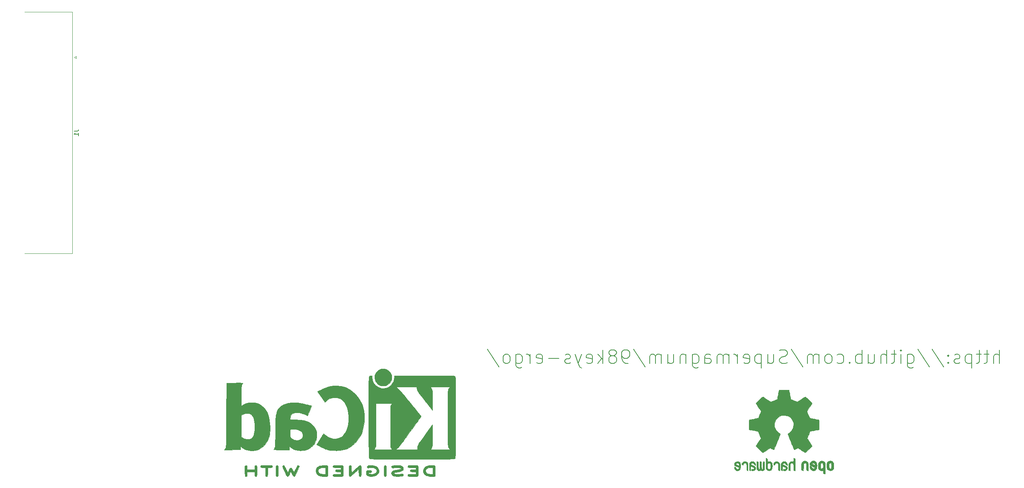
<source format=gbr>
%TF.GenerationSoftware,KiCad,Pcbnew,5.1.6-c6e7f7d~87~ubuntu20.04.1*%
%TF.CreationDate,2020-09-12T13:47:10+02:00*%
%TF.ProjectId,pcb-flat-right,7063622d-666c-4617-942d-72696768742e,rev?*%
%TF.SameCoordinates,Original*%
%TF.FileFunction,Legend,Bot*%
%TF.FilePolarity,Positive*%
%FSLAX46Y46*%
G04 Gerber Fmt 4.6, Leading zero omitted, Abs format (unit mm)*
G04 Created by KiCad (PCBNEW 5.1.6-c6e7f7d~87~ubuntu20.04.1) date 2020-09-12 13:47:10*
%MOMM*%
%LPD*%
G01*
G04 APERTURE LIST*
%ADD10C,0.150000*%
%ADD11C,0.010000*%
%ADD12C,0.120000*%
G04 APERTURE END LIST*
D10*
X238842857Y-227357142D02*
X238842857Y-224357142D01*
X237557142Y-227357142D02*
X237557142Y-225785714D01*
X237700000Y-225500000D01*
X237985714Y-225357142D01*
X238414285Y-225357142D01*
X238700000Y-225500000D01*
X238842857Y-225642857D01*
X236557142Y-225357142D02*
X235414285Y-225357142D01*
X236128571Y-224357142D02*
X236128571Y-226928571D01*
X235985714Y-227214285D01*
X235700000Y-227357142D01*
X235414285Y-227357142D01*
X234842857Y-225357142D02*
X233700000Y-225357142D01*
X234414285Y-224357142D02*
X234414285Y-226928571D01*
X234271428Y-227214285D01*
X233985714Y-227357142D01*
X233700000Y-227357142D01*
X232700000Y-225357142D02*
X232700000Y-228357142D01*
X232700000Y-225500000D02*
X232414285Y-225357142D01*
X231842857Y-225357142D01*
X231557142Y-225500000D01*
X231414285Y-225642857D01*
X231271428Y-225928571D01*
X231271428Y-226785714D01*
X231414285Y-227071428D01*
X231557142Y-227214285D01*
X231842857Y-227357142D01*
X232414285Y-227357142D01*
X232700000Y-227214285D01*
X230128571Y-227214285D02*
X229842857Y-227357142D01*
X229271428Y-227357142D01*
X228985714Y-227214285D01*
X228842857Y-226928571D01*
X228842857Y-226785714D01*
X228985714Y-226500000D01*
X229271428Y-226357142D01*
X229700000Y-226357142D01*
X229985714Y-226214285D01*
X230128571Y-225928571D01*
X230128571Y-225785714D01*
X229985714Y-225500000D01*
X229700000Y-225357142D01*
X229271428Y-225357142D01*
X228985714Y-225500000D01*
X227557142Y-227071428D02*
X227414285Y-227214285D01*
X227557142Y-227357142D01*
X227700000Y-227214285D01*
X227557142Y-227071428D01*
X227557142Y-227357142D01*
X227557142Y-225500000D02*
X227414285Y-225642857D01*
X227557142Y-225785714D01*
X227700000Y-225642857D01*
X227557142Y-225500000D01*
X227557142Y-225785714D01*
X223985714Y-224214285D02*
X226557142Y-228071428D01*
X220842857Y-224214285D02*
X223414285Y-228071428D01*
X218557142Y-225357142D02*
X218557142Y-227785714D01*
X218700000Y-228071428D01*
X218842857Y-228214285D01*
X219128571Y-228357142D01*
X219557142Y-228357142D01*
X219842857Y-228214285D01*
X218557142Y-227214285D02*
X218842857Y-227357142D01*
X219414285Y-227357142D01*
X219700000Y-227214285D01*
X219842857Y-227071428D01*
X219985714Y-226785714D01*
X219985714Y-225928571D01*
X219842857Y-225642857D01*
X219700000Y-225500000D01*
X219414285Y-225357142D01*
X218842857Y-225357142D01*
X218557142Y-225500000D01*
X217128571Y-227357142D02*
X217128571Y-225357142D01*
X217128571Y-224357142D02*
X217271428Y-224500000D01*
X217128571Y-224642857D01*
X216985714Y-224500000D01*
X217128571Y-224357142D01*
X217128571Y-224642857D01*
X216128571Y-225357142D02*
X214985714Y-225357142D01*
X215699999Y-224357142D02*
X215699999Y-226928571D01*
X215557142Y-227214285D01*
X215271428Y-227357142D01*
X214985714Y-227357142D01*
X213985714Y-227357142D02*
X213985714Y-224357142D01*
X212699999Y-227357142D02*
X212699999Y-225785714D01*
X212842857Y-225500000D01*
X213128571Y-225357142D01*
X213557142Y-225357142D01*
X213842857Y-225500000D01*
X213985714Y-225642857D01*
X209985714Y-225357142D02*
X209985714Y-227357142D01*
X211271428Y-225357142D02*
X211271428Y-226928571D01*
X211128571Y-227214285D01*
X210842857Y-227357142D01*
X210414285Y-227357142D01*
X210128571Y-227214285D01*
X209985714Y-227071428D01*
X208557142Y-227357142D02*
X208557142Y-224357142D01*
X208557142Y-225500000D02*
X208271428Y-225357142D01*
X207699999Y-225357142D01*
X207414285Y-225500000D01*
X207271428Y-225642857D01*
X207128571Y-225928571D01*
X207128571Y-226785714D01*
X207271428Y-227071428D01*
X207414285Y-227214285D01*
X207699999Y-227357142D01*
X208271428Y-227357142D01*
X208557142Y-227214285D01*
X205842857Y-227071428D02*
X205699999Y-227214285D01*
X205842857Y-227357142D01*
X205985714Y-227214285D01*
X205842857Y-227071428D01*
X205842857Y-227357142D01*
X203128571Y-227214285D02*
X203414285Y-227357142D01*
X203985714Y-227357142D01*
X204271428Y-227214285D01*
X204414285Y-227071428D01*
X204557142Y-226785714D01*
X204557142Y-225928571D01*
X204414285Y-225642857D01*
X204271428Y-225500000D01*
X203985714Y-225357142D01*
X203414285Y-225357142D01*
X203128571Y-225500000D01*
X201414285Y-227357142D02*
X201699999Y-227214285D01*
X201842857Y-227071428D01*
X201985714Y-226785714D01*
X201985714Y-225928571D01*
X201842857Y-225642857D01*
X201699999Y-225500000D01*
X201414285Y-225357142D01*
X200985714Y-225357142D01*
X200699999Y-225500000D01*
X200557142Y-225642857D01*
X200414285Y-225928571D01*
X200414285Y-226785714D01*
X200557142Y-227071428D01*
X200699999Y-227214285D01*
X200985714Y-227357142D01*
X201414285Y-227357142D01*
X199128571Y-227357142D02*
X199128571Y-225357142D01*
X199128571Y-225642857D02*
X198985714Y-225500000D01*
X198699999Y-225357142D01*
X198271428Y-225357142D01*
X197985714Y-225500000D01*
X197842857Y-225785714D01*
X197842857Y-227357142D01*
X197842857Y-225785714D02*
X197699999Y-225500000D01*
X197414285Y-225357142D01*
X196985714Y-225357142D01*
X196699999Y-225500000D01*
X196557142Y-225785714D01*
X196557142Y-227357142D01*
X192985714Y-224214285D02*
X195557142Y-228071428D01*
X192128571Y-227214285D02*
X191699999Y-227357142D01*
X190985714Y-227357142D01*
X190699999Y-227214285D01*
X190557142Y-227071428D01*
X190414285Y-226785714D01*
X190414285Y-226500000D01*
X190557142Y-226214285D01*
X190699999Y-226071428D01*
X190985714Y-225928571D01*
X191557142Y-225785714D01*
X191842857Y-225642857D01*
X191985714Y-225500000D01*
X192128571Y-225214285D01*
X192128571Y-224928571D01*
X191985714Y-224642857D01*
X191842857Y-224500000D01*
X191557142Y-224357142D01*
X190842857Y-224357142D01*
X190414285Y-224500000D01*
X187842857Y-225357142D02*
X187842857Y-227357142D01*
X189128571Y-225357142D02*
X189128571Y-226928571D01*
X188985714Y-227214285D01*
X188699999Y-227357142D01*
X188271428Y-227357142D01*
X187985714Y-227214285D01*
X187842857Y-227071428D01*
X186414285Y-225357142D02*
X186414285Y-228357142D01*
X186414285Y-225500000D02*
X186128571Y-225357142D01*
X185557142Y-225357142D01*
X185271428Y-225500000D01*
X185128571Y-225642857D01*
X184985714Y-225928571D01*
X184985714Y-226785714D01*
X185128571Y-227071428D01*
X185271428Y-227214285D01*
X185557142Y-227357142D01*
X186128571Y-227357142D01*
X186414285Y-227214285D01*
X182557142Y-227214285D02*
X182842857Y-227357142D01*
X183414285Y-227357142D01*
X183699999Y-227214285D01*
X183842857Y-226928571D01*
X183842857Y-225785714D01*
X183699999Y-225500000D01*
X183414285Y-225357142D01*
X182842857Y-225357142D01*
X182557142Y-225500000D01*
X182414285Y-225785714D01*
X182414285Y-226071428D01*
X183842857Y-226357142D01*
X181128571Y-227357142D02*
X181128571Y-225357142D01*
X181128571Y-225928571D02*
X180985714Y-225642857D01*
X180842857Y-225500000D01*
X180557142Y-225357142D01*
X180271428Y-225357142D01*
X179271428Y-227357142D02*
X179271428Y-225357142D01*
X179271428Y-225642857D02*
X179128571Y-225500000D01*
X178842857Y-225357142D01*
X178414285Y-225357142D01*
X178128571Y-225500000D01*
X177985714Y-225785714D01*
X177985714Y-227357142D01*
X177985714Y-225785714D02*
X177842857Y-225500000D01*
X177557142Y-225357142D01*
X177128571Y-225357142D01*
X176842857Y-225500000D01*
X176699999Y-225785714D01*
X176699999Y-227357142D01*
X173985714Y-227357142D02*
X173985714Y-225785714D01*
X174128571Y-225500000D01*
X174414285Y-225357142D01*
X174985714Y-225357142D01*
X175271428Y-225500000D01*
X173985714Y-227214285D02*
X174271428Y-227357142D01*
X174985714Y-227357142D01*
X175271428Y-227214285D01*
X175414285Y-226928571D01*
X175414285Y-226642857D01*
X175271428Y-226357142D01*
X174985714Y-226214285D01*
X174271428Y-226214285D01*
X173985714Y-226071428D01*
X171271428Y-225357142D02*
X171271428Y-227785714D01*
X171414285Y-228071428D01*
X171557142Y-228214285D01*
X171842857Y-228357142D01*
X172271428Y-228357142D01*
X172557142Y-228214285D01*
X171271428Y-227214285D02*
X171557142Y-227357142D01*
X172128571Y-227357142D01*
X172414285Y-227214285D01*
X172557142Y-227071428D01*
X172699999Y-226785714D01*
X172699999Y-225928571D01*
X172557142Y-225642857D01*
X172414285Y-225500000D01*
X172128571Y-225357142D01*
X171557142Y-225357142D01*
X171271428Y-225500000D01*
X169842857Y-225357142D02*
X169842857Y-227357142D01*
X169842857Y-225642857D02*
X169699999Y-225500000D01*
X169414285Y-225357142D01*
X168985714Y-225357142D01*
X168699999Y-225500000D01*
X168557142Y-225785714D01*
X168557142Y-227357142D01*
X165842857Y-225357142D02*
X165842857Y-227357142D01*
X167128571Y-225357142D02*
X167128571Y-226928571D01*
X166985714Y-227214285D01*
X166699999Y-227357142D01*
X166271428Y-227357142D01*
X165985714Y-227214285D01*
X165842857Y-227071428D01*
X164414285Y-227357142D02*
X164414285Y-225357142D01*
X164414285Y-225642857D02*
X164271428Y-225500000D01*
X163985714Y-225357142D01*
X163557142Y-225357142D01*
X163271428Y-225500000D01*
X163128571Y-225785714D01*
X163128571Y-227357142D01*
X163128571Y-225785714D02*
X162985714Y-225500000D01*
X162699999Y-225357142D01*
X162271428Y-225357142D01*
X161985714Y-225500000D01*
X161842857Y-225785714D01*
X161842857Y-227357142D01*
X158271428Y-224214285D02*
X160842857Y-228071428D01*
X157128571Y-227357142D02*
X156557142Y-227357142D01*
X156271428Y-227214285D01*
X156128571Y-227071428D01*
X155842857Y-226642857D01*
X155699999Y-226071428D01*
X155699999Y-224928571D01*
X155842857Y-224642857D01*
X155985714Y-224500000D01*
X156271428Y-224357142D01*
X156842857Y-224357142D01*
X157128571Y-224500000D01*
X157271428Y-224642857D01*
X157414285Y-224928571D01*
X157414285Y-225642857D01*
X157271428Y-225928571D01*
X157128571Y-226071428D01*
X156842857Y-226214285D01*
X156271428Y-226214285D01*
X155985714Y-226071428D01*
X155842857Y-225928571D01*
X155699999Y-225642857D01*
X153985714Y-225642857D02*
X154271428Y-225500000D01*
X154414285Y-225357142D01*
X154557142Y-225071428D01*
X154557142Y-224928571D01*
X154414285Y-224642857D01*
X154271428Y-224500000D01*
X153985714Y-224357142D01*
X153414285Y-224357142D01*
X153128571Y-224500000D01*
X152985714Y-224642857D01*
X152842857Y-224928571D01*
X152842857Y-225071428D01*
X152985714Y-225357142D01*
X153128571Y-225500000D01*
X153414285Y-225642857D01*
X153985714Y-225642857D01*
X154271428Y-225785714D01*
X154414285Y-225928571D01*
X154557142Y-226214285D01*
X154557142Y-226785714D01*
X154414285Y-227071428D01*
X154271428Y-227214285D01*
X153985714Y-227357142D01*
X153414285Y-227357142D01*
X153128571Y-227214285D01*
X152985714Y-227071428D01*
X152842857Y-226785714D01*
X152842857Y-226214285D01*
X152985714Y-225928571D01*
X153128571Y-225785714D01*
X153414285Y-225642857D01*
X151557142Y-227357142D02*
X151557142Y-224357142D01*
X151271428Y-226214285D02*
X150414285Y-227357142D01*
X150414285Y-225357142D02*
X151557142Y-226500000D01*
X147985714Y-227214285D02*
X148271428Y-227357142D01*
X148842857Y-227357142D01*
X149128571Y-227214285D01*
X149271428Y-226928571D01*
X149271428Y-225785714D01*
X149128571Y-225500000D01*
X148842857Y-225357142D01*
X148271428Y-225357142D01*
X147985714Y-225500000D01*
X147842857Y-225785714D01*
X147842857Y-226071428D01*
X149271428Y-226357142D01*
X146842857Y-225357142D02*
X146128571Y-227357142D01*
X145414285Y-225357142D02*
X146128571Y-227357142D01*
X146414285Y-228071428D01*
X146557142Y-228214285D01*
X146842857Y-228357142D01*
X144414285Y-227214285D02*
X144128571Y-227357142D01*
X143557142Y-227357142D01*
X143271428Y-227214285D01*
X143128571Y-226928571D01*
X143128571Y-226785714D01*
X143271428Y-226500000D01*
X143557142Y-226357142D01*
X143985714Y-226357142D01*
X144271428Y-226214285D01*
X144414285Y-225928571D01*
X144414285Y-225785714D01*
X144271428Y-225500000D01*
X143985714Y-225357142D01*
X143557142Y-225357142D01*
X143271428Y-225500000D01*
X141842857Y-226214285D02*
X139557142Y-226214285D01*
X136985714Y-227214285D02*
X137271428Y-227357142D01*
X137842857Y-227357142D01*
X138128571Y-227214285D01*
X138271428Y-226928571D01*
X138271428Y-225785714D01*
X138128571Y-225500000D01*
X137842857Y-225357142D01*
X137271428Y-225357142D01*
X136985714Y-225500000D01*
X136842857Y-225785714D01*
X136842857Y-226071428D01*
X138271428Y-226357142D01*
X135557142Y-227357142D02*
X135557142Y-225357142D01*
X135557142Y-225928571D02*
X135414285Y-225642857D01*
X135271428Y-225500000D01*
X134985714Y-225357142D01*
X134699999Y-225357142D01*
X132414285Y-225357142D02*
X132414285Y-227785714D01*
X132557142Y-228071428D01*
X132699999Y-228214285D01*
X132985714Y-228357142D01*
X133414285Y-228357142D01*
X133699999Y-228214285D01*
X132414285Y-227214285D02*
X132699999Y-227357142D01*
X133271428Y-227357142D01*
X133557142Y-227214285D01*
X133699999Y-227071428D01*
X133842857Y-226785714D01*
X133842857Y-225928571D01*
X133699999Y-225642857D01*
X133557142Y-225500000D01*
X133271428Y-225357142D01*
X132699999Y-225357142D01*
X132414285Y-225500000D01*
X130557142Y-227357142D02*
X130842857Y-227214285D01*
X130985714Y-227071428D01*
X131128571Y-226785714D01*
X131128571Y-225928571D01*
X130985714Y-225642857D01*
X130842857Y-225500000D01*
X130557142Y-225357142D01*
X130128571Y-225357142D01*
X129842857Y-225500000D01*
X129699999Y-225642857D01*
X129557142Y-225928571D01*
X129557142Y-226785714D01*
X129699999Y-227071428D01*
X129842857Y-227214285D01*
X130128571Y-227357142D01*
X130557142Y-227357142D01*
X126128571Y-224214285D02*
X128699999Y-228071428D01*
D11*
%TO.C,REF\u002A\u002A*%
G36*
X113445743Y-230024236D02*
G01*
X112568739Y-230024354D01*
X112160505Y-230024372D01*
X105626165Y-230024372D01*
X105626165Y-230409556D01*
X105585053Y-230878293D01*
X105460973Y-231310598D01*
X105252810Y-231709040D01*
X104959450Y-232076189D01*
X104860197Y-232175349D01*
X104503159Y-232456618D01*
X104109482Y-232661754D01*
X103690861Y-232790850D01*
X103258988Y-232843999D01*
X102825555Y-232821294D01*
X102402255Y-232722828D01*
X102000781Y-232548696D01*
X101632826Y-232298988D01*
X101467572Y-232148335D01*
X101159622Y-231778960D01*
X100933806Y-231372769D01*
X100792094Y-230934404D01*
X100736453Y-230468510D01*
X100735714Y-230422677D01*
X100732796Y-230024387D01*
X100557741Y-230024380D01*
X100402450Y-230045455D01*
X100260593Y-230096734D01*
X100251218Y-230102032D01*
X100219179Y-230118656D01*
X100189757Y-230131603D01*
X100162847Y-230144644D01*
X100138342Y-230161550D01*
X100116135Y-230186092D01*
X100096120Y-230222041D01*
X100078192Y-230273169D01*
X100062243Y-230343245D01*
X100048168Y-230436043D01*
X100035859Y-230555332D01*
X100025212Y-230704884D01*
X100016118Y-230888469D01*
X100008473Y-231109860D01*
X100002169Y-231372827D01*
X99997100Y-231681141D01*
X99993161Y-232038573D01*
X99990244Y-232448895D01*
X99988244Y-232915878D01*
X99987054Y-233443292D01*
X99986567Y-234034909D01*
X99986678Y-234694501D01*
X99987279Y-235425837D01*
X99988266Y-236232689D01*
X99989531Y-237118829D01*
X99990968Y-238088028D01*
X99992470Y-239144056D01*
X99992645Y-239272715D01*
X99993992Y-240335478D01*
X99995135Y-241310971D01*
X99996195Y-242202964D01*
X99997294Y-243015226D01*
X99998551Y-243751528D01*
X100000088Y-244415637D01*
X100002027Y-245011324D01*
X100004488Y-245542359D01*
X100007592Y-246012509D01*
X100011460Y-246425546D01*
X100016214Y-246785238D01*
X100021975Y-247095355D01*
X100028863Y-247359666D01*
X100037000Y-247581940D01*
X100046506Y-247765948D01*
X100057503Y-247915458D01*
X100070112Y-248034240D01*
X100084454Y-248126063D01*
X100100650Y-248194696D01*
X100118821Y-248243910D01*
X100139088Y-248277474D01*
X100161572Y-248299156D01*
X100186394Y-248312726D01*
X100213676Y-248321955D01*
X100243538Y-248330610D01*
X100276101Y-248342462D01*
X100284056Y-248346070D01*
X100309057Y-248354177D01*
X100350901Y-248361626D01*
X100413243Y-248368443D01*
X100499736Y-248374655D01*
X100614033Y-248380288D01*
X100759788Y-248385368D01*
X100940656Y-248389923D01*
X101160290Y-248393979D01*
X101422343Y-248397561D01*
X101730469Y-248400698D01*
X102088322Y-248403415D01*
X102499556Y-248405739D01*
X102967824Y-248407696D01*
X103496780Y-248409312D01*
X104090077Y-248410616D01*
X104751370Y-248411632D01*
X105484313Y-248412387D01*
X106292558Y-248412909D01*
X107179760Y-248413223D01*
X108149571Y-248413355D01*
X109205647Y-248413334D01*
X109547740Y-248413300D01*
X110627244Y-248413127D01*
X111619407Y-248412844D01*
X112527925Y-248412421D01*
X113356495Y-248411831D01*
X114108816Y-248411044D01*
X114788585Y-248410031D01*
X115399499Y-248408763D01*
X115945256Y-248407212D01*
X116429552Y-248405349D01*
X116856086Y-248403144D01*
X117228555Y-248400569D01*
X117550656Y-248397595D01*
X117826087Y-248394193D01*
X118058545Y-248390334D01*
X118251728Y-248385990D01*
X118409332Y-248381130D01*
X118535056Y-248375727D01*
X118632597Y-248369752D01*
X118705652Y-248363176D01*
X118757919Y-248355969D01*
X118793095Y-248348103D01*
X118812271Y-248340900D01*
X118846352Y-248326527D01*
X118877645Y-248315928D01*
X118906267Y-248305339D01*
X118932337Y-248290995D01*
X118955974Y-248269133D01*
X118977295Y-248235989D01*
X118996420Y-248187799D01*
X119013467Y-248120798D01*
X119028554Y-248031222D01*
X119041800Y-247915308D01*
X119053323Y-247769290D01*
X119063242Y-247589407D01*
X119071675Y-247371892D01*
X119078741Y-247112982D01*
X119084558Y-246808913D01*
X119089245Y-246455921D01*
X119090472Y-246320430D01*
X117875601Y-246320430D01*
X113581645Y-246320430D01*
X113664268Y-246195251D01*
X113746462Y-246066613D01*
X113816066Y-245944116D01*
X113874068Y-245819187D01*
X113921461Y-245683255D01*
X113959233Y-245527746D01*
X113988375Y-245344088D01*
X114009876Y-245123708D01*
X114024728Y-244858033D01*
X114033919Y-244538492D01*
X114038440Y-244156512D01*
X114039281Y-243703519D01*
X114037432Y-243170943D01*
X114036383Y-242973220D01*
X114024552Y-240853539D01*
X112681721Y-242681684D01*
X112301299Y-243200306D01*
X111971709Y-243651905D01*
X111689391Y-244042464D01*
X111450789Y-244377967D01*
X111252341Y-244664395D01*
X111090491Y-244907733D01*
X110961678Y-245113964D01*
X110862344Y-245289069D01*
X110788931Y-245439033D01*
X110737879Y-245569838D01*
X110705630Y-245687467D01*
X110688625Y-245797903D01*
X110683305Y-245907129D01*
X110686112Y-246021128D01*
X110686828Y-246035457D01*
X110701613Y-246320621D01*
X108348727Y-246320525D01*
X105995841Y-246320430D01*
X106345860Y-245967499D01*
X106440840Y-245870970D01*
X106530943Y-245777042D01*
X106620126Y-245680537D01*
X106712340Y-245576274D01*
X106811542Y-245459072D01*
X106921685Y-245323752D01*
X107046723Y-245165134D01*
X107190612Y-244978038D01*
X107357304Y-244757283D01*
X107550756Y-244497689D01*
X107774920Y-244194077D01*
X108033751Y-243841266D01*
X108331204Y-243434077D01*
X108671232Y-242967328D01*
X109057791Y-242435841D01*
X109374636Y-241999866D01*
X109772287Y-241452153D01*
X110119180Y-240973262D01*
X110418457Y-240558645D01*
X110673261Y-240203756D01*
X110886734Y-239904049D01*
X111062019Y-239654977D01*
X111202259Y-239451993D01*
X111310595Y-239290551D01*
X111390171Y-239166104D01*
X111444128Y-239074105D01*
X111475610Y-239010007D01*
X111487759Y-238969264D01*
X111484107Y-238947844D01*
X111439855Y-238890840D01*
X111344180Y-238770180D01*
X111202855Y-238593034D01*
X111021653Y-238366575D01*
X110806346Y-238097974D01*
X110562709Y-237794404D01*
X110296514Y-237463037D01*
X110013534Y-237111045D01*
X109719542Y-236745599D01*
X109420311Y-236373872D01*
X109255725Y-236169534D01*
X105169246Y-236169534D01*
X104829570Y-236784050D01*
X104829570Y-245705914D01*
X105169246Y-246320430D01*
X103160185Y-246320430D01*
X102680568Y-246320290D01*
X102284411Y-246319661D01*
X101964136Y-246318225D01*
X101712163Y-246315666D01*
X101520914Y-246311667D01*
X101382809Y-246305911D01*
X101290269Y-246298081D01*
X101235716Y-246287862D01*
X101211571Y-246274935D01*
X101210254Y-246258985D01*
X101224188Y-246239695D01*
X101224332Y-246239536D01*
X101281726Y-246156512D01*
X101357728Y-246021517D01*
X101424846Y-245886758D01*
X101552151Y-245614874D01*
X101565135Y-240892204D01*
X101578118Y-236169534D01*
X105169246Y-236169534D01*
X109255725Y-236169534D01*
X109121615Y-236003035D01*
X108829226Y-235640261D01*
X108548916Y-235292722D01*
X108286461Y-234967589D01*
X108047631Y-234672035D01*
X107838201Y-234413231D01*
X107663943Y-234198350D01*
X107530631Y-234034563D01*
X107452329Y-233939068D01*
X107148272Y-233581967D01*
X106855753Y-233259717D01*
X106585026Y-232982866D01*
X106346341Y-232761966D01*
X106176952Y-232626535D01*
X105976664Y-232482437D01*
X110583066Y-232482437D01*
X110581773Y-232752744D01*
X110594647Y-232951471D01*
X110643047Y-233135711D01*
X110717970Y-233310360D01*
X110766673Y-233409026D01*
X110819038Y-233506791D01*
X110879847Y-233610144D01*
X110953885Y-233725576D01*
X111045935Y-233859576D01*
X111160781Y-234018636D01*
X111303205Y-234209244D01*
X111477992Y-234437892D01*
X111689925Y-234711070D01*
X111943788Y-235035267D01*
X112244364Y-235416974D01*
X112596436Y-235862681D01*
X112636201Y-235912972D01*
X114024552Y-237668658D01*
X114037993Y-235724203D01*
X114040699Y-235141782D01*
X114040123Y-234648717D01*
X114036236Y-234243383D01*
X114029011Y-233924154D01*
X114018418Y-233689406D01*
X114004431Y-233537513D01*
X113999730Y-233508700D01*
X113925973Y-233205195D01*
X113829336Y-232931584D01*
X113719061Y-232711590D01*
X113652812Y-232618286D01*
X113538503Y-232482437D01*
X115707422Y-232482437D01*
X116224808Y-232482879D01*
X116657462Y-232484319D01*
X117011689Y-232486924D01*
X117293794Y-232490862D01*
X117510080Y-232496301D01*
X117666851Y-232503409D01*
X117770413Y-232512354D01*
X117827069Y-232523305D01*
X117843123Y-232536430D01*
X117842013Y-232539337D01*
X117796034Y-232608739D01*
X117719273Y-232718747D01*
X117679559Y-232774384D01*
X117638498Y-232829906D01*
X117601592Y-232879557D01*
X117568606Y-232928222D01*
X117539309Y-232980789D01*
X117513468Y-233042144D01*
X117490851Y-233117172D01*
X117471226Y-233210759D01*
X117454360Y-233327792D01*
X117440021Y-233473157D01*
X117427976Y-233651739D01*
X117417993Y-233868425D01*
X117409840Y-234128102D01*
X117403285Y-234435654D01*
X117398094Y-234795969D01*
X117394036Y-235213932D01*
X117390879Y-235694430D01*
X117388389Y-236242348D01*
X117386335Y-236862572D01*
X117384483Y-237559989D01*
X117382603Y-238339486D01*
X117380846Y-239055590D01*
X117379186Y-239853921D01*
X117378324Y-240615604D01*
X117378235Y-241335773D01*
X117378896Y-242009563D01*
X117380286Y-242632108D01*
X117382381Y-243198544D01*
X117385157Y-243704006D01*
X117388593Y-244143628D01*
X117392665Y-244512545D01*
X117397350Y-244805892D01*
X117402626Y-245018804D01*
X117408469Y-245146416D01*
X117409575Y-245159902D01*
X117449841Y-245469280D01*
X117512706Y-245717744D01*
X117608439Y-245934584D01*
X117747314Y-246149087D01*
X117764685Y-246172491D01*
X117875601Y-246320430D01*
X119090472Y-246320430D01*
X119092920Y-246050242D01*
X119095701Y-245588111D01*
X119097707Y-245065765D01*
X119099057Y-244479440D01*
X119099869Y-243825371D01*
X119100260Y-243099795D01*
X119100351Y-242298947D01*
X119100260Y-241419063D01*
X119100104Y-240456379D01*
X119100003Y-239407132D01*
X119100000Y-239198835D01*
X119099941Y-238138537D01*
X119099744Y-237165542D01*
X119099380Y-236276113D01*
X119098820Y-235466515D01*
X119098036Y-234733009D01*
X119096997Y-234071860D01*
X119095676Y-233479332D01*
X119094043Y-232951687D01*
X119092069Y-232485189D01*
X119089726Y-232076102D01*
X119086984Y-231720689D01*
X119083814Y-231415214D01*
X119080187Y-231155940D01*
X119076075Y-230939130D01*
X119071448Y-230761049D01*
X119066278Y-230617959D01*
X119060535Y-230506124D01*
X119054191Y-230421807D01*
X119047216Y-230361273D01*
X119039581Y-230320784D01*
X119031258Y-230296604D01*
X119030950Y-230296001D01*
X119013807Y-230259062D01*
X118999529Y-230225620D01*
X118983735Y-230195502D01*
X118962042Y-230168534D01*
X118930072Y-230144543D01*
X118883442Y-230123356D01*
X118817771Y-230104800D01*
X118728679Y-230088701D01*
X118611784Y-230074886D01*
X118462706Y-230063183D01*
X118277062Y-230053417D01*
X118050473Y-230045416D01*
X117778558Y-230039006D01*
X117456934Y-230034015D01*
X117081222Y-230030269D01*
X116647039Y-230027594D01*
X116150006Y-230025818D01*
X115585741Y-230024767D01*
X114949862Y-230024269D01*
X114237990Y-230024149D01*
X113445743Y-230024236D01*
G37*
X113445743Y-230024236D02*
X112568739Y-230024354D01*
X112160505Y-230024372D01*
X105626165Y-230024372D01*
X105626165Y-230409556D01*
X105585053Y-230878293D01*
X105460973Y-231310598D01*
X105252810Y-231709040D01*
X104959450Y-232076189D01*
X104860197Y-232175349D01*
X104503159Y-232456618D01*
X104109482Y-232661754D01*
X103690861Y-232790850D01*
X103258988Y-232843999D01*
X102825555Y-232821294D01*
X102402255Y-232722828D01*
X102000781Y-232548696D01*
X101632826Y-232298988D01*
X101467572Y-232148335D01*
X101159622Y-231778960D01*
X100933806Y-231372769D01*
X100792094Y-230934404D01*
X100736453Y-230468510D01*
X100735714Y-230422677D01*
X100732796Y-230024387D01*
X100557741Y-230024380D01*
X100402450Y-230045455D01*
X100260593Y-230096734D01*
X100251218Y-230102032D01*
X100219179Y-230118656D01*
X100189757Y-230131603D01*
X100162847Y-230144644D01*
X100138342Y-230161550D01*
X100116135Y-230186092D01*
X100096120Y-230222041D01*
X100078192Y-230273169D01*
X100062243Y-230343245D01*
X100048168Y-230436043D01*
X100035859Y-230555332D01*
X100025212Y-230704884D01*
X100016118Y-230888469D01*
X100008473Y-231109860D01*
X100002169Y-231372827D01*
X99997100Y-231681141D01*
X99993161Y-232038573D01*
X99990244Y-232448895D01*
X99988244Y-232915878D01*
X99987054Y-233443292D01*
X99986567Y-234034909D01*
X99986678Y-234694501D01*
X99987279Y-235425837D01*
X99988266Y-236232689D01*
X99989531Y-237118829D01*
X99990968Y-238088028D01*
X99992470Y-239144056D01*
X99992645Y-239272715D01*
X99993992Y-240335478D01*
X99995135Y-241310971D01*
X99996195Y-242202964D01*
X99997294Y-243015226D01*
X99998551Y-243751528D01*
X100000088Y-244415637D01*
X100002027Y-245011324D01*
X100004488Y-245542359D01*
X100007592Y-246012509D01*
X100011460Y-246425546D01*
X100016214Y-246785238D01*
X100021975Y-247095355D01*
X100028863Y-247359666D01*
X100037000Y-247581940D01*
X100046506Y-247765948D01*
X100057503Y-247915458D01*
X100070112Y-248034240D01*
X100084454Y-248126063D01*
X100100650Y-248194696D01*
X100118821Y-248243910D01*
X100139088Y-248277474D01*
X100161572Y-248299156D01*
X100186394Y-248312726D01*
X100213676Y-248321955D01*
X100243538Y-248330610D01*
X100276101Y-248342462D01*
X100284056Y-248346070D01*
X100309057Y-248354177D01*
X100350901Y-248361626D01*
X100413243Y-248368443D01*
X100499736Y-248374655D01*
X100614033Y-248380288D01*
X100759788Y-248385368D01*
X100940656Y-248389923D01*
X101160290Y-248393979D01*
X101422343Y-248397561D01*
X101730469Y-248400698D01*
X102088322Y-248403415D01*
X102499556Y-248405739D01*
X102967824Y-248407696D01*
X103496780Y-248409312D01*
X104090077Y-248410616D01*
X104751370Y-248411632D01*
X105484313Y-248412387D01*
X106292558Y-248412909D01*
X107179760Y-248413223D01*
X108149571Y-248413355D01*
X109205647Y-248413334D01*
X109547740Y-248413300D01*
X110627244Y-248413127D01*
X111619407Y-248412844D01*
X112527925Y-248412421D01*
X113356495Y-248411831D01*
X114108816Y-248411044D01*
X114788585Y-248410031D01*
X115399499Y-248408763D01*
X115945256Y-248407212D01*
X116429552Y-248405349D01*
X116856086Y-248403144D01*
X117228555Y-248400569D01*
X117550656Y-248397595D01*
X117826087Y-248394193D01*
X118058545Y-248390334D01*
X118251728Y-248385990D01*
X118409332Y-248381130D01*
X118535056Y-248375727D01*
X118632597Y-248369752D01*
X118705652Y-248363176D01*
X118757919Y-248355969D01*
X118793095Y-248348103D01*
X118812271Y-248340900D01*
X118846352Y-248326527D01*
X118877645Y-248315928D01*
X118906267Y-248305339D01*
X118932337Y-248290995D01*
X118955974Y-248269133D01*
X118977295Y-248235989D01*
X118996420Y-248187799D01*
X119013467Y-248120798D01*
X119028554Y-248031222D01*
X119041800Y-247915308D01*
X119053323Y-247769290D01*
X119063242Y-247589407D01*
X119071675Y-247371892D01*
X119078741Y-247112982D01*
X119084558Y-246808913D01*
X119089245Y-246455921D01*
X119090472Y-246320430D01*
X117875601Y-246320430D01*
X113581645Y-246320430D01*
X113664268Y-246195251D01*
X113746462Y-246066613D01*
X113816066Y-245944116D01*
X113874068Y-245819187D01*
X113921461Y-245683255D01*
X113959233Y-245527746D01*
X113988375Y-245344088D01*
X114009876Y-245123708D01*
X114024728Y-244858033D01*
X114033919Y-244538492D01*
X114038440Y-244156512D01*
X114039281Y-243703519D01*
X114037432Y-243170943D01*
X114036383Y-242973220D01*
X114024552Y-240853539D01*
X112681721Y-242681684D01*
X112301299Y-243200306D01*
X111971709Y-243651905D01*
X111689391Y-244042464D01*
X111450789Y-244377967D01*
X111252341Y-244664395D01*
X111090491Y-244907733D01*
X110961678Y-245113964D01*
X110862344Y-245289069D01*
X110788931Y-245439033D01*
X110737879Y-245569838D01*
X110705630Y-245687467D01*
X110688625Y-245797903D01*
X110683305Y-245907129D01*
X110686112Y-246021128D01*
X110686828Y-246035457D01*
X110701613Y-246320621D01*
X108348727Y-246320525D01*
X105995841Y-246320430D01*
X106345860Y-245967499D01*
X106440840Y-245870970D01*
X106530943Y-245777042D01*
X106620126Y-245680537D01*
X106712340Y-245576274D01*
X106811542Y-245459072D01*
X106921685Y-245323752D01*
X107046723Y-245165134D01*
X107190612Y-244978038D01*
X107357304Y-244757283D01*
X107550756Y-244497689D01*
X107774920Y-244194077D01*
X108033751Y-243841266D01*
X108331204Y-243434077D01*
X108671232Y-242967328D01*
X109057791Y-242435841D01*
X109374636Y-241999866D01*
X109772287Y-241452153D01*
X110119180Y-240973262D01*
X110418457Y-240558645D01*
X110673261Y-240203756D01*
X110886734Y-239904049D01*
X111062019Y-239654977D01*
X111202259Y-239451993D01*
X111310595Y-239290551D01*
X111390171Y-239166104D01*
X111444128Y-239074105D01*
X111475610Y-239010007D01*
X111487759Y-238969264D01*
X111484107Y-238947844D01*
X111439855Y-238890840D01*
X111344180Y-238770180D01*
X111202855Y-238593034D01*
X111021653Y-238366575D01*
X110806346Y-238097974D01*
X110562709Y-237794404D01*
X110296514Y-237463037D01*
X110013534Y-237111045D01*
X109719542Y-236745599D01*
X109420311Y-236373872D01*
X109255725Y-236169534D01*
X105169246Y-236169534D01*
X104829570Y-236784050D01*
X104829570Y-245705914D01*
X105169246Y-246320430D01*
X103160185Y-246320430D01*
X102680568Y-246320290D01*
X102284411Y-246319661D01*
X101964136Y-246318225D01*
X101712163Y-246315666D01*
X101520914Y-246311667D01*
X101382809Y-246305911D01*
X101290269Y-246298081D01*
X101235716Y-246287862D01*
X101211571Y-246274935D01*
X101210254Y-246258985D01*
X101224188Y-246239695D01*
X101224332Y-246239536D01*
X101281726Y-246156512D01*
X101357728Y-246021517D01*
X101424846Y-245886758D01*
X101552151Y-245614874D01*
X101565135Y-240892204D01*
X101578118Y-236169534D01*
X105169246Y-236169534D01*
X109255725Y-236169534D01*
X109121615Y-236003035D01*
X108829226Y-235640261D01*
X108548916Y-235292722D01*
X108286461Y-234967589D01*
X108047631Y-234672035D01*
X107838201Y-234413231D01*
X107663943Y-234198350D01*
X107530631Y-234034563D01*
X107452329Y-233939068D01*
X107148272Y-233581967D01*
X106855753Y-233259717D01*
X106585026Y-232982866D01*
X106346341Y-232761966D01*
X106176952Y-232626535D01*
X105976664Y-232482437D01*
X110583066Y-232482437D01*
X110581773Y-232752744D01*
X110594647Y-232951471D01*
X110643047Y-233135711D01*
X110717970Y-233310360D01*
X110766673Y-233409026D01*
X110819038Y-233506791D01*
X110879847Y-233610144D01*
X110953885Y-233725576D01*
X111045935Y-233859576D01*
X111160781Y-234018636D01*
X111303205Y-234209244D01*
X111477992Y-234437892D01*
X111689925Y-234711070D01*
X111943788Y-235035267D01*
X112244364Y-235416974D01*
X112596436Y-235862681D01*
X112636201Y-235912972D01*
X114024552Y-237668658D01*
X114037993Y-235724203D01*
X114040699Y-235141782D01*
X114040123Y-234648717D01*
X114036236Y-234243383D01*
X114029011Y-233924154D01*
X114018418Y-233689406D01*
X114004431Y-233537513D01*
X113999730Y-233508700D01*
X113925973Y-233205195D01*
X113829336Y-232931584D01*
X113719061Y-232711590D01*
X113652812Y-232618286D01*
X113538503Y-232482437D01*
X115707422Y-232482437D01*
X116224808Y-232482879D01*
X116657462Y-232484319D01*
X117011689Y-232486924D01*
X117293794Y-232490862D01*
X117510080Y-232496301D01*
X117666851Y-232503409D01*
X117770413Y-232512354D01*
X117827069Y-232523305D01*
X117843123Y-232536430D01*
X117842013Y-232539337D01*
X117796034Y-232608739D01*
X117719273Y-232718747D01*
X117679559Y-232774384D01*
X117638498Y-232829906D01*
X117601592Y-232879557D01*
X117568606Y-232928222D01*
X117539309Y-232980789D01*
X117513468Y-233042144D01*
X117490851Y-233117172D01*
X117471226Y-233210759D01*
X117454360Y-233327792D01*
X117440021Y-233473157D01*
X117427976Y-233651739D01*
X117417993Y-233868425D01*
X117409840Y-234128102D01*
X117403285Y-234435654D01*
X117398094Y-234795969D01*
X117394036Y-235213932D01*
X117390879Y-235694430D01*
X117388389Y-236242348D01*
X117386335Y-236862572D01*
X117384483Y-237559989D01*
X117382603Y-238339486D01*
X117380846Y-239055590D01*
X117379186Y-239853921D01*
X117378324Y-240615604D01*
X117378235Y-241335773D01*
X117378896Y-242009563D01*
X117380286Y-242632108D01*
X117382381Y-243198544D01*
X117385157Y-243704006D01*
X117388593Y-244143628D01*
X117392665Y-244512545D01*
X117397350Y-244805892D01*
X117402626Y-245018804D01*
X117408469Y-245146416D01*
X117409575Y-245159902D01*
X117449841Y-245469280D01*
X117512706Y-245717744D01*
X117608439Y-245934584D01*
X117747314Y-246149087D01*
X117764685Y-246172491D01*
X117875601Y-246320430D01*
X119090472Y-246320430D01*
X119092920Y-246050242D01*
X119095701Y-245588111D01*
X119097707Y-245065765D01*
X119099057Y-244479440D01*
X119099869Y-243825371D01*
X119100260Y-243099795D01*
X119100351Y-242298947D01*
X119100260Y-241419063D01*
X119100104Y-240456379D01*
X119100003Y-239407132D01*
X119100000Y-239198835D01*
X119099941Y-238138537D01*
X119099744Y-237165542D01*
X119099380Y-236276113D01*
X119098820Y-235466515D01*
X119098036Y-234733009D01*
X119096997Y-234071860D01*
X119095676Y-233479332D01*
X119094043Y-232951687D01*
X119092069Y-232485189D01*
X119089726Y-232076102D01*
X119086984Y-231720689D01*
X119083814Y-231415214D01*
X119080187Y-231155940D01*
X119076075Y-230939130D01*
X119071448Y-230761049D01*
X119066278Y-230617959D01*
X119060535Y-230506124D01*
X119054191Y-230421807D01*
X119047216Y-230361273D01*
X119039581Y-230320784D01*
X119031258Y-230296604D01*
X119030950Y-230296001D01*
X119013807Y-230259062D01*
X118999529Y-230225620D01*
X118983735Y-230195502D01*
X118962042Y-230168534D01*
X118930072Y-230144543D01*
X118883442Y-230123356D01*
X118817771Y-230104800D01*
X118728679Y-230088701D01*
X118611784Y-230074886D01*
X118462706Y-230063183D01*
X118277062Y-230053417D01*
X118050473Y-230045416D01*
X117778558Y-230039006D01*
X117456934Y-230034015D01*
X117081222Y-230030269D01*
X116647039Y-230027594D01*
X116150006Y-230025818D01*
X115585741Y-230024767D01*
X114949862Y-230024269D01*
X114237990Y-230024149D01*
X113445743Y-230024236D01*
G36*
X92241345Y-232301295D02*
G01*
X91750490Y-232355032D01*
X91274934Y-232451216D01*
X90795333Y-232594862D01*
X90292340Y-232790989D01*
X89746610Y-233044612D01*
X89648331Y-233093739D01*
X89422794Y-233204850D01*
X89210081Y-233304899D01*
X89031187Y-233384332D01*
X88907106Y-233433592D01*
X88888045Y-233439794D01*
X88705377Y-233494523D01*
X89523074Y-234684089D01*
X89722990Y-234974825D01*
X89905769Y-235240450D01*
X90065195Y-235471947D01*
X90195052Y-235660297D01*
X90289125Y-235796483D01*
X90341198Y-235871485D01*
X90349658Y-235883364D01*
X90384019Y-235858528D01*
X90468601Y-235783867D01*
X90588277Y-235672942D01*
X90654324Y-235610245D01*
X91028529Y-235312613D01*
X91448789Y-235086446D01*
X91810932Y-234962562D01*
X92028321Y-234923655D01*
X92300511Y-234899946D01*
X92595489Y-234891873D01*
X92881240Y-234899877D01*
X93125752Y-234924397D01*
X93223322Y-234943175D01*
X93663088Y-235094474D01*
X94059370Y-235325493D01*
X94411874Y-235635808D01*
X94720306Y-236024998D01*
X94984374Y-236492640D01*
X95203784Y-237038312D01*
X95378243Y-237661591D01*
X95481925Y-238195161D01*
X95508976Y-238430711D01*
X95527406Y-238735007D01*
X95537395Y-239086182D01*
X95539121Y-239462370D01*
X95532761Y-239841703D01*
X95518494Y-240202314D01*
X95496498Y-240522337D01*
X95466950Y-240779904D01*
X95460554Y-240819644D01*
X95319582Y-241459767D01*
X95127507Y-242026306D01*
X94883162Y-242521797D01*
X94585376Y-242948780D01*
X94374000Y-243179625D01*
X93994124Y-243493046D01*
X93577520Y-243725367D01*
X93131216Y-243875325D01*
X92662239Y-243941656D01*
X92177617Y-243923095D01*
X91684378Y-243818377D01*
X91392767Y-243715912D01*
X90989224Y-243510727D01*
X90573300Y-243216395D01*
X90340318Y-243017353D01*
X90209498Y-242902151D01*
X90106716Y-242817632D01*
X90048212Y-242776906D01*
X90040950Y-242775663D01*
X90014838Y-242817278D01*
X89947179Y-242927247D01*
X89843738Y-243096142D01*
X89710278Y-243314536D01*
X89552562Y-243573000D01*
X89376356Y-243862108D01*
X89278277Y-244023160D01*
X88529122Y-245253669D01*
X89464472Y-245715916D01*
X89802660Y-245881954D01*
X90076621Y-246012882D01*
X90303101Y-246115204D01*
X90498848Y-246195422D01*
X90680606Y-246260038D01*
X90865123Y-246315555D01*
X91069144Y-246368476D01*
X91264696Y-246414949D01*
X91438508Y-246450909D01*
X91620280Y-246478085D01*
X91828211Y-246497985D01*
X92080495Y-246512116D01*
X92395332Y-246521987D01*
X92607527Y-246526248D01*
X92910295Y-246529156D01*
X93200611Y-246527690D01*
X93459262Y-246522267D01*
X93667037Y-246513306D01*
X93804723Y-246501225D01*
X93812882Y-246500020D01*
X94527848Y-246345341D01*
X95199251Y-246110749D01*
X95826853Y-245796398D01*
X96410419Y-245402444D01*
X96949713Y-244929040D01*
X97444499Y-244376342D01*
X97802835Y-243885125D01*
X98184315Y-243242164D01*
X98492685Y-242563159D01*
X98729436Y-241842667D01*
X98896060Y-241075243D01*
X98994047Y-240255445D01*
X99024918Y-239422999D01*
X98999528Y-238617723D01*
X98919740Y-237874737D01*
X98783019Y-237181509D01*
X98586828Y-236525506D01*
X98328634Y-235894196D01*
X98297804Y-235828791D01*
X97958157Y-235217399D01*
X97540996Y-234635599D01*
X97058141Y-234095433D01*
X96521410Y-233608944D01*
X95942623Y-233188174D01*
X95403311Y-232879524D01*
X94858493Y-232637783D01*
X94312518Y-232462672D01*
X93744252Y-232349421D01*
X93132558Y-232293267D01*
X92766846Y-232284987D01*
X92241345Y-232301295D01*
G37*
X92241345Y-232301295D02*
X91750490Y-232355032D01*
X91274934Y-232451216D01*
X90795333Y-232594862D01*
X90292340Y-232790989D01*
X89746610Y-233044612D01*
X89648331Y-233093739D01*
X89422794Y-233204850D01*
X89210081Y-233304899D01*
X89031187Y-233384332D01*
X88907106Y-233433592D01*
X88888045Y-233439794D01*
X88705377Y-233494523D01*
X89523074Y-234684089D01*
X89722990Y-234974825D01*
X89905769Y-235240450D01*
X90065195Y-235471947D01*
X90195052Y-235660297D01*
X90289125Y-235796483D01*
X90341198Y-235871485D01*
X90349658Y-235883364D01*
X90384019Y-235858528D01*
X90468601Y-235783867D01*
X90588277Y-235672942D01*
X90654324Y-235610245D01*
X91028529Y-235312613D01*
X91448789Y-235086446D01*
X91810932Y-234962562D01*
X92028321Y-234923655D01*
X92300511Y-234899946D01*
X92595489Y-234891873D01*
X92881240Y-234899877D01*
X93125752Y-234924397D01*
X93223322Y-234943175D01*
X93663088Y-235094474D01*
X94059370Y-235325493D01*
X94411874Y-235635808D01*
X94720306Y-236024998D01*
X94984374Y-236492640D01*
X95203784Y-237038312D01*
X95378243Y-237661591D01*
X95481925Y-238195161D01*
X95508976Y-238430711D01*
X95527406Y-238735007D01*
X95537395Y-239086182D01*
X95539121Y-239462370D01*
X95532761Y-239841703D01*
X95518494Y-240202314D01*
X95496498Y-240522337D01*
X95466950Y-240779904D01*
X95460554Y-240819644D01*
X95319582Y-241459767D01*
X95127507Y-242026306D01*
X94883162Y-242521797D01*
X94585376Y-242948780D01*
X94374000Y-243179625D01*
X93994124Y-243493046D01*
X93577520Y-243725367D01*
X93131216Y-243875325D01*
X92662239Y-243941656D01*
X92177617Y-243923095D01*
X91684378Y-243818377D01*
X91392767Y-243715912D01*
X90989224Y-243510727D01*
X90573300Y-243216395D01*
X90340318Y-243017353D01*
X90209498Y-242902151D01*
X90106716Y-242817632D01*
X90048212Y-242776906D01*
X90040950Y-242775663D01*
X90014838Y-242817278D01*
X89947179Y-242927247D01*
X89843738Y-243096142D01*
X89710278Y-243314536D01*
X89552562Y-243573000D01*
X89376356Y-243862108D01*
X89278277Y-244023160D01*
X88529122Y-245253669D01*
X89464472Y-245715916D01*
X89802660Y-245881954D01*
X90076621Y-246012882D01*
X90303101Y-246115204D01*
X90498848Y-246195422D01*
X90680606Y-246260038D01*
X90865123Y-246315555D01*
X91069144Y-246368476D01*
X91264696Y-246414949D01*
X91438508Y-246450909D01*
X91620280Y-246478085D01*
X91828211Y-246497985D01*
X92080495Y-246512116D01*
X92395332Y-246521987D01*
X92607527Y-246526248D01*
X92910295Y-246529156D01*
X93200611Y-246527690D01*
X93459262Y-246522267D01*
X93667037Y-246513306D01*
X93804723Y-246501225D01*
X93812882Y-246500020D01*
X94527848Y-246345341D01*
X95199251Y-246110749D01*
X95826853Y-245796398D01*
X96410419Y-245402444D01*
X96949713Y-244929040D01*
X97444499Y-244376342D01*
X97802835Y-243885125D01*
X98184315Y-243242164D01*
X98492685Y-242563159D01*
X98729436Y-241842667D01*
X98896060Y-241075243D01*
X98994047Y-240255445D01*
X99024918Y-239422999D01*
X98999528Y-238617723D01*
X98919740Y-237874737D01*
X98783019Y-237181509D01*
X98586828Y-236525506D01*
X98328634Y-235894196D01*
X98297804Y-235828791D01*
X97958157Y-235217399D01*
X97540996Y-234635599D01*
X97058141Y-234095433D01*
X96521410Y-233608944D01*
X95942623Y-233188174D01*
X95403311Y-232879524D01*
X94858493Y-232637783D01*
X94312518Y-232462672D01*
X93744252Y-232349421D01*
X93132558Y-232293267D01*
X92766846Y-232284987D01*
X92241345Y-232301295D01*
G36*
X83198415Y-235960613D02*
G01*
X82972880Y-235977685D01*
X82327597Y-236063537D01*
X81756131Y-236200471D01*
X81255700Y-236390371D01*
X80823519Y-236635120D01*
X80456806Y-236936603D01*
X80152777Y-237296704D01*
X79908648Y-237717307D01*
X79730381Y-238172401D01*
X79685131Y-238317569D01*
X79645727Y-238453512D01*
X79611705Y-238587548D01*
X79582601Y-238726998D01*
X79557950Y-238879180D01*
X79537287Y-239051412D01*
X79520149Y-239251015D01*
X79506070Y-239485305D01*
X79494586Y-239761603D01*
X79485232Y-240087227D01*
X79477544Y-240469496D01*
X79471057Y-240915729D01*
X79465308Y-241433245D01*
X79459830Y-242029363D01*
X79455914Y-242496774D01*
X79429570Y-245705914D01*
X79258871Y-246014739D01*
X79178041Y-246163518D01*
X79117890Y-246279080D01*
X79089194Y-246340590D01*
X79088173Y-246344757D01*
X79132033Y-246349525D01*
X79256982Y-246353919D01*
X79453065Y-246357814D01*
X79710333Y-246361088D01*
X80018833Y-246363616D01*
X80368612Y-246365275D01*
X80749721Y-246365942D01*
X80795162Y-246365950D01*
X82502151Y-246365950D01*
X82502151Y-245979032D01*
X82505062Y-245804178D01*
X82512829Y-245670451D01*
X82524006Y-245598752D01*
X82528946Y-245592114D01*
X82574128Y-245619917D01*
X82667115Y-245692885D01*
X82787974Y-245795359D01*
X82790684Y-245797730D01*
X83011237Y-245961933D01*
X83289778Y-246126815D01*
X83594833Y-246276177D01*
X83894929Y-246393821D01*
X84027061Y-246434024D01*
X84290015Y-246485086D01*
X84612671Y-246517670D01*
X84965494Y-246531311D01*
X85318947Y-246525545D01*
X85643493Y-246499908D01*
X85870610Y-246463018D01*
X86427576Y-246299460D01*
X86928995Y-246066365D01*
X87371601Y-245766623D01*
X87752132Y-245403127D01*
X88067323Y-244978769D01*
X88313912Y-244496440D01*
X88420292Y-244203763D01*
X88486962Y-243919294D01*
X88531145Y-243577797D01*
X88551588Y-243210773D01*
X88550916Y-243157367D01*
X85472312Y-243157367D01*
X85446783Y-243430088D01*
X85361775Y-243656737D01*
X85204659Y-243867013D01*
X85144315Y-243928672D01*
X84929800Y-244095368D01*
X84681859Y-244202156D01*
X84384811Y-244253849D01*
X84072002Y-244257654D01*
X83775310Y-244232523D01*
X83548146Y-244183368D01*
X83449490Y-244146448D01*
X83271675Y-244045826D01*
X83083271Y-243904315D01*
X82911375Y-243745492D01*
X82783082Y-243592933D01*
X82749015Y-243536969D01*
X82722532Y-243458595D01*
X82703703Y-243333888D01*
X82691652Y-243150933D01*
X82685500Y-242897820D01*
X82684230Y-242656925D01*
X82685090Y-242376073D01*
X82688566Y-242172998D01*
X82695997Y-242034443D01*
X82708724Y-241947154D01*
X82728089Y-241897876D01*
X82755432Y-241873354D01*
X82763889Y-241869449D01*
X82837382Y-241857421D01*
X82982332Y-241847583D01*
X83179166Y-241840822D01*
X83408310Y-241838025D01*
X83458065Y-241838022D01*
X83764357Y-241842910D01*
X84000988Y-241857449D01*
X84189015Y-241883628D01*
X84344329Y-241921863D01*
X84729590Y-242067559D01*
X85031711Y-242246684D01*
X85253309Y-242462103D01*
X85396998Y-242716683D01*
X85465396Y-243013287D01*
X85472312Y-243157367D01*
X88550916Y-243157367D01*
X88547040Y-242849723D01*
X88516246Y-242526148D01*
X88492226Y-242395420D01*
X88338850Y-241910029D01*
X88105627Y-241463423D01*
X87796961Y-241059886D01*
X87417253Y-240703702D01*
X86970905Y-240399153D01*
X86462321Y-240150524D01*
X86029929Y-239999545D01*
X85740943Y-239920226D01*
X85464530Y-239858592D01*
X85182785Y-239812642D01*
X84877804Y-239780374D01*
X84531684Y-239759786D01*
X84126521Y-239748877D01*
X83760213Y-239745805D01*
X82674010Y-239742831D01*
X82694817Y-239416330D01*
X82753905Y-239062071D01*
X82879598Y-238757572D01*
X83066545Y-238510436D01*
X83309394Y-238328266D01*
X83523227Y-238239373D01*
X83829608Y-238183349D01*
X84194343Y-238175304D01*
X84600334Y-238212272D01*
X85030482Y-238291286D01*
X85467691Y-238409382D01*
X85894863Y-238563592D01*
X86205293Y-238704630D01*
X86354648Y-238777052D01*
X86468569Y-238827634D01*
X86526504Y-238847371D01*
X86529649Y-238846738D01*
X86549641Y-238802529D01*
X86599563Y-238685350D01*
X86674717Y-238506425D01*
X86770405Y-238276983D01*
X86881930Y-238008249D01*
X86995293Y-237733992D01*
X87448505Y-236635547D01*
X87126134Y-236582598D01*
X86986409Y-236556031D01*
X86776362Y-236511412D01*
X86513987Y-236452789D01*
X86217278Y-236384214D01*
X85904228Y-236309737D01*
X85779570Y-236279471D01*
X85240270Y-236154385D01*
X84768113Y-236060604D01*
X84345475Y-235996231D01*
X83954730Y-235959371D01*
X83578252Y-235948130D01*
X83198415Y-235960613D01*
G37*
X83198415Y-235960613D02*
X82972880Y-235977685D01*
X82327597Y-236063537D01*
X81756131Y-236200471D01*
X81255700Y-236390371D01*
X80823519Y-236635120D01*
X80456806Y-236936603D01*
X80152777Y-237296704D01*
X79908648Y-237717307D01*
X79730381Y-238172401D01*
X79685131Y-238317569D01*
X79645727Y-238453512D01*
X79611705Y-238587548D01*
X79582601Y-238726998D01*
X79557950Y-238879180D01*
X79537287Y-239051412D01*
X79520149Y-239251015D01*
X79506070Y-239485305D01*
X79494586Y-239761603D01*
X79485232Y-240087227D01*
X79477544Y-240469496D01*
X79471057Y-240915729D01*
X79465308Y-241433245D01*
X79459830Y-242029363D01*
X79455914Y-242496774D01*
X79429570Y-245705914D01*
X79258871Y-246014739D01*
X79178041Y-246163518D01*
X79117890Y-246279080D01*
X79089194Y-246340590D01*
X79088173Y-246344757D01*
X79132033Y-246349525D01*
X79256982Y-246353919D01*
X79453065Y-246357814D01*
X79710333Y-246361088D01*
X80018833Y-246363616D01*
X80368612Y-246365275D01*
X80749721Y-246365942D01*
X80795162Y-246365950D01*
X82502151Y-246365950D01*
X82502151Y-245979032D01*
X82505062Y-245804178D01*
X82512829Y-245670451D01*
X82524006Y-245598752D01*
X82528946Y-245592114D01*
X82574128Y-245619917D01*
X82667115Y-245692885D01*
X82787974Y-245795359D01*
X82790684Y-245797730D01*
X83011237Y-245961933D01*
X83289778Y-246126815D01*
X83594833Y-246276177D01*
X83894929Y-246393821D01*
X84027061Y-246434024D01*
X84290015Y-246485086D01*
X84612671Y-246517670D01*
X84965494Y-246531311D01*
X85318947Y-246525545D01*
X85643493Y-246499908D01*
X85870610Y-246463018D01*
X86427576Y-246299460D01*
X86928995Y-246066365D01*
X87371601Y-245766623D01*
X87752132Y-245403127D01*
X88067323Y-244978769D01*
X88313912Y-244496440D01*
X88420292Y-244203763D01*
X88486962Y-243919294D01*
X88531145Y-243577797D01*
X88551588Y-243210773D01*
X88550916Y-243157367D01*
X85472312Y-243157367D01*
X85446783Y-243430088D01*
X85361775Y-243656737D01*
X85204659Y-243867013D01*
X85144315Y-243928672D01*
X84929800Y-244095368D01*
X84681859Y-244202156D01*
X84384811Y-244253849D01*
X84072002Y-244257654D01*
X83775310Y-244232523D01*
X83548146Y-244183368D01*
X83449490Y-244146448D01*
X83271675Y-244045826D01*
X83083271Y-243904315D01*
X82911375Y-243745492D01*
X82783082Y-243592933D01*
X82749015Y-243536969D01*
X82722532Y-243458595D01*
X82703703Y-243333888D01*
X82691652Y-243150933D01*
X82685500Y-242897820D01*
X82684230Y-242656925D01*
X82685090Y-242376073D01*
X82688566Y-242172998D01*
X82695997Y-242034443D01*
X82708724Y-241947154D01*
X82728089Y-241897876D01*
X82755432Y-241873354D01*
X82763889Y-241869449D01*
X82837382Y-241857421D01*
X82982332Y-241847583D01*
X83179166Y-241840822D01*
X83408310Y-241838025D01*
X83458065Y-241838022D01*
X83764357Y-241842910D01*
X84000988Y-241857449D01*
X84189015Y-241883628D01*
X84344329Y-241921863D01*
X84729590Y-242067559D01*
X85031711Y-242246684D01*
X85253309Y-242462103D01*
X85396998Y-242716683D01*
X85465396Y-243013287D01*
X85472312Y-243157367D01*
X88550916Y-243157367D01*
X88547040Y-242849723D01*
X88516246Y-242526148D01*
X88492226Y-242395420D01*
X88338850Y-241910029D01*
X88105627Y-241463423D01*
X87796961Y-241059886D01*
X87417253Y-240703702D01*
X86970905Y-240399153D01*
X86462321Y-240150524D01*
X86029929Y-239999545D01*
X85740943Y-239920226D01*
X85464530Y-239858592D01*
X85182785Y-239812642D01*
X84877804Y-239780374D01*
X84531684Y-239759786D01*
X84126521Y-239748877D01*
X83760213Y-239745805D01*
X82674010Y-239742831D01*
X82694817Y-239416330D01*
X82753905Y-239062071D01*
X82879598Y-238757572D01*
X83066545Y-238510436D01*
X83309394Y-238328266D01*
X83523227Y-238239373D01*
X83829608Y-238183349D01*
X84194343Y-238175304D01*
X84600334Y-238212272D01*
X85030482Y-238291286D01*
X85467691Y-238409382D01*
X85894863Y-238563592D01*
X86205293Y-238704630D01*
X86354648Y-238777052D01*
X86468569Y-238827634D01*
X86526504Y-238847371D01*
X86529649Y-238846738D01*
X86549641Y-238802529D01*
X86599563Y-238685350D01*
X86674717Y-238506425D01*
X86770405Y-238276983D01*
X86881930Y-238008249D01*
X86995293Y-237733992D01*
X87448505Y-236635547D01*
X87126134Y-236582598D01*
X86986409Y-236556031D01*
X86776362Y-236511412D01*
X86513987Y-236452789D01*
X86217278Y-236384214D01*
X85904228Y-236309737D01*
X85779570Y-236279471D01*
X85240270Y-236154385D01*
X84768113Y-236060604D01*
X84345475Y-235996231D01*
X83954730Y-235959371D01*
X83578252Y-235948130D01*
X83198415Y-235960613D01*
G36*
X71015055Y-231626030D02*
G01*
X70627910Y-231627618D01*
X70496327Y-231628420D01*
X68686918Y-231640322D01*
X68664158Y-238582079D01*
X68661152Y-239523401D01*
X68658486Y-240378107D01*
X68655990Y-241150619D01*
X68653490Y-241845356D01*
X68650818Y-242466742D01*
X68647800Y-243019198D01*
X68644267Y-243507144D01*
X68640046Y-243935003D01*
X68634967Y-244307196D01*
X68628858Y-244628145D01*
X68621548Y-244902271D01*
X68612866Y-245133996D01*
X68602640Y-245327741D01*
X68590700Y-245487927D01*
X68576874Y-245618977D01*
X68560991Y-245725311D01*
X68542879Y-245811352D01*
X68522368Y-245881520D01*
X68499286Y-245940238D01*
X68473462Y-245991926D01*
X68444725Y-246041007D01*
X68412903Y-246091901D01*
X68377825Y-246149031D01*
X68370635Y-246161199D01*
X68250007Y-246367036D01*
X71736739Y-246343190D01*
X71759499Y-245960237D01*
X71771891Y-245776455D01*
X71784805Y-245670204D01*
X71802328Y-245628044D01*
X71828546Y-245636537D01*
X71850538Y-245660830D01*
X71946339Y-245749319D01*
X72102478Y-245863061D01*
X72296958Y-245988466D01*
X72507781Y-246111944D01*
X72712947Y-246219905D01*
X72870478Y-246290935D01*
X73239543Y-246407658D01*
X73662989Y-246490340D01*
X74109556Y-246535824D01*
X74547982Y-246540948D01*
X74947008Y-246502554D01*
X74953578Y-246501455D01*
X75499578Y-246364449D01*
X76010687Y-246146167D01*
X76481976Y-245851301D01*
X76908513Y-245484543D01*
X77285370Y-245050585D01*
X77607617Y-244554120D01*
X77870324Y-243999839D01*
X78013360Y-243589247D01*
X78107685Y-243245742D01*
X78177636Y-242913112D01*
X78225351Y-242571150D01*
X78252969Y-242199651D01*
X78262629Y-241778408D01*
X78258351Y-241434436D01*
X74899457Y-241434436D01*
X74883563Y-242011220D01*
X74833422Y-242507445D01*
X74747494Y-242927516D01*
X74624236Y-243275836D01*
X74462104Y-243556811D01*
X74259556Y-243774843D01*
X74025757Y-243928975D01*
X73904100Y-243986515D01*
X73798588Y-244021012D01*
X73680954Y-244036794D01*
X73522929Y-244038192D01*
X73352689Y-244032047D01*
X73017898Y-244002517D01*
X72753109Y-243944689D01*
X72669893Y-243915722D01*
X72479875Y-243830170D01*
X72279462Y-243722738D01*
X72191936Y-243668960D01*
X71964337Y-243519675D01*
X71964337Y-238787843D01*
X72214696Y-238637775D01*
X72563847Y-238468204D01*
X72920569Y-238367919D01*
X73271817Y-238336326D01*
X73604545Y-238372836D01*
X73905705Y-238476855D01*
X74162252Y-238647793D01*
X74245031Y-238729843D01*
X74444563Y-238998686D01*
X74606060Y-239324118D01*
X74730871Y-239711718D01*
X74820345Y-240167064D01*
X74875834Y-240695735D01*
X74898685Y-241303307D01*
X74899457Y-241434436D01*
X78258351Y-241434436D01*
X78256569Y-241291260D01*
X78218196Y-240541931D01*
X78141037Y-239866046D01*
X78023059Y-239253761D01*
X77862231Y-238695229D01*
X77656521Y-238180605D01*
X77583114Y-238028036D01*
X77287432Y-237530494D01*
X76930116Y-237088346D01*
X76519568Y-236708729D01*
X76064187Y-236398780D01*
X75572377Y-236165637D01*
X75277568Y-236069464D01*
X74988036Y-236012370D01*
X74639659Y-235978401D01*
X74261643Y-235967542D01*
X73883192Y-235979777D01*
X73533513Y-236015091D01*
X73252747Y-236070492D01*
X72918571Y-236179136D01*
X72594675Y-236318845D01*
X72311292Y-236475466D01*
X72160465Y-236581763D01*
X72056427Y-236660806D01*
X71983578Y-236708935D01*
X71967007Y-236715770D01*
X71961869Y-236671735D01*
X71957078Y-236545565D01*
X71952741Y-236346164D01*
X71948964Y-236082437D01*
X71945853Y-235763289D01*
X71943515Y-235397623D01*
X71942054Y-234994344D01*
X71941578Y-234583578D01*
X71941844Y-234057459D01*
X71943153Y-233613895D01*
X71946269Y-233244401D01*
X71951958Y-232940493D01*
X71960985Y-232693687D01*
X71974114Y-232495498D01*
X71992111Y-232337442D01*
X72015741Y-232211034D01*
X72045768Y-232107790D01*
X72082958Y-232019226D01*
X72128077Y-231936858D01*
X72181888Y-231852201D01*
X72188811Y-231841719D01*
X72258215Y-231732075D01*
X72300117Y-231656679D01*
X72305735Y-231640776D01*
X72261829Y-231635758D01*
X72136552Y-231631676D01*
X71939571Y-231628597D01*
X71680551Y-231626585D01*
X71369157Y-231625707D01*
X71015055Y-231626030D01*
G37*
X71015055Y-231626030D02*
X70627910Y-231627618D01*
X70496327Y-231628420D01*
X68686918Y-231640322D01*
X68664158Y-238582079D01*
X68661152Y-239523401D01*
X68658486Y-240378107D01*
X68655990Y-241150619D01*
X68653490Y-241845356D01*
X68650818Y-242466742D01*
X68647800Y-243019198D01*
X68644267Y-243507144D01*
X68640046Y-243935003D01*
X68634967Y-244307196D01*
X68628858Y-244628145D01*
X68621548Y-244902271D01*
X68612866Y-245133996D01*
X68602640Y-245327741D01*
X68590700Y-245487927D01*
X68576874Y-245618977D01*
X68560991Y-245725311D01*
X68542879Y-245811352D01*
X68522368Y-245881520D01*
X68499286Y-245940238D01*
X68473462Y-245991926D01*
X68444725Y-246041007D01*
X68412903Y-246091901D01*
X68377825Y-246149031D01*
X68370635Y-246161199D01*
X68250007Y-246367036D01*
X71736739Y-246343190D01*
X71759499Y-245960237D01*
X71771891Y-245776455D01*
X71784805Y-245670204D01*
X71802328Y-245628044D01*
X71828546Y-245636537D01*
X71850538Y-245660830D01*
X71946339Y-245749319D01*
X72102478Y-245863061D01*
X72296958Y-245988466D01*
X72507781Y-246111944D01*
X72712947Y-246219905D01*
X72870478Y-246290935D01*
X73239543Y-246407658D01*
X73662989Y-246490340D01*
X74109556Y-246535824D01*
X74547982Y-246540948D01*
X74947008Y-246502554D01*
X74953578Y-246501455D01*
X75499578Y-246364449D01*
X76010687Y-246146167D01*
X76481976Y-245851301D01*
X76908513Y-245484543D01*
X77285370Y-245050585D01*
X77607617Y-244554120D01*
X77870324Y-243999839D01*
X78013360Y-243589247D01*
X78107685Y-243245742D01*
X78177636Y-242913112D01*
X78225351Y-242571150D01*
X78252969Y-242199651D01*
X78262629Y-241778408D01*
X78258351Y-241434436D01*
X74899457Y-241434436D01*
X74883563Y-242011220D01*
X74833422Y-242507445D01*
X74747494Y-242927516D01*
X74624236Y-243275836D01*
X74462104Y-243556811D01*
X74259556Y-243774843D01*
X74025757Y-243928975D01*
X73904100Y-243986515D01*
X73798588Y-244021012D01*
X73680954Y-244036794D01*
X73522929Y-244038192D01*
X73352689Y-244032047D01*
X73017898Y-244002517D01*
X72753109Y-243944689D01*
X72669893Y-243915722D01*
X72479875Y-243830170D01*
X72279462Y-243722738D01*
X72191936Y-243668960D01*
X71964337Y-243519675D01*
X71964337Y-238787843D01*
X72214696Y-238637775D01*
X72563847Y-238468204D01*
X72920569Y-238367919D01*
X73271817Y-238336326D01*
X73604545Y-238372836D01*
X73905705Y-238476855D01*
X74162252Y-238647793D01*
X74245031Y-238729843D01*
X74444563Y-238998686D01*
X74606060Y-239324118D01*
X74730871Y-239711718D01*
X74820345Y-240167064D01*
X74875834Y-240695735D01*
X74898685Y-241303307D01*
X74899457Y-241434436D01*
X78258351Y-241434436D01*
X78256569Y-241291260D01*
X78218196Y-240541931D01*
X78141037Y-239866046D01*
X78023059Y-239253761D01*
X77862231Y-238695229D01*
X77656521Y-238180605D01*
X77583114Y-238028036D01*
X77287432Y-237530494D01*
X76930116Y-237088346D01*
X76519568Y-236708729D01*
X76064187Y-236398780D01*
X75572377Y-236165637D01*
X75277568Y-236069464D01*
X74988036Y-236012370D01*
X74639659Y-235978401D01*
X74261643Y-235967542D01*
X73883192Y-235979777D01*
X73533513Y-236015091D01*
X73252747Y-236070492D01*
X72918571Y-236179136D01*
X72594675Y-236318845D01*
X72311292Y-236475466D01*
X72160465Y-236581763D01*
X72056427Y-236660806D01*
X71983578Y-236708935D01*
X71967007Y-236715770D01*
X71961869Y-236671735D01*
X71957078Y-236545565D01*
X71952741Y-236346164D01*
X71948964Y-236082437D01*
X71945853Y-235763289D01*
X71943515Y-235397623D01*
X71942054Y-234994344D01*
X71941578Y-234583578D01*
X71941844Y-234057459D01*
X71943153Y-233613895D01*
X71946269Y-233244401D01*
X71951958Y-232940493D01*
X71960985Y-232693687D01*
X71974114Y-232495498D01*
X71992111Y-232337442D01*
X72015741Y-232211034D01*
X72045768Y-232107790D01*
X72082958Y-232019226D01*
X72128077Y-231936858D01*
X72181888Y-231852201D01*
X72188811Y-231841719D01*
X72258215Y-231732075D01*
X72300117Y-231656679D01*
X72305735Y-231640776D01*
X72261829Y-231635758D01*
X72136552Y-231631676D01*
X71939571Y-231628597D01*
X71680551Y-231626585D01*
X71369157Y-231625707D01*
X71015055Y-231626030D01*
G36*
X102738074Y-228574740D02*
G01*
X102396237Y-228693262D01*
X102077974Y-228879815D01*
X101793738Y-229134375D01*
X101553979Y-229456918D01*
X101446279Y-229660215D01*
X101353070Y-229944572D01*
X101307892Y-230272851D01*
X101312896Y-230610342D01*
X101368444Y-230916166D01*
X101520269Y-231289873D01*
X101740430Y-231614037D01*
X102017736Y-231882279D01*
X102340996Y-232088222D01*
X102699023Y-232225487D01*
X103080625Y-232287695D01*
X103474612Y-232268470D01*
X103668818Y-232227383D01*
X104047308Y-232080151D01*
X104383469Y-231855483D01*
X104669191Y-231560305D01*
X104896366Y-231201544D01*
X104915586Y-231162365D01*
X104982029Y-231015342D01*
X105023748Y-230891517D01*
X105046398Y-230760892D01*
X105055636Y-230593466D01*
X105057169Y-230411290D01*
X105054634Y-230192414D01*
X105043190Y-230034182D01*
X105017083Y-229906254D01*
X104970554Y-229778289D01*
X104913121Y-229652039D01*
X104698896Y-229293650D01*
X104435086Y-229003466D01*
X104132144Y-228781461D01*
X103800521Y-228627610D01*
X103450667Y-228541890D01*
X103093034Y-228524275D01*
X102738074Y-228574740D01*
G37*
X102738074Y-228574740D02*
X102396237Y-228693262D01*
X102077974Y-228879815D01*
X101793738Y-229134375D01*
X101553979Y-229456918D01*
X101446279Y-229660215D01*
X101353070Y-229944572D01*
X101307892Y-230272851D01*
X101312896Y-230610342D01*
X101368444Y-230916166D01*
X101520269Y-231289873D01*
X101740430Y-231614037D01*
X102017736Y-231882279D01*
X102340996Y-232088222D01*
X102699023Y-232225487D01*
X103080625Y-232287695D01*
X103474612Y-232268470D01*
X103668818Y-232227383D01*
X104047308Y-232080151D01*
X104383469Y-231855483D01*
X104669191Y-231560305D01*
X104896366Y-231201544D01*
X104915586Y-231162365D01*
X104982029Y-231015342D01*
X105023748Y-230891517D01*
X105046398Y-230760892D01*
X105055636Y-230593466D01*
X105057169Y-230411290D01*
X105054634Y-230192414D01*
X105043190Y-230034182D01*
X105017083Y-229906254D01*
X104970554Y-229778289D01*
X104913121Y-229652039D01*
X104698896Y-229293650D01*
X104435086Y-229003466D01*
X104132144Y-228781461D01*
X103800521Y-228627610D01*
X103450667Y-228541890D01*
X103093034Y-228524275D01*
X102738074Y-228574740D01*
G36*
X72937255Y-249791777D02*
G01*
X72832660Y-249865920D01*
X72740297Y-249958283D01*
X72740297Y-250989734D01*
X72740538Y-251295998D01*
X72741682Y-251536133D01*
X72744358Y-251719268D01*
X72749197Y-251854533D01*
X72756827Y-251951057D01*
X72767880Y-252017971D01*
X72782983Y-252064403D01*
X72802768Y-252099484D01*
X72818287Y-252120333D01*
X72920724Y-252202245D01*
X73038345Y-252211136D01*
X73145850Y-252160904D01*
X73181373Y-252131248D01*
X73205119Y-252091855D01*
X73219441Y-252028421D01*
X73226696Y-251926640D01*
X73229239Y-251772206D01*
X73229482Y-251652904D01*
X73229482Y-251203482D01*
X74885186Y-251203482D01*
X74885186Y-251612333D01*
X74886898Y-251799289D01*
X74893748Y-251927776D01*
X74908307Y-252014538D01*
X74933146Y-252076323D01*
X74963176Y-252120333D01*
X75066186Y-252202015D01*
X75182680Y-252211687D01*
X75294205Y-252153630D01*
X75324653Y-252123195D01*
X75346158Y-252082849D01*
X75360342Y-252020002D01*
X75368827Y-251922068D01*
X75373236Y-251776457D01*
X75375189Y-251570583D01*
X75375418Y-251523334D01*
X75377030Y-251135436D01*
X75377862Y-250815757D01*
X75377591Y-250557256D01*
X75375897Y-250352895D01*
X75372459Y-250195634D01*
X75366957Y-250078434D01*
X75359069Y-249994255D01*
X75348475Y-249936057D01*
X75334854Y-249896802D01*
X75317886Y-249869449D01*
X75299112Y-249848815D01*
X75192907Y-249782812D01*
X75082144Y-249791777D01*
X74977549Y-249865920D01*
X74935224Y-249913754D01*
X74908245Y-249966592D01*
X74893191Y-250041846D01*
X74886645Y-250156928D01*
X74885187Y-250329252D01*
X74885186Y-250336290D01*
X74885186Y-250714297D01*
X73229482Y-250714297D01*
X73229482Y-250319186D01*
X73227792Y-250137159D01*
X73221007Y-250014249D01*
X73206548Y-249934357D01*
X73181842Y-249881383D01*
X73154223Y-249848815D01*
X73048018Y-249782812D01*
X72937255Y-249791777D01*
G37*
X72937255Y-249791777D02*
X72832660Y-249865920D01*
X72740297Y-249958283D01*
X72740297Y-250989734D01*
X72740538Y-251295998D01*
X72741682Y-251536133D01*
X72744358Y-251719268D01*
X72749197Y-251854533D01*
X72756827Y-251951057D01*
X72767880Y-252017971D01*
X72782983Y-252064403D01*
X72802768Y-252099484D01*
X72818287Y-252120333D01*
X72920724Y-252202245D01*
X73038345Y-252211136D01*
X73145850Y-252160904D01*
X73181373Y-252131248D01*
X73205119Y-252091855D01*
X73219441Y-252028421D01*
X73226696Y-251926640D01*
X73229239Y-251772206D01*
X73229482Y-251652904D01*
X73229482Y-251203482D01*
X74885186Y-251203482D01*
X74885186Y-251612333D01*
X74886898Y-251799289D01*
X74893748Y-251927776D01*
X74908307Y-252014538D01*
X74933146Y-252076323D01*
X74963176Y-252120333D01*
X75066186Y-252202015D01*
X75182680Y-252211687D01*
X75294205Y-252153630D01*
X75324653Y-252123195D01*
X75346158Y-252082849D01*
X75360342Y-252020002D01*
X75368827Y-251922068D01*
X75373236Y-251776457D01*
X75375189Y-251570583D01*
X75375418Y-251523334D01*
X75377030Y-251135436D01*
X75377862Y-250815757D01*
X75377591Y-250557256D01*
X75375897Y-250352895D01*
X75372459Y-250195634D01*
X75366957Y-250078434D01*
X75359069Y-249994255D01*
X75348475Y-249936057D01*
X75334854Y-249896802D01*
X75317886Y-249869449D01*
X75299112Y-249848815D01*
X75192907Y-249782812D01*
X75082144Y-249791777D01*
X74977549Y-249865920D01*
X74935224Y-249913754D01*
X74908245Y-249966592D01*
X74893191Y-250041846D01*
X74886645Y-250156928D01*
X74885187Y-250329252D01*
X74885186Y-250336290D01*
X74885186Y-250714297D01*
X73229482Y-250714297D01*
X73229482Y-250319186D01*
X73227792Y-250137159D01*
X73221007Y-250014249D01*
X73206548Y-249934357D01*
X73181842Y-249881383D01*
X73154223Y-249848815D01*
X73048018Y-249782812D01*
X72937255Y-249791777D01*
G36*
X77156450Y-249773878D02*
G01*
X76894092Y-249775139D01*
X76690457Y-249777777D01*
X76537277Y-249782232D01*
X76426285Y-249788944D01*
X76349213Y-249798352D01*
X76297794Y-249810896D01*
X76263761Y-249827016D01*
X76247291Y-249839408D01*
X76161811Y-249947860D01*
X76151470Y-250060462D01*
X76204295Y-250162754D01*
X76238839Y-250203630D01*
X76276012Y-250231501D01*
X76329884Y-250248858D01*
X76414525Y-250258190D01*
X76544007Y-250261987D01*
X76732399Y-250262737D01*
X76769398Y-250262741D01*
X77255852Y-250262741D01*
X77255852Y-251165852D01*
X77256173Y-251450514D01*
X77257628Y-251669547D01*
X77260959Y-251832580D01*
X77266905Y-251949243D01*
X77276209Y-252029165D01*
X77289611Y-252081975D01*
X77307850Y-252117304D01*
X77331112Y-252144223D01*
X77440887Y-252210374D01*
X77555485Y-252205162D01*
X77659411Y-252129687D01*
X77667047Y-252120333D01*
X77691904Y-252084974D01*
X77710842Y-252043603D01*
X77724662Y-251986167D01*
X77734165Y-251902613D01*
X77740152Y-251782889D01*
X77743426Y-251616943D01*
X77744786Y-251394722D01*
X77745037Y-251141963D01*
X77745037Y-250262741D01*
X78209576Y-250262741D01*
X78408927Y-250261392D01*
X78546940Y-250256135D01*
X78637505Y-250245155D01*
X78694513Y-250226639D01*
X78731856Y-250198771D01*
X78736391Y-250193926D01*
X78790916Y-250083131D01*
X78786094Y-249957874D01*
X78723408Y-249848815D01*
X78699165Y-249827661D01*
X78667909Y-249810887D01*
X78621304Y-249797988D01*
X78551013Y-249788455D01*
X78448703Y-249781783D01*
X78306038Y-249777465D01*
X78114682Y-249774993D01*
X77866300Y-249773860D01*
X77552557Y-249773561D01*
X77485799Y-249773556D01*
X77156450Y-249773878D01*
G37*
X77156450Y-249773878D02*
X76894092Y-249775139D01*
X76690457Y-249777777D01*
X76537277Y-249782232D01*
X76426285Y-249788944D01*
X76349213Y-249798352D01*
X76297794Y-249810896D01*
X76263761Y-249827016D01*
X76247291Y-249839408D01*
X76161811Y-249947860D01*
X76151470Y-250060462D01*
X76204295Y-250162754D01*
X76238839Y-250203630D01*
X76276012Y-250231501D01*
X76329884Y-250248858D01*
X76414525Y-250258190D01*
X76544007Y-250261987D01*
X76732399Y-250262737D01*
X76769398Y-250262741D01*
X77255852Y-250262741D01*
X77255852Y-251165852D01*
X77256173Y-251450514D01*
X77257628Y-251669547D01*
X77260959Y-251832580D01*
X77266905Y-251949243D01*
X77276209Y-252029165D01*
X77289611Y-252081975D01*
X77307850Y-252117304D01*
X77331112Y-252144223D01*
X77440887Y-252210374D01*
X77555485Y-252205162D01*
X77659411Y-252129687D01*
X77667047Y-252120333D01*
X77691904Y-252084974D01*
X77710842Y-252043603D01*
X77724662Y-251986167D01*
X77734165Y-251902613D01*
X77740152Y-251782889D01*
X77743426Y-251616943D01*
X77744786Y-251394722D01*
X77745037Y-251141963D01*
X77745037Y-250262741D01*
X78209576Y-250262741D01*
X78408927Y-250261392D01*
X78546940Y-250256135D01*
X78637505Y-250245155D01*
X78694513Y-250226639D01*
X78731856Y-250198771D01*
X78736391Y-250193926D01*
X78790916Y-250083131D01*
X78786094Y-249957874D01*
X78723408Y-249848815D01*
X78699165Y-249827661D01*
X78667909Y-249810887D01*
X78621304Y-249797988D01*
X78551013Y-249788455D01*
X78448703Y-249781783D01*
X78306038Y-249777465D01*
X78114682Y-249774993D01*
X77866300Y-249773860D01*
X77552557Y-249773561D01*
X77485799Y-249773556D01*
X77156450Y-249773878D01*
G36*
X79737953Y-249796256D02*
G01*
X79658910Y-249845490D01*
X79570074Y-249917425D01*
X79570074Y-250989244D01*
X79570357Y-251302766D01*
X79571569Y-251549774D01*
X79574254Y-251739013D01*
X79578957Y-251879227D01*
X79586222Y-251979160D01*
X79596595Y-252047558D01*
X79610619Y-252093163D01*
X79628839Y-252124722D01*
X79641758Y-252140272D01*
X79746554Y-252208582D01*
X79865889Y-252205796D01*
X79970424Y-252147547D01*
X80059260Y-252075613D01*
X80059260Y-249917425D01*
X79970424Y-249845490D01*
X79884685Y-249793164D01*
X79814667Y-249773556D01*
X79737953Y-249796256D01*
G37*
X79737953Y-249796256D02*
X79658910Y-249845490D01*
X79570074Y-249917425D01*
X79570074Y-250989244D01*
X79570357Y-251302766D01*
X79571569Y-251549774D01*
X79574254Y-251739013D01*
X79578957Y-251879227D01*
X79586222Y-251979160D01*
X79596595Y-252047558D01*
X79610619Y-252093163D01*
X79628839Y-252124722D01*
X79641758Y-252140272D01*
X79746554Y-252208582D01*
X79865889Y-252205796D01*
X79970424Y-252147547D01*
X80059260Y-252075613D01*
X80059260Y-249917425D01*
X79970424Y-249845490D01*
X79884685Y-249793164D01*
X79814667Y-249773556D01*
X79737953Y-249796256D01*
G36*
X81217783Y-249780114D02*
G01*
X81152484Y-249803449D01*
X81149965Y-249804591D01*
X81061290Y-249872262D01*
X81012433Y-249941869D01*
X81002873Y-249974506D01*
X81003345Y-250017871D01*
X81016798Y-250079649D01*
X81046178Y-250167522D01*
X81094435Y-250289175D01*
X81164517Y-250452290D01*
X81259372Y-250664551D01*
X81381948Y-250933642D01*
X81449417Y-251080720D01*
X81571249Y-251343285D01*
X81685618Y-251584743D01*
X81788159Y-251796266D01*
X81874508Y-251969027D01*
X81940298Y-252094197D01*
X81981165Y-252162948D01*
X81989252Y-252172445D01*
X82092722Y-252214341D01*
X82209596Y-252208730D01*
X82303333Y-252157774D01*
X82307151Y-252153630D01*
X82344439Y-252097181D01*
X82406987Y-251987232D01*
X82487081Y-251837934D01*
X82577011Y-251663441D01*
X82609330Y-251599139D01*
X82853286Y-251110500D01*
X83119198Y-251641311D01*
X83214111Y-251824716D01*
X83302168Y-251983774D01*
X83376174Y-252106309D01*
X83428937Y-252180146D01*
X83446818Y-252195802D01*
X83585810Y-252217008D01*
X83700502Y-252172445D01*
X83734239Y-252124820D01*
X83792620Y-252018974D01*
X83870883Y-251865323D01*
X83964265Y-251674282D01*
X84068003Y-251456266D01*
X84177335Y-251221690D01*
X84287498Y-250980969D01*
X84393730Y-250744517D01*
X84491268Y-250522752D01*
X84575350Y-250326086D01*
X84641212Y-250164936D01*
X84684093Y-250049716D01*
X84699229Y-249990842D01*
X84699075Y-249988711D01*
X84662246Y-249914628D01*
X84588633Y-249839176D01*
X84584298Y-249835892D01*
X84493823Y-249784751D01*
X84410138Y-249785246D01*
X84378773Y-249794888D01*
X84340553Y-249815725D01*
X84299966Y-249856715D01*
X84252142Y-249926360D01*
X84192213Y-250033163D01*
X84115310Y-250185628D01*
X84016565Y-250392258D01*
X83927516Y-250582994D01*
X83825065Y-250804088D01*
X83733261Y-251002914D01*
X83656874Y-251169084D01*
X83600671Y-251292213D01*
X83569423Y-251361912D01*
X83564866Y-251372815D01*
X83544368Y-251354991D01*
X83497260Y-251280362D01*
X83429809Y-251159820D01*
X83348283Y-251004258D01*
X83315840Y-250940074D01*
X83205941Y-250723347D01*
X83121188Y-250565513D01*
X83054625Y-250457396D01*
X82999298Y-250389820D01*
X82948252Y-250353608D01*
X82894531Y-250339584D01*
X82859523Y-250338000D01*
X82797768Y-250343472D01*
X82743652Y-250366105D01*
X82689883Y-250415221D01*
X82629164Y-250500146D01*
X82554203Y-250630202D01*
X82457703Y-250814715D01*
X82404461Y-250919676D01*
X82318099Y-251086957D01*
X82242777Y-251225680D01*
X82185139Y-251324140D01*
X82151833Y-251370632D01*
X82147304Y-251372568D01*
X82125795Y-251335978D01*
X82077638Y-251240967D01*
X82007657Y-251097479D01*
X81920675Y-250915459D01*
X81821512Y-250704848D01*
X81772733Y-250600238D01*
X81645834Y-250330262D01*
X81543650Y-250122520D01*
X81460876Y-249970236D01*
X81392208Y-249866631D01*
X81332340Y-249804927D01*
X81275966Y-249778348D01*
X81217783Y-249780114D01*
G37*
X81217783Y-249780114D02*
X81152484Y-249803449D01*
X81149965Y-249804591D01*
X81061290Y-249872262D01*
X81012433Y-249941869D01*
X81002873Y-249974506D01*
X81003345Y-250017871D01*
X81016798Y-250079649D01*
X81046178Y-250167522D01*
X81094435Y-250289175D01*
X81164517Y-250452290D01*
X81259372Y-250664551D01*
X81381948Y-250933642D01*
X81449417Y-251080720D01*
X81571249Y-251343285D01*
X81685618Y-251584743D01*
X81788159Y-251796266D01*
X81874508Y-251969027D01*
X81940298Y-252094197D01*
X81981165Y-252162948D01*
X81989252Y-252172445D01*
X82092722Y-252214341D01*
X82209596Y-252208730D01*
X82303333Y-252157774D01*
X82307151Y-252153630D01*
X82344439Y-252097181D01*
X82406987Y-251987232D01*
X82487081Y-251837934D01*
X82577011Y-251663441D01*
X82609330Y-251599139D01*
X82853286Y-251110500D01*
X83119198Y-251641311D01*
X83214111Y-251824716D01*
X83302168Y-251983774D01*
X83376174Y-252106309D01*
X83428937Y-252180146D01*
X83446818Y-252195802D01*
X83585810Y-252217008D01*
X83700502Y-252172445D01*
X83734239Y-252124820D01*
X83792620Y-252018974D01*
X83870883Y-251865323D01*
X83964265Y-251674282D01*
X84068003Y-251456266D01*
X84177335Y-251221690D01*
X84287498Y-250980969D01*
X84393730Y-250744517D01*
X84491268Y-250522752D01*
X84575350Y-250326086D01*
X84641212Y-250164936D01*
X84684093Y-250049716D01*
X84699229Y-249990842D01*
X84699075Y-249988711D01*
X84662246Y-249914628D01*
X84588633Y-249839176D01*
X84584298Y-249835892D01*
X84493823Y-249784751D01*
X84410138Y-249785246D01*
X84378773Y-249794888D01*
X84340553Y-249815725D01*
X84299966Y-249856715D01*
X84252142Y-249926360D01*
X84192213Y-250033163D01*
X84115310Y-250185628D01*
X84016565Y-250392258D01*
X83927516Y-250582994D01*
X83825065Y-250804088D01*
X83733261Y-251002914D01*
X83656874Y-251169084D01*
X83600671Y-251292213D01*
X83569423Y-251361912D01*
X83564866Y-251372815D01*
X83544368Y-251354991D01*
X83497260Y-251280362D01*
X83429809Y-251159820D01*
X83348283Y-251004258D01*
X83315840Y-250940074D01*
X83205941Y-250723347D01*
X83121188Y-250565513D01*
X83054625Y-250457396D01*
X82999298Y-250389820D01*
X82948252Y-250353608D01*
X82894531Y-250339584D01*
X82859523Y-250338000D01*
X82797768Y-250343472D01*
X82743652Y-250366105D01*
X82689883Y-250415221D01*
X82629164Y-250500146D01*
X82554203Y-250630202D01*
X82457703Y-250814715D01*
X82404461Y-250919676D01*
X82318099Y-251086957D01*
X82242777Y-251225680D01*
X82185139Y-251324140D01*
X82151833Y-251370632D01*
X82147304Y-251372568D01*
X82125795Y-251335978D01*
X82077638Y-251240967D01*
X82007657Y-251097479D01*
X81920675Y-250915459D01*
X81821512Y-250704848D01*
X81772733Y-250600238D01*
X81645834Y-250330262D01*
X81543650Y-250122520D01*
X81460876Y-249970236D01*
X81392208Y-249866631D01*
X81332340Y-249804927D01*
X81275966Y-249778348D01*
X81217783Y-249780114D01*
G36*
X90305637Y-249774249D02*
G01*
X89875706Y-249788786D01*
X89510030Y-249832869D01*
X89202580Y-249909138D01*
X88947327Y-250020233D01*
X88738242Y-250168792D01*
X88569294Y-250357455D01*
X88434455Y-250588860D01*
X88431803Y-250594503D01*
X88351330Y-250801610D01*
X88322658Y-250985032D01*
X88345895Y-251169625D01*
X88421153Y-251380245D01*
X88435426Y-251412296D01*
X88532759Y-251599886D01*
X88642148Y-251744838D01*
X88783327Y-251868057D01*
X88976033Y-251990451D01*
X88987228Y-251996840D01*
X89154985Y-252077424D01*
X89344596Y-252137607D01*
X89568244Y-252179465D01*
X89838116Y-252205074D01*
X90166394Y-252216509D01*
X90282380Y-252217502D01*
X90834686Y-252219482D01*
X90912677Y-252120333D01*
X90935811Y-252087730D01*
X90953858Y-252049657D01*
X90967448Y-251996984D01*
X90977211Y-251920582D01*
X90983776Y-251811320D01*
X90985917Y-251730297D01*
X90463852Y-251730297D01*
X90150911Y-251730297D01*
X89967787Y-251724942D01*
X89779800Y-251710849D01*
X89625515Y-251690974D01*
X89616202Y-251689301D01*
X89342172Y-251615786D01*
X89129621Y-251505335D01*
X88971825Y-251352824D01*
X88862060Y-251153129D01*
X88842973Y-251100203D01*
X88824264Y-251017775D01*
X88832364Y-250936339D01*
X88871777Y-250828000D01*
X88895534Y-250774779D01*
X88973332Y-250633352D01*
X89067066Y-250534132D01*
X89170198Y-250465038D01*
X89376781Y-250375124D01*
X89641164Y-250309993D01*
X89949158Y-250272488D01*
X90172223Y-250264235D01*
X90463852Y-250262741D01*
X90463852Y-251730297D01*
X90985917Y-251730297D01*
X90987773Y-251660070D01*
X90989832Y-251457702D01*
X90990582Y-251195086D01*
X90990667Y-250989734D01*
X90990667Y-249958283D01*
X90898303Y-249865920D01*
X90857312Y-249828481D01*
X90812988Y-249802842D01*
X90751091Y-249786801D01*
X90657379Y-249778155D01*
X90517610Y-249774700D01*
X90317543Y-249774234D01*
X90305637Y-249774249D01*
G37*
X90305637Y-249774249D02*
X89875706Y-249788786D01*
X89510030Y-249832869D01*
X89202580Y-249909138D01*
X88947327Y-250020233D01*
X88738242Y-250168792D01*
X88569294Y-250357455D01*
X88434455Y-250588860D01*
X88431803Y-250594503D01*
X88351330Y-250801610D01*
X88322658Y-250985032D01*
X88345895Y-251169625D01*
X88421153Y-251380245D01*
X88435426Y-251412296D01*
X88532759Y-251599886D01*
X88642148Y-251744838D01*
X88783327Y-251868057D01*
X88976033Y-251990451D01*
X88987228Y-251996840D01*
X89154985Y-252077424D01*
X89344596Y-252137607D01*
X89568244Y-252179465D01*
X89838116Y-252205074D01*
X90166394Y-252216509D01*
X90282380Y-252217502D01*
X90834686Y-252219482D01*
X90912677Y-252120333D01*
X90935811Y-252087730D01*
X90953858Y-252049657D01*
X90967448Y-251996984D01*
X90977211Y-251920582D01*
X90983776Y-251811320D01*
X90985917Y-251730297D01*
X90463852Y-251730297D01*
X90150911Y-251730297D01*
X89967787Y-251724942D01*
X89779800Y-251710849D01*
X89625515Y-251690974D01*
X89616202Y-251689301D01*
X89342172Y-251615786D01*
X89129621Y-251505335D01*
X88971825Y-251352824D01*
X88862060Y-251153129D01*
X88842973Y-251100203D01*
X88824264Y-251017775D01*
X88832364Y-250936339D01*
X88871777Y-250828000D01*
X88895534Y-250774779D01*
X88973332Y-250633352D01*
X89067066Y-250534132D01*
X89170198Y-250465038D01*
X89376781Y-250375124D01*
X89641164Y-250309993D01*
X89949158Y-250272488D01*
X90172223Y-250264235D01*
X90463852Y-250262741D01*
X90463852Y-251730297D01*
X90985917Y-251730297D01*
X90987773Y-251660070D01*
X90989832Y-251457702D01*
X90990582Y-251195086D01*
X90990667Y-250989734D01*
X90990667Y-249958283D01*
X90898303Y-249865920D01*
X90857312Y-249828481D01*
X90812988Y-249802842D01*
X90751091Y-249786801D01*
X90657379Y-249778155D01*
X90517610Y-249774700D01*
X90317543Y-249774234D01*
X90305637Y-249774249D01*
G36*
X92932191Y-249774199D02*
G01*
X92677662Y-249777246D01*
X92482611Y-249784371D01*
X92339149Y-249797249D01*
X92239389Y-249817555D01*
X92175440Y-249846965D01*
X92139414Y-249887154D01*
X92123422Y-249939795D01*
X92119576Y-250006565D01*
X92119556Y-250014450D01*
X92122895Y-250089974D01*
X92138679Y-250148342D01*
X92175555Y-250191914D01*
X92242173Y-250223043D01*
X92347180Y-250244089D01*
X92499225Y-250257407D01*
X92706956Y-250265354D01*
X92979021Y-250270286D01*
X93062409Y-250271379D01*
X93869334Y-250281556D01*
X93880619Y-250497926D01*
X93891904Y-250714297D01*
X93331414Y-250714297D01*
X93112445Y-250715104D01*
X92956093Y-250718521D01*
X92849722Y-250726036D01*
X92780698Y-250739141D01*
X92736385Y-250759326D01*
X92704150Y-250788081D01*
X92703944Y-250788309D01*
X92645480Y-250900373D01*
X92647593Y-251021494D01*
X92708952Y-251124744D01*
X92721095Y-251135356D01*
X92764195Y-251162708D01*
X92823254Y-251181736D01*
X92911433Y-251193874D01*
X93041892Y-251200556D01*
X93227792Y-251203214D01*
X93346688Y-251203482D01*
X93888149Y-251203482D01*
X93888149Y-251730297D01*
X93066129Y-251730297D01*
X92794732Y-251730771D01*
X92588633Y-251732712D01*
X92437877Y-251736893D01*
X92332506Y-251744091D01*
X92262562Y-251755078D01*
X92218090Y-251770631D01*
X92189131Y-251791524D01*
X92181833Y-251799111D01*
X92127951Y-251904266D01*
X92124010Y-252023895D01*
X92168213Y-252127616D01*
X92203188Y-252160904D01*
X92239570Y-252179229D01*
X92295944Y-252193406D01*
X92381224Y-252203933D01*
X92504330Y-252211305D01*
X92674179Y-252216020D01*
X92899686Y-252218573D01*
X93189770Y-252219460D01*
X93255352Y-252219482D01*
X93550297Y-252219289D01*
X93779243Y-252218224D01*
X93951452Y-252215556D01*
X94076184Y-252210557D01*
X94162699Y-252202497D01*
X94220260Y-252190646D01*
X94258126Y-252174274D01*
X94285558Y-252152652D01*
X94300609Y-252137127D01*
X94323262Y-252109629D01*
X94340960Y-252075564D01*
X94354313Y-252026001D01*
X94363929Y-251952006D01*
X94370420Y-251844645D01*
X94374395Y-251694985D01*
X94376464Y-251494093D01*
X94377237Y-251233036D01*
X94377334Y-251013313D01*
X94377097Y-250705428D01*
X94375973Y-250463724D01*
X94373341Y-250279124D01*
X94368581Y-250142551D01*
X94361071Y-250044928D01*
X94350191Y-249977178D01*
X94335321Y-249930222D01*
X94315839Y-249894984D01*
X94299343Y-249872705D01*
X94221353Y-249773556D01*
X93254087Y-249773556D01*
X92932191Y-249774199D01*
G37*
X92932191Y-249774199D02*
X92677662Y-249777246D01*
X92482611Y-249784371D01*
X92339149Y-249797249D01*
X92239389Y-249817555D01*
X92175440Y-249846965D01*
X92139414Y-249887154D01*
X92123422Y-249939795D01*
X92119576Y-250006565D01*
X92119556Y-250014450D01*
X92122895Y-250089974D01*
X92138679Y-250148342D01*
X92175555Y-250191914D01*
X92242173Y-250223043D01*
X92347180Y-250244089D01*
X92499225Y-250257407D01*
X92706956Y-250265354D01*
X92979021Y-250270286D01*
X93062409Y-250271379D01*
X93869334Y-250281556D01*
X93880619Y-250497926D01*
X93891904Y-250714297D01*
X93331414Y-250714297D01*
X93112445Y-250715104D01*
X92956093Y-250718521D01*
X92849722Y-250726036D01*
X92780698Y-250739141D01*
X92736385Y-250759326D01*
X92704150Y-250788081D01*
X92703944Y-250788309D01*
X92645480Y-250900373D01*
X92647593Y-251021494D01*
X92708952Y-251124744D01*
X92721095Y-251135356D01*
X92764195Y-251162708D01*
X92823254Y-251181736D01*
X92911433Y-251193874D01*
X93041892Y-251200556D01*
X93227792Y-251203214D01*
X93346688Y-251203482D01*
X93888149Y-251203482D01*
X93888149Y-251730297D01*
X93066129Y-251730297D01*
X92794732Y-251730771D01*
X92588633Y-251732712D01*
X92437877Y-251736893D01*
X92332506Y-251744091D01*
X92262562Y-251755078D01*
X92218090Y-251770631D01*
X92189131Y-251791524D01*
X92181833Y-251799111D01*
X92127951Y-251904266D01*
X92124010Y-252023895D01*
X92168213Y-252127616D01*
X92203188Y-252160904D01*
X92239570Y-252179229D01*
X92295944Y-252193406D01*
X92381224Y-252203933D01*
X92504330Y-252211305D01*
X92674179Y-252216020D01*
X92899686Y-252218573D01*
X93189770Y-252219460D01*
X93255352Y-252219482D01*
X93550297Y-252219289D01*
X93779243Y-252218224D01*
X93951452Y-252215556D01*
X94076184Y-252210557D01*
X94162699Y-252202497D01*
X94220260Y-252190646D01*
X94258126Y-252174274D01*
X94285558Y-252152652D01*
X94300609Y-252137127D01*
X94323262Y-252109629D01*
X94340960Y-252075564D01*
X94354313Y-252026001D01*
X94363929Y-251952006D01*
X94370420Y-251844645D01*
X94374395Y-251694985D01*
X94376464Y-251494093D01*
X94377237Y-251233036D01*
X94377334Y-251013313D01*
X94377097Y-250705428D01*
X94375973Y-250463724D01*
X94373341Y-250279124D01*
X94368581Y-250142551D01*
X94361071Y-250044928D01*
X94350191Y-249977178D01*
X94335321Y-249930222D01*
X94315839Y-249894984D01*
X94299343Y-249872705D01*
X94221353Y-249773556D01*
X93254087Y-249773556D01*
X92932191Y-249774199D01*
G36*
X98033713Y-249788161D02*
G01*
X97955159Y-249834242D01*
X97852449Y-249909602D01*
X97720259Y-250017792D01*
X97553265Y-250162361D01*
X97346143Y-250346859D01*
X97093571Y-250574836D01*
X96804445Y-250836947D01*
X96202371Y-251382928D01*
X96183556Y-250650096D01*
X96176763Y-250397838D01*
X96170209Y-250209981D01*
X96162445Y-250075687D01*
X96152019Y-249984116D01*
X96137483Y-249924431D01*
X96117386Y-249885791D01*
X96090278Y-249857359D01*
X96075906Y-249845410D01*
X95960804Y-249782235D01*
X95851275Y-249791471D01*
X95764391Y-249845443D01*
X95675556Y-249917329D01*
X95664507Y-250967170D01*
X95661449Y-251275929D01*
X95659893Y-251518480D01*
X95660377Y-251703869D01*
X95663441Y-251841141D01*
X95669624Y-251939342D01*
X95679464Y-252007517D01*
X95693501Y-252054710D01*
X95712273Y-252089969D01*
X95733090Y-252118247D01*
X95778131Y-252170691D01*
X95822944Y-252205454D01*
X95873747Y-252218798D01*
X95936754Y-252206980D01*
X96018181Y-252166262D01*
X96124244Y-252092903D01*
X96261159Y-251983164D01*
X96435141Y-251833304D01*
X96652405Y-251639584D01*
X96898519Y-251416996D01*
X97782815Y-250614861D01*
X97801630Y-251345297D01*
X97808435Y-251597095D01*
X97815005Y-251784514D01*
X97822798Y-251918413D01*
X97833270Y-252009653D01*
X97847878Y-252069095D01*
X97868081Y-252107598D01*
X97895334Y-252136023D01*
X97909280Y-252147607D01*
X98032550Y-252211242D01*
X98149025Y-252201643D01*
X98250454Y-252120333D01*
X98273657Y-252087621D01*
X98291742Y-252049419D01*
X98305343Y-251996559D01*
X98315097Y-251919878D01*
X98321641Y-251810208D01*
X98325610Y-251658386D01*
X98327641Y-251455245D01*
X98328369Y-251191620D01*
X98328445Y-250996519D01*
X98328200Y-250691358D01*
X98327042Y-250452291D01*
X98324335Y-250270151D01*
X98319443Y-250135773D01*
X98311728Y-250039992D01*
X98300557Y-249973643D01*
X98285292Y-249927559D01*
X98265297Y-249892575D01*
X98250454Y-249872705D01*
X98212831Y-249825636D01*
X98177669Y-249790097D01*
X98139644Y-249769639D01*
X98093433Y-249767810D01*
X98033713Y-249788161D01*
G37*
X98033713Y-249788161D02*
X97955159Y-249834242D01*
X97852449Y-249909602D01*
X97720259Y-250017792D01*
X97553265Y-250162361D01*
X97346143Y-250346859D01*
X97093571Y-250574836D01*
X96804445Y-250836947D01*
X96202371Y-251382928D01*
X96183556Y-250650096D01*
X96176763Y-250397838D01*
X96170209Y-250209981D01*
X96162445Y-250075687D01*
X96152019Y-249984116D01*
X96137483Y-249924431D01*
X96117386Y-249885791D01*
X96090278Y-249857359D01*
X96075906Y-249845410D01*
X95960804Y-249782235D01*
X95851275Y-249791471D01*
X95764391Y-249845443D01*
X95675556Y-249917329D01*
X95664507Y-250967170D01*
X95661449Y-251275929D01*
X95659893Y-251518480D01*
X95660377Y-251703869D01*
X95663441Y-251841141D01*
X95669624Y-251939342D01*
X95679464Y-252007517D01*
X95693501Y-252054710D01*
X95712273Y-252089969D01*
X95733090Y-252118247D01*
X95778131Y-252170691D01*
X95822944Y-252205454D01*
X95873747Y-252218798D01*
X95936754Y-252206980D01*
X96018181Y-252166262D01*
X96124244Y-252092903D01*
X96261159Y-251983164D01*
X96435141Y-251833304D01*
X96652405Y-251639584D01*
X96898519Y-251416996D01*
X97782815Y-250614861D01*
X97801630Y-251345297D01*
X97808435Y-251597095D01*
X97815005Y-251784514D01*
X97822798Y-251918413D01*
X97833270Y-252009653D01*
X97847878Y-252069095D01*
X97868081Y-252107598D01*
X97895334Y-252136023D01*
X97909280Y-252147607D01*
X98032550Y-252211242D01*
X98149025Y-252201643D01*
X98250454Y-252120333D01*
X98273657Y-252087621D01*
X98291742Y-252049419D01*
X98305343Y-251996559D01*
X98315097Y-251919878D01*
X98321641Y-251810208D01*
X98325610Y-251658386D01*
X98327641Y-251455245D01*
X98328369Y-251191620D01*
X98328445Y-250996519D01*
X98328200Y-250691358D01*
X98327042Y-250452291D01*
X98324335Y-250270151D01*
X98319443Y-250135773D01*
X98311728Y-250039992D01*
X98300557Y-249973643D01*
X98285292Y-249927559D01*
X98265297Y-249892575D01*
X98250454Y-249872705D01*
X98212831Y-249825636D01*
X98177669Y-249790097D01*
X98139644Y-249769639D01*
X98093433Y-249767810D01*
X98033713Y-249788161D01*
G36*
X100200271Y-249791996D02*
G01*
X99971882Y-249830318D01*
X99796475Y-249889890D01*
X99682360Y-249968329D01*
X99651264Y-250013079D01*
X99619642Y-250117160D01*
X99640922Y-250211317D01*
X99708101Y-250300607D01*
X99812484Y-250342378D01*
X99963942Y-250338986D01*
X100081087Y-250316354D01*
X100341396Y-250273237D01*
X100607420Y-250269139D01*
X100905182Y-250304137D01*
X100987431Y-250318966D01*
X101264304Y-250397028D01*
X101480908Y-250513149D01*
X101634871Y-250665347D01*
X101723815Y-250851646D01*
X101742211Y-250947962D01*
X101730169Y-251143375D01*
X101652431Y-251316264D01*
X101516078Y-251463261D01*
X101328195Y-251580995D01*
X101095865Y-251666097D01*
X100826173Y-251715198D01*
X100526201Y-251724928D01*
X100203033Y-251691916D01*
X100184786Y-251688804D01*
X100056248Y-251664863D01*
X99984979Y-251641738D01*
X99954088Y-251607425D01*
X99946686Y-251549922D01*
X99946519Y-251519471D01*
X99946519Y-251391630D01*
X100174771Y-251391630D01*
X100376332Y-251377822D01*
X100513883Y-251333822D01*
X100593915Y-251255765D01*
X100622922Y-251139786D01*
X100623276Y-251124647D01*
X100606305Y-251025515D01*
X100548108Y-250954729D01*
X100439796Y-250907885D01*
X100272476Y-250880577D01*
X100110408Y-250870537D01*
X99874853Y-250864777D01*
X99703993Y-250873566D01*
X99587463Y-250906001D01*
X99514898Y-250971177D01*
X99475933Y-251078187D01*
X99460200Y-251236128D01*
X99457334Y-251443570D01*
X99462030Y-251675118D01*
X99476160Y-251832620D01*
X99499785Y-251916706D01*
X99504371Y-251923293D01*
X99634092Y-252028361D01*
X99824286Y-252111568D01*
X100062895Y-252171135D01*
X100337861Y-252205285D01*
X100637128Y-252212242D01*
X100948638Y-252190228D01*
X101131852Y-252163186D01*
X101419220Y-252081848D01*
X101686305Y-251948873D01*
X101909923Y-251776291D01*
X101943911Y-251741797D01*
X102054339Y-251596783D01*
X102153979Y-251417060D01*
X102231188Y-251228639D01*
X102274328Y-251057531D01*
X102279526Y-250991813D01*
X102257392Y-250854731D01*
X102198561Y-250684174D01*
X102114321Y-250504647D01*
X102015962Y-250340651D01*
X101929062Y-250231112D01*
X101725881Y-250068173D01*
X101463230Y-249938485D01*
X101150522Y-249844981D01*
X100797168Y-249790596D01*
X100473334Y-249777307D01*
X100200271Y-249791996D01*
G37*
X100200271Y-249791996D02*
X99971882Y-249830318D01*
X99796475Y-249889890D01*
X99682360Y-249968329D01*
X99651264Y-250013079D01*
X99619642Y-250117160D01*
X99640922Y-250211317D01*
X99708101Y-250300607D01*
X99812484Y-250342378D01*
X99963942Y-250338986D01*
X100081087Y-250316354D01*
X100341396Y-250273237D01*
X100607420Y-250269139D01*
X100905182Y-250304137D01*
X100987431Y-250318966D01*
X101264304Y-250397028D01*
X101480908Y-250513149D01*
X101634871Y-250665347D01*
X101723815Y-250851646D01*
X101742211Y-250947962D01*
X101730169Y-251143375D01*
X101652431Y-251316264D01*
X101516078Y-251463261D01*
X101328195Y-251580995D01*
X101095865Y-251666097D01*
X100826173Y-251715198D01*
X100526201Y-251724928D01*
X100203033Y-251691916D01*
X100184786Y-251688804D01*
X100056248Y-251664863D01*
X99984979Y-251641738D01*
X99954088Y-251607425D01*
X99946686Y-251549922D01*
X99946519Y-251519471D01*
X99946519Y-251391630D01*
X100174771Y-251391630D01*
X100376332Y-251377822D01*
X100513883Y-251333822D01*
X100593915Y-251255765D01*
X100622922Y-251139786D01*
X100623276Y-251124647D01*
X100606305Y-251025515D01*
X100548108Y-250954729D01*
X100439796Y-250907885D01*
X100272476Y-250880577D01*
X100110408Y-250870537D01*
X99874853Y-250864777D01*
X99703993Y-250873566D01*
X99587463Y-250906001D01*
X99514898Y-250971177D01*
X99475933Y-251078187D01*
X99460200Y-251236128D01*
X99457334Y-251443570D01*
X99462030Y-251675118D01*
X99476160Y-251832620D01*
X99499785Y-251916706D01*
X99504371Y-251923293D01*
X99634092Y-252028361D01*
X99824286Y-252111568D01*
X100062895Y-252171135D01*
X100337861Y-252205285D01*
X100637128Y-252212242D01*
X100948638Y-252190228D01*
X101131852Y-252163186D01*
X101419220Y-252081848D01*
X101686305Y-251948873D01*
X101909923Y-251776291D01*
X101943911Y-251741797D01*
X102054339Y-251596783D01*
X102153979Y-251417060D01*
X102231188Y-251228639D01*
X102274328Y-251057531D01*
X102279526Y-250991813D01*
X102257392Y-250854731D01*
X102198561Y-250684174D01*
X102114321Y-250504647D01*
X102015962Y-250340651D01*
X101929062Y-250231112D01*
X101725881Y-250068173D01*
X101463230Y-249938485D01*
X101150522Y-249844981D01*
X100797168Y-249790596D01*
X100473334Y-249777307D01*
X100200271Y-249791996D01*
G36*
X103446074Y-249848815D02*
G01*
X103424138Y-249874059D01*
X103406931Y-249906625D01*
X103393879Y-249955237D01*
X103384412Y-250028618D01*
X103377958Y-250135492D01*
X103373943Y-250284584D01*
X103371797Y-250484617D01*
X103370947Y-250744315D01*
X103370815Y-250996519D01*
X103371047Y-251309342D01*
X103372125Y-251555630D01*
X103374621Y-251744106D01*
X103379106Y-251883496D01*
X103386153Y-251982523D01*
X103396334Y-252049910D01*
X103410220Y-252094381D01*
X103428385Y-252124661D01*
X103446074Y-252144223D01*
X103556086Y-252209824D01*
X103673304Y-252203937D01*
X103778182Y-252132390D01*
X103802279Y-252104456D01*
X103821112Y-252072047D01*
X103835328Y-252026203D01*
X103845577Y-251957965D01*
X103852507Y-251858374D01*
X103856766Y-251718471D01*
X103859002Y-251529296D01*
X103859864Y-251281891D01*
X103860000Y-251001791D01*
X103860000Y-249958283D01*
X103767637Y-249865920D01*
X103653788Y-249788211D01*
X103543353Y-249785411D01*
X103446074Y-249848815D01*
G37*
X103446074Y-249848815D02*
X103424138Y-249874059D01*
X103406931Y-249906625D01*
X103393879Y-249955237D01*
X103384412Y-250028618D01*
X103377958Y-250135492D01*
X103373943Y-250284584D01*
X103371797Y-250484617D01*
X103370947Y-250744315D01*
X103370815Y-250996519D01*
X103371047Y-251309342D01*
X103372125Y-251555630D01*
X103374621Y-251744106D01*
X103379106Y-251883496D01*
X103386153Y-251982523D01*
X103396334Y-252049910D01*
X103410220Y-252094381D01*
X103428385Y-252124661D01*
X103446074Y-252144223D01*
X103556086Y-252209824D01*
X103673304Y-252203937D01*
X103778182Y-252132390D01*
X103802279Y-252104456D01*
X103821112Y-252072047D01*
X103835328Y-252026203D01*
X103845577Y-251957965D01*
X103852507Y-251858374D01*
X103856766Y-251718471D01*
X103859002Y-251529296D01*
X103859864Y-251281891D01*
X103860000Y-251001791D01*
X103860000Y-249958283D01*
X103767637Y-249865920D01*
X103653788Y-249788211D01*
X103543353Y-249785411D01*
X103446074Y-249848815D01*
G36*
X106005675Y-249777837D02*
G01*
X105756292Y-249795271D01*
X105524353Y-249822501D01*
X105323339Y-249858500D01*
X105166734Y-249902244D01*
X105068019Y-249952709D01*
X105052867Y-249967563D01*
X105000178Y-250082834D01*
X105016155Y-250201172D01*
X105097879Y-250302418D01*
X105101778Y-250305319D01*
X105149847Y-250336515D01*
X105200026Y-250352919D01*
X105270017Y-250354911D01*
X105377523Y-250342872D01*
X105540244Y-250317182D01*
X105553334Y-250315018D01*
X105795796Y-250285231D01*
X106057390Y-250270538D01*
X106319756Y-250270395D01*
X106564536Y-250284263D01*
X106773370Y-250311598D01*
X106927900Y-250351858D01*
X106938054Y-250355904D01*
X107050160Y-250418716D01*
X107089547Y-250482282D01*
X107058713Y-250544798D01*
X106960155Y-250604458D01*
X106796370Y-250659456D01*
X106569855Y-250707986D01*
X106418815Y-250731352D01*
X106104852Y-250776296D01*
X105855145Y-250817381D01*
X105659056Y-250858165D01*
X105505948Y-250902204D01*
X105385184Y-250953058D01*
X105286127Y-251014282D01*
X105198140Y-251089435D01*
X105127434Y-251163236D01*
X105043550Y-251266064D01*
X105002268Y-251354483D01*
X104989358Y-251463422D01*
X104988889Y-251503318D01*
X104998586Y-251635706D01*
X105037339Y-251734198D01*
X105104410Y-251821619D01*
X105240720Y-251955252D01*
X105392722Y-252057164D01*
X105571708Y-252130677D01*
X105788974Y-252179116D01*
X106055814Y-252205803D01*
X106383522Y-252214062D01*
X106437630Y-252213922D01*
X106656162Y-252209392D01*
X106872885Y-252199099D01*
X107064174Y-252184521D01*
X107206405Y-252167133D01*
X107217908Y-252165136D01*
X107359320Y-252131638D01*
X107479265Y-252089321D01*
X107547167Y-252050635D01*
X107610357Y-251948572D01*
X107614756Y-251829726D01*
X107560283Y-251723813D01*
X107548095Y-251711836D01*
X107497718Y-251676253D01*
X107434715Y-251660921D01*
X107337207Y-251663530D01*
X107218836Y-251677091D01*
X107086567Y-251689206D01*
X106901149Y-251699427D01*
X106684687Y-251706844D01*
X106459283Y-251710547D01*
X106400000Y-251710792D01*
X106173758Y-251709879D01*
X106008181Y-251705487D01*
X105888700Y-251696091D01*
X105800746Y-251680167D01*
X105729751Y-251656191D01*
X105687087Y-251636223D01*
X105593334Y-251580776D01*
X105533560Y-251530560D01*
X105524824Y-251516325D01*
X105543254Y-251457544D01*
X105630867Y-251400640D01*
X105781592Y-251348195D01*
X105989358Y-251302793D01*
X106050571Y-251292679D01*
X106370300Y-251242461D01*
X106625471Y-251200486D01*
X106825932Y-251163705D01*
X106981533Y-251129066D01*
X107102122Y-251093520D01*
X107197548Y-251054016D01*
X107277661Y-251007505D01*
X107352308Y-250950937D01*
X107431339Y-250881260D01*
X107457933Y-250856831D01*
X107551175Y-250765663D01*
X107600532Y-250693430D01*
X107619841Y-250610773D01*
X107622963Y-250506610D01*
X107588584Y-250302350D01*
X107485839Y-250128801D01*
X107315317Y-249986526D01*
X107077609Y-249876084D01*
X106908000Y-249826547D01*
X106723665Y-249794553D01*
X106502844Y-249776453D01*
X106259020Y-249771223D01*
X106005675Y-249777837D01*
G37*
X106005675Y-249777837D02*
X105756292Y-249795271D01*
X105524353Y-249822501D01*
X105323339Y-249858500D01*
X105166734Y-249902244D01*
X105068019Y-249952709D01*
X105052867Y-249967563D01*
X105000178Y-250082834D01*
X105016155Y-250201172D01*
X105097879Y-250302418D01*
X105101778Y-250305319D01*
X105149847Y-250336515D01*
X105200026Y-250352919D01*
X105270017Y-250354911D01*
X105377523Y-250342872D01*
X105540244Y-250317182D01*
X105553334Y-250315018D01*
X105795796Y-250285231D01*
X106057390Y-250270538D01*
X106319756Y-250270395D01*
X106564536Y-250284263D01*
X106773370Y-250311598D01*
X106927900Y-250351858D01*
X106938054Y-250355904D01*
X107050160Y-250418716D01*
X107089547Y-250482282D01*
X107058713Y-250544798D01*
X106960155Y-250604458D01*
X106796370Y-250659456D01*
X106569855Y-250707986D01*
X106418815Y-250731352D01*
X106104852Y-250776296D01*
X105855145Y-250817381D01*
X105659056Y-250858165D01*
X105505948Y-250902204D01*
X105385184Y-250953058D01*
X105286127Y-251014282D01*
X105198140Y-251089435D01*
X105127434Y-251163236D01*
X105043550Y-251266064D01*
X105002268Y-251354483D01*
X104989358Y-251463422D01*
X104988889Y-251503318D01*
X104998586Y-251635706D01*
X105037339Y-251734198D01*
X105104410Y-251821619D01*
X105240720Y-251955252D01*
X105392722Y-252057164D01*
X105571708Y-252130677D01*
X105788974Y-252179116D01*
X106055814Y-252205803D01*
X106383522Y-252214062D01*
X106437630Y-252213922D01*
X106656162Y-252209392D01*
X106872885Y-252199099D01*
X107064174Y-252184521D01*
X107206405Y-252167133D01*
X107217908Y-252165136D01*
X107359320Y-252131638D01*
X107479265Y-252089321D01*
X107547167Y-252050635D01*
X107610357Y-251948572D01*
X107614756Y-251829726D01*
X107560283Y-251723813D01*
X107548095Y-251711836D01*
X107497718Y-251676253D01*
X107434715Y-251660921D01*
X107337207Y-251663530D01*
X107218836Y-251677091D01*
X107086567Y-251689206D01*
X106901149Y-251699427D01*
X106684687Y-251706844D01*
X106459283Y-251710547D01*
X106400000Y-251710792D01*
X106173758Y-251709879D01*
X106008181Y-251705487D01*
X105888700Y-251696091D01*
X105800746Y-251680167D01*
X105729751Y-251656191D01*
X105687087Y-251636223D01*
X105593334Y-251580776D01*
X105533560Y-251530560D01*
X105524824Y-251516325D01*
X105543254Y-251457544D01*
X105630867Y-251400640D01*
X105781592Y-251348195D01*
X105989358Y-251302793D01*
X106050571Y-251292679D01*
X106370300Y-251242461D01*
X106625471Y-251200486D01*
X106825932Y-251163705D01*
X106981533Y-251129066D01*
X107102122Y-251093520D01*
X107197548Y-251054016D01*
X107277661Y-251007505D01*
X107352308Y-250950937D01*
X107431339Y-250881260D01*
X107457933Y-250856831D01*
X107551175Y-250765663D01*
X107600532Y-250693430D01*
X107619841Y-250610773D01*
X107622963Y-250506610D01*
X107588584Y-250302350D01*
X107485839Y-250128801D01*
X107315317Y-249986526D01*
X107077609Y-249876084D01*
X106908000Y-249826547D01*
X106723665Y-249794553D01*
X106502844Y-249776453D01*
X106259020Y-249771223D01*
X106005675Y-249777837D01*
G36*
X109409314Y-249773821D02*
G01*
X109177952Y-249775062D01*
X109003321Y-249777949D01*
X108876157Y-249783153D01*
X108787197Y-249791344D01*
X108727176Y-249803191D01*
X108686831Y-249819366D01*
X108656898Y-249840537D01*
X108646059Y-249850281D01*
X108580142Y-249953808D01*
X108568272Y-250072762D01*
X108611635Y-250178367D01*
X108631686Y-250199710D01*
X108664117Y-250220404D01*
X108716335Y-250236368D01*
X108798025Y-250248379D01*
X108918869Y-250257215D01*
X109088551Y-250263651D01*
X109316754Y-250268464D01*
X109525389Y-250271394D01*
X110351112Y-250281556D01*
X110362397Y-250497926D01*
X110373682Y-250714297D01*
X109813192Y-250714297D01*
X109569862Y-250716396D01*
X109391722Y-250725177D01*
X109268758Y-250744364D01*
X109190959Y-250777681D01*
X109148313Y-250828854D01*
X109130807Y-250901605D01*
X109128149Y-250969126D01*
X109136411Y-251051974D01*
X109167590Y-251113021D01*
X109231276Y-251155457D01*
X109337059Y-251182471D01*
X109494529Y-251197255D01*
X109713276Y-251202997D01*
X109832670Y-251203482D01*
X110369926Y-251203482D01*
X110369926Y-251730297D01*
X109542074Y-251730297D01*
X109270710Y-251730675D01*
X109064472Y-251732372D01*
X108913228Y-251736233D01*
X108806846Y-251743101D01*
X108735196Y-251753822D01*
X108688144Y-251769239D01*
X108655559Y-251790196D01*
X108638963Y-251805556D01*
X108582033Y-251895202D01*
X108563704Y-251974889D01*
X108589876Y-252072225D01*
X108638963Y-252144223D01*
X108665152Y-252166888D01*
X108698959Y-252184488D01*
X108749479Y-252197660D01*
X108825804Y-252207043D01*
X108937029Y-252213274D01*
X109092248Y-252216992D01*
X109300556Y-252218836D01*
X109571045Y-252219442D01*
X109711408Y-252219482D01*
X110011992Y-252219216D01*
X110246412Y-252217993D01*
X110423762Y-252215174D01*
X110553134Y-252210122D01*
X110643624Y-252202198D01*
X110704325Y-252190764D01*
X110744332Y-252175182D01*
X110772738Y-252154813D01*
X110783852Y-252144223D01*
X110805849Y-252118900D01*
X110823090Y-252086232D01*
X110836152Y-252037463D01*
X110845613Y-251963840D01*
X110852050Y-251856607D01*
X110856040Y-251707011D01*
X110858161Y-251506296D01*
X110858990Y-251245710D01*
X110859112Y-251003078D01*
X110858999Y-250692357D01*
X110858218Y-250448103D01*
X110856100Y-250261527D01*
X110851978Y-250123836D01*
X110845186Y-250026240D01*
X110835056Y-249959947D01*
X110820921Y-249916166D01*
X110802115Y-249886107D01*
X110777969Y-249860978D01*
X110772020Y-249855375D01*
X110743151Y-249830572D01*
X110709607Y-249811365D01*
X110662083Y-249797039D01*
X110591276Y-249786879D01*
X110487879Y-249780171D01*
X110342590Y-249776199D01*
X110146103Y-249774251D01*
X109889114Y-249773610D01*
X109706671Y-249773556D01*
X109409314Y-249773821D01*
G37*
X109409314Y-249773821D02*
X109177952Y-249775062D01*
X109003321Y-249777949D01*
X108876157Y-249783153D01*
X108787197Y-249791344D01*
X108727176Y-249803191D01*
X108686831Y-249819366D01*
X108656898Y-249840537D01*
X108646059Y-249850281D01*
X108580142Y-249953808D01*
X108568272Y-250072762D01*
X108611635Y-250178367D01*
X108631686Y-250199710D01*
X108664117Y-250220404D01*
X108716335Y-250236368D01*
X108798025Y-250248379D01*
X108918869Y-250257215D01*
X109088551Y-250263651D01*
X109316754Y-250268464D01*
X109525389Y-250271394D01*
X110351112Y-250281556D01*
X110362397Y-250497926D01*
X110373682Y-250714297D01*
X109813192Y-250714297D01*
X109569862Y-250716396D01*
X109391722Y-250725177D01*
X109268758Y-250744364D01*
X109190959Y-250777681D01*
X109148313Y-250828854D01*
X109130807Y-250901605D01*
X109128149Y-250969126D01*
X109136411Y-251051974D01*
X109167590Y-251113021D01*
X109231276Y-251155457D01*
X109337059Y-251182471D01*
X109494529Y-251197255D01*
X109713276Y-251202997D01*
X109832670Y-251203482D01*
X110369926Y-251203482D01*
X110369926Y-251730297D01*
X109542074Y-251730297D01*
X109270710Y-251730675D01*
X109064472Y-251732372D01*
X108913228Y-251736233D01*
X108806846Y-251743101D01*
X108735196Y-251753822D01*
X108688144Y-251769239D01*
X108655559Y-251790196D01*
X108638963Y-251805556D01*
X108582033Y-251895202D01*
X108563704Y-251974889D01*
X108589876Y-252072225D01*
X108638963Y-252144223D01*
X108665152Y-252166888D01*
X108698959Y-252184488D01*
X108749479Y-252197660D01*
X108825804Y-252207043D01*
X108937029Y-252213274D01*
X109092248Y-252216992D01*
X109300556Y-252218836D01*
X109571045Y-252219442D01*
X109711408Y-252219482D01*
X110011992Y-252219216D01*
X110246412Y-252217993D01*
X110423762Y-252215174D01*
X110553134Y-252210122D01*
X110643624Y-252202198D01*
X110704325Y-252190764D01*
X110744332Y-252175182D01*
X110772738Y-252154813D01*
X110783852Y-252144223D01*
X110805849Y-252118900D01*
X110823090Y-252086232D01*
X110836152Y-252037463D01*
X110845613Y-251963840D01*
X110852050Y-251856607D01*
X110856040Y-251707011D01*
X110858161Y-251506296D01*
X110858990Y-251245710D01*
X110859112Y-251003078D01*
X110858999Y-250692357D01*
X110858218Y-250448103D01*
X110856100Y-250261527D01*
X110851978Y-250123836D01*
X110845186Y-250026240D01*
X110835056Y-249959947D01*
X110820921Y-249916166D01*
X110802115Y-249886107D01*
X110777969Y-249860978D01*
X110772020Y-249855375D01*
X110743151Y-249830572D01*
X110709607Y-249811365D01*
X110662083Y-249797039D01*
X110591276Y-249786879D01*
X110487879Y-249780171D01*
X110342590Y-249776199D01*
X110146103Y-249774251D01*
X109889114Y-249773610D01*
X109706671Y-249773556D01*
X109409314Y-249773821D01*
G36*
X114104571Y-249773553D02*
G01*
X113972963Y-249774891D01*
X113587333Y-249784195D01*
X113264369Y-249811834D01*
X112993064Y-249860773D01*
X112762410Y-249933975D01*
X112561400Y-250034407D01*
X112379027Y-250165033D01*
X112313888Y-250221775D01*
X112205834Y-250354544D01*
X112108400Y-250534709D01*
X112033304Y-250734412D01*
X111992264Y-250925797D01*
X111988000Y-250996519D01*
X112014722Y-251192565D01*
X112086331Y-251406709D01*
X112189997Y-251609403D01*
X112312887Y-251771099D01*
X112332848Y-251790608D01*
X112501928Y-251927737D01*
X112687083Y-252034782D01*
X112898987Y-252114550D01*
X113148314Y-252169844D01*
X113445740Y-252203469D01*
X113801938Y-252218231D01*
X113965093Y-252219482D01*
X114172539Y-252218483D01*
X114318425Y-252214307D01*
X114416438Y-252205181D01*
X114480264Y-252189337D01*
X114523591Y-252165003D01*
X114546815Y-252144223D01*
X114568751Y-252118979D01*
X114585959Y-252086413D01*
X114599010Y-252037801D01*
X114608477Y-251964420D01*
X114614932Y-251857546D01*
X114618947Y-251708454D01*
X114621093Y-251508421D01*
X114621943Y-251248723D01*
X114622074Y-250996519D01*
X114622903Y-250660138D01*
X114622724Y-250391422D01*
X114619523Y-250262741D01*
X114132889Y-250262741D01*
X114132889Y-251730297D01*
X113822445Y-251730012D01*
X113635643Y-251724655D01*
X113439996Y-251710853D01*
X113276760Y-251691548D01*
X113271794Y-251690752D01*
X113007971Y-251626967D01*
X112803341Y-251527625D01*
X112647684Y-251386260D01*
X112548783Y-251233203D01*
X112487844Y-251063419D01*
X112492569Y-250903999D01*
X112563292Y-250733111D01*
X112701629Y-250556329D01*
X112893327Y-250425332D01*
X113142499Y-250337771D01*
X113309025Y-250306783D01*
X113498054Y-250285022D01*
X113698397Y-250269272D01*
X113868796Y-250262724D01*
X113878889Y-250262693D01*
X114132889Y-250262741D01*
X114619523Y-250262741D01*
X114617534Y-250182838D01*
X114603327Y-250026851D01*
X114576100Y-249915927D01*
X114531852Y-249842532D01*
X114466578Y-249799131D01*
X114376276Y-249778190D01*
X114256941Y-249772176D01*
X114104571Y-249773553D01*
G37*
X114104571Y-249773553D02*
X113972963Y-249774891D01*
X113587333Y-249784195D01*
X113264369Y-249811834D01*
X112993064Y-249860773D01*
X112762410Y-249933975D01*
X112561400Y-250034407D01*
X112379027Y-250165033D01*
X112313888Y-250221775D01*
X112205834Y-250354544D01*
X112108400Y-250534709D01*
X112033304Y-250734412D01*
X111992264Y-250925797D01*
X111988000Y-250996519D01*
X112014722Y-251192565D01*
X112086331Y-251406709D01*
X112189997Y-251609403D01*
X112312887Y-251771099D01*
X112332848Y-251790608D01*
X112501928Y-251927737D01*
X112687083Y-252034782D01*
X112898987Y-252114550D01*
X113148314Y-252169844D01*
X113445740Y-252203469D01*
X113801938Y-252218231D01*
X113965093Y-252219482D01*
X114172539Y-252218483D01*
X114318425Y-252214307D01*
X114416438Y-252205181D01*
X114480264Y-252189337D01*
X114523591Y-252165003D01*
X114546815Y-252144223D01*
X114568751Y-252118979D01*
X114585959Y-252086413D01*
X114599010Y-252037801D01*
X114608477Y-251964420D01*
X114614932Y-251857546D01*
X114618947Y-251708454D01*
X114621093Y-251508421D01*
X114621943Y-251248723D01*
X114622074Y-250996519D01*
X114622903Y-250660138D01*
X114622724Y-250391422D01*
X114619523Y-250262741D01*
X114132889Y-250262741D01*
X114132889Y-251730297D01*
X113822445Y-251730012D01*
X113635643Y-251724655D01*
X113439996Y-251710853D01*
X113276760Y-251691548D01*
X113271794Y-251690752D01*
X113007971Y-251626967D01*
X112803341Y-251527625D01*
X112647684Y-251386260D01*
X112548783Y-251233203D01*
X112487844Y-251063419D01*
X112492569Y-250903999D01*
X112563292Y-250733111D01*
X112701629Y-250556329D01*
X112893327Y-250425332D01*
X113142499Y-250337771D01*
X113309025Y-250306783D01*
X113498054Y-250285022D01*
X113698397Y-250269272D01*
X113868796Y-250262724D01*
X113878889Y-250262693D01*
X114132889Y-250262741D01*
X114619523Y-250262741D01*
X114617534Y-250182838D01*
X114603327Y-250026851D01*
X114576100Y-249915927D01*
X114531852Y-249842532D01*
X114466578Y-249799131D01*
X114376276Y-249778190D01*
X114256941Y-249772176D01*
X114104571Y-249773553D01*
G36*
X199446834Y-248836506D02*
G01*
X199260916Y-248929204D01*
X199096820Y-249099885D01*
X199051628Y-249163107D01*
X199002396Y-249245834D01*
X198970453Y-249335687D01*
X198952178Y-249455608D01*
X198943952Y-249628537D01*
X198942145Y-249856835D01*
X198950303Y-250169693D01*
X198978659Y-250404598D01*
X199033038Y-250579847D01*
X199119263Y-250713738D01*
X199243159Y-250824569D01*
X199252263Y-250831131D01*
X199374366Y-250898256D01*
X199521400Y-250931467D01*
X199708396Y-250939655D01*
X200012387Y-250939655D01*
X200012515Y-251234762D01*
X200015344Y-251399117D01*
X200032582Y-251495523D01*
X200077630Y-251553343D01*
X200163886Y-251601941D01*
X200184601Y-251611869D01*
X200281538Y-251658398D01*
X200356593Y-251687786D01*
X200412402Y-251690324D01*
X200451603Y-251656302D01*
X200476832Y-251576012D01*
X200490728Y-251439743D01*
X200495927Y-251237787D01*
X200495066Y-250960434D01*
X200490784Y-250597976D01*
X200489447Y-250489560D01*
X200484629Y-250115837D01*
X200480313Y-249871369D01*
X200012643Y-249871369D01*
X200010015Y-250078877D01*
X199998333Y-250214645D01*
X199971903Y-250304192D01*
X199925031Y-250373039D01*
X199893207Y-250406618D01*
X199763108Y-250504869D01*
X199647921Y-250512866D01*
X199529066Y-250431730D01*
X199526053Y-250428736D01*
X199477695Y-250366030D01*
X199448278Y-250280808D01*
X199433440Y-250149564D01*
X199428819Y-249948793D01*
X199428735Y-249904314D01*
X199439902Y-249627639D01*
X199476253Y-249435842D01*
X199542059Y-249318757D01*
X199641593Y-249266215D01*
X199699119Y-249260920D01*
X199835649Y-249285767D01*
X199929298Y-249367581D01*
X199985670Y-249517270D01*
X200010367Y-249745743D01*
X200012643Y-249871369D01*
X200480313Y-249871369D01*
X200479522Y-249826587D01*
X200472922Y-249608970D01*
X200463623Y-249450146D01*
X200450423Y-249337274D01*
X200432115Y-249257513D01*
X200407497Y-249198023D01*
X200375363Y-249145963D01*
X200361585Y-249126373D01*
X200178812Y-248941328D01*
X199947724Y-248836412D01*
X199680410Y-248807163D01*
X199446834Y-248836506D01*
G37*
X199446834Y-248836506D02*
X199260916Y-248929204D01*
X199096820Y-249099885D01*
X199051628Y-249163107D01*
X199002396Y-249245834D01*
X198970453Y-249335687D01*
X198952178Y-249455608D01*
X198943952Y-249628537D01*
X198942145Y-249856835D01*
X198950303Y-250169693D01*
X198978659Y-250404598D01*
X199033038Y-250579847D01*
X199119263Y-250713738D01*
X199243159Y-250824569D01*
X199252263Y-250831131D01*
X199374366Y-250898256D01*
X199521400Y-250931467D01*
X199708396Y-250939655D01*
X200012387Y-250939655D01*
X200012515Y-251234762D01*
X200015344Y-251399117D01*
X200032582Y-251495523D01*
X200077630Y-251553343D01*
X200163886Y-251601941D01*
X200184601Y-251611869D01*
X200281538Y-251658398D01*
X200356593Y-251687786D01*
X200412402Y-251690324D01*
X200451603Y-251656302D01*
X200476832Y-251576012D01*
X200490728Y-251439743D01*
X200495927Y-251237787D01*
X200495066Y-250960434D01*
X200490784Y-250597976D01*
X200489447Y-250489560D01*
X200484629Y-250115837D01*
X200480313Y-249871369D01*
X200012643Y-249871369D01*
X200010015Y-250078877D01*
X199998333Y-250214645D01*
X199971903Y-250304192D01*
X199925031Y-250373039D01*
X199893207Y-250406618D01*
X199763108Y-250504869D01*
X199647921Y-250512866D01*
X199529066Y-250431730D01*
X199526053Y-250428736D01*
X199477695Y-250366030D01*
X199448278Y-250280808D01*
X199433440Y-250149564D01*
X199428819Y-249948793D01*
X199428735Y-249904314D01*
X199439902Y-249627639D01*
X199476253Y-249435842D01*
X199542059Y-249318757D01*
X199641593Y-249266215D01*
X199699119Y-249260920D01*
X199835649Y-249285767D01*
X199929298Y-249367581D01*
X199985670Y-249517270D01*
X200010367Y-249745743D01*
X200012643Y-249871369D01*
X200480313Y-249871369D01*
X200479522Y-249826587D01*
X200472922Y-249608970D01*
X200463623Y-249450146D01*
X200450423Y-249337274D01*
X200432115Y-249257513D01*
X200407497Y-249198023D01*
X200375363Y-249145963D01*
X200361585Y-249126373D01*
X200178812Y-248941328D01*
X199947724Y-248836412D01*
X199680410Y-248807163D01*
X199446834Y-248836506D01*
G36*
X195704284Y-248862865D02*
G01*
X195548128Y-248953190D01*
X195439559Y-249042845D01*
X195360155Y-249136776D01*
X195305454Y-249251646D01*
X195270990Y-249404114D01*
X195252299Y-249610844D01*
X195244919Y-249888496D01*
X195244061Y-250088086D01*
X195244061Y-250822766D01*
X195450862Y-250915472D01*
X195657662Y-251008179D01*
X195681992Y-250203492D01*
X195692045Y-249902966D01*
X195702591Y-249684835D01*
X195715657Y-249534186D01*
X195733271Y-249436107D01*
X195757461Y-249375688D01*
X195790254Y-249338016D01*
X195800775Y-249329862D01*
X195960187Y-249266178D01*
X196121321Y-249291378D01*
X196217241Y-249358238D01*
X196256259Y-249405616D01*
X196283267Y-249467787D01*
X196300432Y-249562039D01*
X196309918Y-249705657D01*
X196313893Y-249915931D01*
X196314559Y-250135070D01*
X196314690Y-250409999D01*
X196319397Y-250604602D01*
X196335154Y-250735851D01*
X196368433Y-250820718D01*
X196425707Y-250876177D01*
X196513447Y-250919201D01*
X196630638Y-250963907D01*
X196758632Y-251012571D01*
X196743396Y-250148910D01*
X196737261Y-249837565D01*
X196730082Y-249607483D01*
X196719795Y-249442614D01*
X196704330Y-249326909D01*
X196681621Y-249244316D01*
X196649601Y-249178788D01*
X196610997Y-249120974D01*
X196424747Y-248936283D01*
X196197479Y-248829481D01*
X195950291Y-248803898D01*
X195704284Y-248862865D01*
G37*
X195704284Y-248862865D02*
X195548128Y-248953190D01*
X195439559Y-249042845D01*
X195360155Y-249136776D01*
X195305454Y-249251646D01*
X195270990Y-249404114D01*
X195252299Y-249610844D01*
X195244919Y-249888496D01*
X195244061Y-250088086D01*
X195244061Y-250822766D01*
X195450862Y-250915472D01*
X195657662Y-251008179D01*
X195681992Y-250203492D01*
X195692045Y-249902966D01*
X195702591Y-249684835D01*
X195715657Y-249534186D01*
X195733271Y-249436107D01*
X195757461Y-249375688D01*
X195790254Y-249338016D01*
X195800775Y-249329862D01*
X195960187Y-249266178D01*
X196121321Y-249291378D01*
X196217241Y-249358238D01*
X196256259Y-249405616D01*
X196283267Y-249467787D01*
X196300432Y-249562039D01*
X196309918Y-249705657D01*
X196313893Y-249915931D01*
X196314559Y-250135070D01*
X196314690Y-250409999D01*
X196319397Y-250604602D01*
X196335154Y-250735851D01*
X196368433Y-250820718D01*
X196425707Y-250876177D01*
X196513447Y-250919201D01*
X196630638Y-250963907D01*
X196758632Y-251012571D01*
X196743396Y-250148910D01*
X196737261Y-249837565D01*
X196730082Y-249607483D01*
X196719795Y-249442614D01*
X196704330Y-249326909D01*
X196681621Y-249244316D01*
X196649601Y-249178788D01*
X196610997Y-249120974D01*
X196424747Y-248936283D01*
X196197479Y-248829481D01*
X195950291Y-248803898D01*
X195704284Y-248862865D01*
G36*
X201319632Y-248843358D02*
G01*
X201091564Y-248963280D01*
X200923248Y-249156278D01*
X200863459Y-249280355D01*
X200816934Y-249466653D01*
X200793118Y-249702045D01*
X200790860Y-249958952D01*
X200809008Y-250209799D01*
X200846411Y-250427009D01*
X200901916Y-250583005D01*
X200918975Y-250609871D01*
X201121030Y-250810415D01*
X201361022Y-250930529D01*
X201621434Y-250965680D01*
X201884753Y-250911337D01*
X201958033Y-250878756D01*
X202100739Y-250778353D01*
X202225986Y-250645225D01*
X202237823Y-250628341D01*
X202285935Y-250546969D01*
X202317738Y-250459984D01*
X202336526Y-250345475D01*
X202345592Y-250181530D01*
X202348229Y-249946240D01*
X202348275Y-249893487D01*
X202348154Y-249876699D01*
X201861685Y-249876699D01*
X201858854Y-250098761D01*
X201847712Y-250246123D01*
X201824291Y-250341308D01*
X201784619Y-250406837D01*
X201764367Y-250428736D01*
X201647940Y-250511953D01*
X201534902Y-250508158D01*
X201420609Y-250435973D01*
X201352441Y-250358911D01*
X201312070Y-250246429D01*
X201289398Y-250069055D01*
X201287843Y-250048367D01*
X201283973Y-249726911D01*
X201324417Y-249488167D01*
X201408626Y-249333600D01*
X201536053Y-249264678D01*
X201581540Y-249260920D01*
X201700981Y-249279821D01*
X201782683Y-249345306D01*
X201832637Y-249470544D01*
X201856834Y-249668704D01*
X201861685Y-249876699D01*
X202348154Y-249876699D01*
X202346463Y-249642765D01*
X202338853Y-249467582D01*
X202322186Y-249346191D01*
X202293201Y-249256847D01*
X202248640Y-249177803D01*
X202238793Y-249163107D01*
X202073280Y-248965011D01*
X201892930Y-248850014D01*
X201673365Y-248804365D01*
X201598805Y-248802135D01*
X201319632Y-248843358D01*
G37*
X201319632Y-248843358D02*
X201091564Y-248963280D01*
X200923248Y-249156278D01*
X200863459Y-249280355D01*
X200816934Y-249466653D01*
X200793118Y-249702045D01*
X200790860Y-249958952D01*
X200809008Y-250209799D01*
X200846411Y-250427009D01*
X200901916Y-250583005D01*
X200918975Y-250609871D01*
X201121030Y-250810415D01*
X201361022Y-250930529D01*
X201621434Y-250965680D01*
X201884753Y-250911337D01*
X201958033Y-250878756D01*
X202100739Y-250778353D01*
X202225986Y-250645225D01*
X202237823Y-250628341D01*
X202285935Y-250546969D01*
X202317738Y-250459984D01*
X202336526Y-250345475D01*
X202345592Y-250181530D01*
X202348229Y-249946240D01*
X202348275Y-249893487D01*
X202348154Y-249876699D01*
X201861685Y-249876699D01*
X201858854Y-250098761D01*
X201847712Y-250246123D01*
X201824291Y-250341308D01*
X201784619Y-250406837D01*
X201764367Y-250428736D01*
X201647940Y-250511953D01*
X201534902Y-250508158D01*
X201420609Y-250435973D01*
X201352441Y-250358911D01*
X201312070Y-250246429D01*
X201289398Y-250069055D01*
X201287843Y-250048367D01*
X201283973Y-249726911D01*
X201324417Y-249488167D01*
X201408626Y-249333600D01*
X201536053Y-249264678D01*
X201581540Y-249260920D01*
X201700981Y-249279821D01*
X201782683Y-249345306D01*
X201832637Y-249470544D01*
X201856834Y-249668704D01*
X201861685Y-249876699D01*
X202348154Y-249876699D01*
X202346463Y-249642765D01*
X202338853Y-249467582D01*
X202322186Y-249346191D01*
X202293201Y-249256847D01*
X202248640Y-249177803D01*
X202238793Y-249163107D01*
X202073280Y-248965011D01*
X201892930Y-248850014D01*
X201673365Y-248804365D01*
X201598805Y-248802135D01*
X201319632Y-248843358D01*
G36*
X197540747Y-248874461D02*
G01*
X197348903Y-249003519D01*
X197200648Y-249189915D01*
X197112084Y-249427109D01*
X197094172Y-249601691D01*
X197096206Y-249674544D01*
X197113240Y-249730324D01*
X197160064Y-249780298D01*
X197251473Y-249835733D01*
X197402258Y-249907896D01*
X197627213Y-250008055D01*
X197628352Y-250008558D01*
X197835415Y-250103396D01*
X198005212Y-250187609D01*
X198120388Y-250252133D01*
X198163590Y-250287900D01*
X198163601Y-250288188D01*
X198125525Y-250366074D01*
X198036484Y-250451924D01*
X197934263Y-250513769D01*
X197882474Y-250526054D01*
X197741184Y-250483564D01*
X197619512Y-250377152D01*
X197560145Y-250260156D01*
X197503033Y-250173905D01*
X197391161Y-250075681D01*
X197259654Y-249990827D01*
X197143632Y-249944681D01*
X197119371Y-249942146D01*
X197092062Y-249983868D01*
X197090416Y-250090519D01*
X197110486Y-250234321D01*
X197148322Y-250387501D01*
X197199977Y-250522283D01*
X197202586Y-250527516D01*
X197358031Y-250744557D01*
X197559493Y-250892185D01*
X197788288Y-250964644D01*
X198025733Y-250956177D01*
X198253146Y-250861027D01*
X198263257Y-250854337D01*
X198442150Y-250692211D01*
X198559780Y-250480682D01*
X198624877Y-250202543D01*
X198633613Y-250124398D01*
X198649086Y-249755549D01*
X198630537Y-249583541D01*
X198163601Y-249583541D01*
X198157534Y-249690838D01*
X198124351Y-249722152D01*
X198041623Y-249698725D01*
X197911221Y-249643348D01*
X197765457Y-249573932D01*
X197761834Y-249572094D01*
X197638283Y-249507108D01*
X197588697Y-249463740D01*
X197600925Y-249418275D01*
X197652412Y-249358536D01*
X197783399Y-249272085D01*
X197924462Y-249265733D01*
X198050995Y-249328649D01*
X198138392Y-249450003D01*
X198163601Y-249583541D01*
X198630537Y-249583541D01*
X198617260Y-249460435D01*
X198535609Y-249226382D01*
X198421939Y-249062413D01*
X198216775Y-248896716D01*
X197990786Y-248814519D01*
X197760075Y-248809281D01*
X197540747Y-248874461D01*
G37*
X197540747Y-248874461D02*
X197348903Y-249003519D01*
X197200648Y-249189915D01*
X197112084Y-249427109D01*
X197094172Y-249601691D01*
X197096206Y-249674544D01*
X197113240Y-249730324D01*
X197160064Y-249780298D01*
X197251473Y-249835733D01*
X197402258Y-249907896D01*
X197627213Y-250008055D01*
X197628352Y-250008558D01*
X197835415Y-250103396D01*
X198005212Y-250187609D01*
X198120388Y-250252133D01*
X198163590Y-250287900D01*
X198163601Y-250288188D01*
X198125525Y-250366074D01*
X198036484Y-250451924D01*
X197934263Y-250513769D01*
X197882474Y-250526054D01*
X197741184Y-250483564D01*
X197619512Y-250377152D01*
X197560145Y-250260156D01*
X197503033Y-250173905D01*
X197391161Y-250075681D01*
X197259654Y-249990827D01*
X197143632Y-249944681D01*
X197119371Y-249942146D01*
X197092062Y-249983868D01*
X197090416Y-250090519D01*
X197110486Y-250234321D01*
X197148322Y-250387501D01*
X197199977Y-250522283D01*
X197202586Y-250527516D01*
X197358031Y-250744557D01*
X197559493Y-250892185D01*
X197788288Y-250964644D01*
X198025733Y-250956177D01*
X198253146Y-250861027D01*
X198263257Y-250854337D01*
X198442150Y-250692211D01*
X198559780Y-250480682D01*
X198624877Y-250202543D01*
X198633613Y-250124398D01*
X198649086Y-249755549D01*
X198630537Y-249583541D01*
X198163601Y-249583541D01*
X198157534Y-249690838D01*
X198124351Y-249722152D01*
X198041623Y-249698725D01*
X197911221Y-249643348D01*
X197765457Y-249573932D01*
X197761834Y-249572094D01*
X197638283Y-249507108D01*
X197588697Y-249463740D01*
X197600925Y-249418275D01*
X197652412Y-249358536D01*
X197783399Y-249272085D01*
X197924462Y-249265733D01*
X198050995Y-249328649D01*
X198138392Y-249450003D01*
X198163601Y-249583541D01*
X198630537Y-249583541D01*
X198617260Y-249460435D01*
X198535609Y-249226382D01*
X198421939Y-249062413D01*
X198216775Y-248896716D01*
X197990786Y-248814519D01*
X197760075Y-248809281D01*
X197540747Y-248874461D01*
G36*
X193492337Y-248606429D02*
G01*
X193478077Y-248805313D01*
X193461698Y-248922511D01*
X193439002Y-248973632D01*
X193405788Y-248974286D01*
X193395019Y-248968183D01*
X193251767Y-248923997D01*
X193065425Y-248926577D01*
X192875976Y-248971999D01*
X192757483Y-249030759D01*
X192635991Y-249124631D01*
X192547177Y-249230865D01*
X192486208Y-249365850D01*
X192448250Y-249545976D01*
X192428468Y-249787633D01*
X192422030Y-250107211D01*
X192421914Y-250168516D01*
X192421839Y-250857147D01*
X192575077Y-250910566D01*
X192683913Y-250946908D01*
X192743626Y-250963828D01*
X192745383Y-250963985D01*
X192751264Y-250918100D01*
X192756268Y-250791539D01*
X192760016Y-250600941D01*
X192762127Y-250362948D01*
X192762452Y-250218252D01*
X192763129Y-249932955D01*
X192766614Y-249728480D01*
X192775088Y-249588334D01*
X192790734Y-249496023D01*
X192815731Y-249435053D01*
X192852262Y-249388931D01*
X192875071Y-249366720D01*
X193031751Y-249277214D01*
X193202726Y-249270511D01*
X193357850Y-249346208D01*
X193386537Y-249373539D01*
X193428613Y-249424929D01*
X193457799Y-249485886D01*
X193476429Y-249574025D01*
X193486839Y-249706961D01*
X193491363Y-249902309D01*
X193492337Y-250171652D01*
X193492337Y-250857147D01*
X193645575Y-250910566D01*
X193754411Y-250946908D01*
X193814124Y-250963828D01*
X193815881Y-250963985D01*
X193820375Y-250917414D01*
X193824425Y-250786051D01*
X193827870Y-250582422D01*
X193830547Y-250319054D01*
X193832294Y-250008471D01*
X193832949Y-249663201D01*
X193832950Y-249647843D01*
X193832950Y-248331701D01*
X193516666Y-248198289D01*
X193492337Y-248606429D01*
G37*
X193492337Y-248606429D02*
X193478077Y-248805313D01*
X193461698Y-248922511D01*
X193439002Y-248973632D01*
X193405788Y-248974286D01*
X193395019Y-248968183D01*
X193251767Y-248923997D01*
X193065425Y-248926577D01*
X192875976Y-248971999D01*
X192757483Y-249030759D01*
X192635991Y-249124631D01*
X192547177Y-249230865D01*
X192486208Y-249365850D01*
X192448250Y-249545976D01*
X192428468Y-249787633D01*
X192422030Y-250107211D01*
X192421914Y-250168516D01*
X192421839Y-250857147D01*
X192575077Y-250910566D01*
X192683913Y-250946908D01*
X192743626Y-250963828D01*
X192745383Y-250963985D01*
X192751264Y-250918100D01*
X192756268Y-250791539D01*
X192760016Y-250600941D01*
X192762127Y-250362948D01*
X192762452Y-250218252D01*
X192763129Y-249932955D01*
X192766614Y-249728480D01*
X192775088Y-249588334D01*
X192790734Y-249496023D01*
X192815731Y-249435053D01*
X192852262Y-249388931D01*
X192875071Y-249366720D01*
X193031751Y-249277214D01*
X193202726Y-249270511D01*
X193357850Y-249346208D01*
X193386537Y-249373539D01*
X193428613Y-249424929D01*
X193457799Y-249485886D01*
X193476429Y-249574025D01*
X193486839Y-249706961D01*
X193491363Y-249902309D01*
X193492337Y-250171652D01*
X193492337Y-250857147D01*
X193645575Y-250910566D01*
X193754411Y-250946908D01*
X193814124Y-250963828D01*
X193815881Y-250963985D01*
X193820375Y-250917414D01*
X193824425Y-250786051D01*
X193827870Y-250582422D01*
X193830547Y-250319054D01*
X193832294Y-250008471D01*
X193832949Y-249663201D01*
X193832950Y-249647843D01*
X193832950Y-248331701D01*
X193516666Y-248198289D01*
X193492337Y-248606429D01*
G36*
X191266759Y-248940601D02*
G01*
X191076095Y-249011403D01*
X191073914Y-249012764D01*
X190955994Y-249099550D01*
X190868940Y-249200973D01*
X190807714Y-249333145D01*
X190767277Y-249512182D01*
X190742591Y-249754195D01*
X190728618Y-250075299D01*
X190727393Y-250121048D01*
X190709800Y-250810869D01*
X190857848Y-250887427D01*
X190964970Y-250939163D01*
X191029649Y-250963678D01*
X191032641Y-250963985D01*
X191043834Y-250918751D01*
X191052725Y-250796736D01*
X191058194Y-250618468D01*
X191059387Y-250474116D01*
X191059414Y-250240271D01*
X191070104Y-250093419D01*
X191107367Y-250023376D01*
X191187112Y-250019958D01*
X191325251Y-250072983D01*
X191533812Y-250170454D01*
X191687171Y-250251409D01*
X191766048Y-250321644D01*
X191789236Y-250398194D01*
X191789272Y-250401982D01*
X191751007Y-250533852D01*
X191637717Y-250605091D01*
X191464336Y-250615410D01*
X191339450Y-250613620D01*
X191273601Y-250649589D01*
X191232536Y-250735985D01*
X191208901Y-250846054D01*
X191242961Y-250908508D01*
X191255786Y-250917446D01*
X191376528Y-250953343D01*
X191545612Y-250958426D01*
X191719739Y-250934631D01*
X191843124Y-250891147D01*
X192013713Y-250746309D01*
X192110681Y-250544694D01*
X192129885Y-250387180D01*
X192115230Y-250245104D01*
X192062199Y-250129127D01*
X191957194Y-250026121D01*
X191786614Y-249922954D01*
X191536862Y-249806496D01*
X191521647Y-249799914D01*
X191296671Y-249695981D01*
X191157843Y-249610743D01*
X191098338Y-249534147D01*
X191111328Y-249456139D01*
X191189988Y-249366664D01*
X191213510Y-249346073D01*
X191371067Y-249266236D01*
X191534323Y-249269597D01*
X191676505Y-249347874D01*
X191770840Y-249492781D01*
X191779605Y-249521224D01*
X191864962Y-249659174D01*
X191973271Y-249725620D01*
X192129885Y-249791471D01*
X192129885Y-249621097D01*
X192082244Y-249373454D01*
X191940841Y-249146307D01*
X191867258Y-249070318D01*
X191699991Y-248972790D01*
X191487274Y-248928640D01*
X191266759Y-248940601D01*
G37*
X191266759Y-248940601D02*
X191076095Y-249011403D01*
X191073914Y-249012764D01*
X190955994Y-249099550D01*
X190868940Y-249200973D01*
X190807714Y-249333145D01*
X190767277Y-249512182D01*
X190742591Y-249754195D01*
X190728618Y-250075299D01*
X190727393Y-250121048D01*
X190709800Y-250810869D01*
X190857848Y-250887427D01*
X190964970Y-250939163D01*
X191029649Y-250963678D01*
X191032641Y-250963985D01*
X191043834Y-250918751D01*
X191052725Y-250796736D01*
X191058194Y-250618468D01*
X191059387Y-250474116D01*
X191059414Y-250240271D01*
X191070104Y-250093419D01*
X191107367Y-250023376D01*
X191187112Y-250019958D01*
X191325251Y-250072983D01*
X191533812Y-250170454D01*
X191687171Y-250251409D01*
X191766048Y-250321644D01*
X191789236Y-250398194D01*
X191789272Y-250401982D01*
X191751007Y-250533852D01*
X191637717Y-250605091D01*
X191464336Y-250615410D01*
X191339450Y-250613620D01*
X191273601Y-250649589D01*
X191232536Y-250735985D01*
X191208901Y-250846054D01*
X191242961Y-250908508D01*
X191255786Y-250917446D01*
X191376528Y-250953343D01*
X191545612Y-250958426D01*
X191719739Y-250934631D01*
X191843124Y-250891147D01*
X192013713Y-250746309D01*
X192110681Y-250544694D01*
X192129885Y-250387180D01*
X192115230Y-250245104D01*
X192062199Y-250129127D01*
X191957194Y-250026121D01*
X191786614Y-249922954D01*
X191536862Y-249806496D01*
X191521647Y-249799914D01*
X191296671Y-249695981D01*
X191157843Y-249610743D01*
X191098338Y-249534147D01*
X191111328Y-249456139D01*
X191189988Y-249366664D01*
X191213510Y-249346073D01*
X191371067Y-249266236D01*
X191534323Y-249269597D01*
X191676505Y-249347874D01*
X191770840Y-249492781D01*
X191779605Y-249521224D01*
X191864962Y-249659174D01*
X191973271Y-249725620D01*
X192129885Y-249791471D01*
X192129885Y-249621097D01*
X192082244Y-249373454D01*
X191940841Y-249146307D01*
X191867258Y-249070318D01*
X191699991Y-248972790D01*
X191487274Y-248928640D01*
X191266759Y-248940601D01*
G36*
X189623428Y-248936534D02*
G01*
X189402391Y-249018099D01*
X189223317Y-249162366D01*
X189153280Y-249263920D01*
X189076929Y-249450268D01*
X189078515Y-249585010D01*
X189158653Y-249675631D01*
X189188304Y-249691040D01*
X189316326Y-249739084D01*
X189381706Y-249726776D01*
X189403852Y-249646098D01*
X189404980Y-249601533D01*
X189445523Y-249437581D01*
X189551198Y-249322891D01*
X189698076Y-249267497D01*
X189862227Y-249281435D01*
X189995663Y-249353827D01*
X190040731Y-249395120D01*
X190072677Y-249445216D01*
X190094256Y-249520942D01*
X190108227Y-249639128D01*
X190117345Y-249816600D01*
X190124369Y-250070186D01*
X190126188Y-250150479D01*
X190132822Y-250425158D01*
X190140364Y-250618481D01*
X190151675Y-250746388D01*
X190169615Y-250824822D01*
X190197045Y-250869725D01*
X190236823Y-250897038D01*
X190262290Y-250909105D01*
X190370444Y-250950367D01*
X190434110Y-250963985D01*
X190455146Y-250918505D01*
X190467987Y-250781006D01*
X190472700Y-250549902D01*
X190469356Y-250223604D01*
X190468314Y-250173276D01*
X190460965Y-249875581D01*
X190452274Y-249658205D01*
X190439908Y-249504153D01*
X190421530Y-249396430D01*
X190394805Y-249318042D01*
X190357398Y-249251994D01*
X190337830Y-249223691D01*
X190225634Y-249098467D01*
X190100150Y-249001063D01*
X190084787Y-248992561D01*
X189859777Y-248925433D01*
X189623428Y-248936534D01*
G37*
X189623428Y-248936534D02*
X189402391Y-249018099D01*
X189223317Y-249162366D01*
X189153280Y-249263920D01*
X189076929Y-249450268D01*
X189078515Y-249585010D01*
X189158653Y-249675631D01*
X189188304Y-249691040D01*
X189316326Y-249739084D01*
X189381706Y-249726776D01*
X189403852Y-249646098D01*
X189404980Y-249601533D01*
X189445523Y-249437581D01*
X189551198Y-249322891D01*
X189698076Y-249267497D01*
X189862227Y-249281435D01*
X189995663Y-249353827D01*
X190040731Y-249395120D01*
X190072677Y-249445216D01*
X190094256Y-249520942D01*
X190108227Y-249639128D01*
X190117345Y-249816600D01*
X190124369Y-250070186D01*
X190126188Y-250150479D01*
X190132822Y-250425158D01*
X190140364Y-250618481D01*
X190151675Y-250746388D01*
X190169615Y-250824822D01*
X190197045Y-250869725D01*
X190236823Y-250897038D01*
X190262290Y-250909105D01*
X190370444Y-250950367D01*
X190434110Y-250963985D01*
X190455146Y-250918505D01*
X190467987Y-250781006D01*
X190472700Y-250549902D01*
X190469356Y-250223604D01*
X190468314Y-250173276D01*
X190460965Y-249875581D01*
X190452274Y-249658205D01*
X190439908Y-249504153D01*
X190421530Y-249396430D01*
X190394805Y-249318042D01*
X190357398Y-249251994D01*
X190337830Y-249223691D01*
X190225634Y-249098467D01*
X190100150Y-249001063D01*
X190084787Y-248992561D01*
X189859777Y-248925433D01*
X189623428Y-248936534D01*
G36*
X187410143Y-249324093D02*
G01*
X187410761Y-249687769D01*
X187413153Y-249967532D01*
X187418329Y-250176784D01*
X187427296Y-250328926D01*
X187441064Y-250437359D01*
X187460639Y-250515485D01*
X187487032Y-250576707D01*
X187507016Y-250611652D01*
X187672517Y-250801157D01*
X187882352Y-250919942D01*
X188114514Y-250962564D01*
X188346992Y-250923583D01*
X188485428Y-250853532D01*
X188630758Y-250732353D01*
X188729805Y-250584354D01*
X188789565Y-250390534D01*
X188817031Y-250131892D01*
X188820921Y-249942146D01*
X188820397Y-249928510D01*
X188480459Y-249928510D01*
X188478383Y-250146096D01*
X188468870Y-250290134D01*
X188446992Y-250384364D01*
X188407824Y-250452523D01*
X188361024Y-250503936D01*
X188203854Y-250603175D01*
X188035100Y-250611653D01*
X187875607Y-250528799D01*
X187863193Y-250517572D01*
X187810209Y-250459171D01*
X187776986Y-250389686D01*
X187759000Y-250286270D01*
X187751725Y-250126073D01*
X187750574Y-249948965D01*
X187753068Y-249726467D01*
X187763392Y-249578037D01*
X187785809Y-249480489D01*
X187824582Y-249410637D01*
X187856374Y-249373539D01*
X188004061Y-249279975D01*
X188174154Y-249268725D01*
X188336508Y-249340190D01*
X188367840Y-249366720D01*
X188421178Y-249425636D01*
X188454469Y-249495837D01*
X188472344Y-249600418D01*
X188479434Y-249762479D01*
X188480459Y-249928510D01*
X188820397Y-249928510D01*
X188809160Y-249636579D01*
X188769213Y-249406993D01*
X188694087Y-249234387D01*
X188576786Y-249099760D01*
X188485428Y-249030759D01*
X188319373Y-248956214D01*
X188126908Y-248921613D01*
X187948001Y-248930875D01*
X187847892Y-248968238D01*
X187808607Y-248978872D01*
X187782539Y-248939225D01*
X187764342Y-248832981D01*
X187750574Y-248671145D01*
X187735501Y-248490902D01*
X187714564Y-248382458D01*
X187676468Y-248320446D01*
X187609915Y-248279499D01*
X187568103Y-248261366D01*
X187409961Y-248195120D01*
X187410143Y-249324093D01*
G37*
X187410143Y-249324093D02*
X187410761Y-249687769D01*
X187413153Y-249967532D01*
X187418329Y-250176784D01*
X187427296Y-250328926D01*
X187441064Y-250437359D01*
X187460639Y-250515485D01*
X187487032Y-250576707D01*
X187507016Y-250611652D01*
X187672517Y-250801157D01*
X187882352Y-250919942D01*
X188114514Y-250962564D01*
X188346992Y-250923583D01*
X188485428Y-250853532D01*
X188630758Y-250732353D01*
X188729805Y-250584354D01*
X188789565Y-250390534D01*
X188817031Y-250131892D01*
X188820921Y-249942146D01*
X188820397Y-249928510D01*
X188480459Y-249928510D01*
X188478383Y-250146096D01*
X188468870Y-250290134D01*
X188446992Y-250384364D01*
X188407824Y-250452523D01*
X188361024Y-250503936D01*
X188203854Y-250603175D01*
X188035100Y-250611653D01*
X187875607Y-250528799D01*
X187863193Y-250517572D01*
X187810209Y-250459171D01*
X187776986Y-250389686D01*
X187759000Y-250286270D01*
X187751725Y-250126073D01*
X187750574Y-249948965D01*
X187753068Y-249726467D01*
X187763392Y-249578037D01*
X187785809Y-249480489D01*
X187824582Y-249410637D01*
X187856374Y-249373539D01*
X188004061Y-249279975D01*
X188174154Y-249268725D01*
X188336508Y-249340190D01*
X188367840Y-249366720D01*
X188421178Y-249425636D01*
X188454469Y-249495837D01*
X188472344Y-249600418D01*
X188479434Y-249762479D01*
X188480459Y-249928510D01*
X188820397Y-249928510D01*
X188809160Y-249636579D01*
X188769213Y-249406993D01*
X188694087Y-249234387D01*
X188576786Y-249099760D01*
X188485428Y-249030759D01*
X188319373Y-248956214D01*
X188126908Y-248921613D01*
X187948001Y-248930875D01*
X187847892Y-248968238D01*
X187808607Y-248978872D01*
X187782539Y-248939225D01*
X187764342Y-248832981D01*
X187750574Y-248671145D01*
X187735501Y-248490902D01*
X187714564Y-248382458D01*
X187676468Y-248320446D01*
X187609915Y-248279499D01*
X187568103Y-248261366D01*
X187409961Y-248195120D01*
X187410143Y-249324093D01*
G36*
X185433127Y-248966400D02*
G01*
X185425701Y-249094422D01*
X185419882Y-249288985D01*
X185416141Y-249534702D01*
X185414942Y-249792426D01*
X185414942Y-250664545D01*
X185568925Y-250818528D01*
X185675037Y-250913412D01*
X185768184Y-250951845D01*
X185895496Y-250949413D01*
X185946032Y-250943223D01*
X186103983Y-250925210D01*
X186234629Y-250914888D01*
X186266475Y-250913935D01*
X186373834Y-250920171D01*
X186527381Y-250935824D01*
X186586917Y-250943223D01*
X186733143Y-250954668D01*
X186831411Y-250929808D01*
X186928850Y-250853058D01*
X186964024Y-250818528D01*
X187118007Y-250664545D01*
X187118007Y-249033246D01*
X186994070Y-248976776D01*
X186887350Y-248934950D01*
X186824913Y-248920307D01*
X186808904Y-248966583D01*
X186793942Y-249095884D01*
X186781022Y-249293914D01*
X186771143Y-249546380D01*
X186766378Y-249759675D01*
X186753065Y-250599042D01*
X186636920Y-250615464D01*
X186531284Y-250603982D01*
X186479523Y-250566805D01*
X186465055Y-250497298D01*
X186452702Y-250349240D01*
X186443448Y-250141391D01*
X186438272Y-249892512D01*
X186437526Y-249764435D01*
X186436781Y-249027145D01*
X186283543Y-248973726D01*
X186175084Y-248937406D01*
X186116087Y-248920468D01*
X186114386Y-248920307D01*
X186108467Y-248966349D01*
X186101961Y-249094018D01*
X186095414Y-249287632D01*
X186089373Y-249531507D01*
X186085152Y-249759675D01*
X186071839Y-250599042D01*
X185779885Y-250599042D01*
X185766487Y-249833275D01*
X185753090Y-249067508D01*
X185610762Y-248993908D01*
X185505678Y-248943366D01*
X185443483Y-248920431D01*
X185441688Y-248920307D01*
X185433127Y-248966400D01*
G37*
X185433127Y-248966400D02*
X185425701Y-249094422D01*
X185419882Y-249288985D01*
X185416141Y-249534702D01*
X185414942Y-249792426D01*
X185414942Y-250664545D01*
X185568925Y-250818528D01*
X185675037Y-250913412D01*
X185768184Y-250951845D01*
X185895496Y-250949413D01*
X185946032Y-250943223D01*
X186103983Y-250925210D01*
X186234629Y-250914888D01*
X186266475Y-250913935D01*
X186373834Y-250920171D01*
X186527381Y-250935824D01*
X186586917Y-250943223D01*
X186733143Y-250954668D01*
X186831411Y-250929808D01*
X186928850Y-250853058D01*
X186964024Y-250818528D01*
X187118007Y-250664545D01*
X187118007Y-249033246D01*
X186994070Y-248976776D01*
X186887350Y-248934950D01*
X186824913Y-248920307D01*
X186808904Y-248966583D01*
X186793942Y-249095884D01*
X186781022Y-249293914D01*
X186771143Y-249546380D01*
X186766378Y-249759675D01*
X186753065Y-250599042D01*
X186636920Y-250615464D01*
X186531284Y-250603982D01*
X186479523Y-250566805D01*
X186465055Y-250497298D01*
X186452702Y-250349240D01*
X186443448Y-250141391D01*
X186438272Y-249892512D01*
X186437526Y-249764435D01*
X186436781Y-249027145D01*
X186283543Y-248973726D01*
X186175084Y-248937406D01*
X186116087Y-248920468D01*
X186114386Y-248920307D01*
X186108467Y-248966349D01*
X186101961Y-249094018D01*
X186095414Y-249287632D01*
X186089373Y-249531507D01*
X186085152Y-249759675D01*
X186071839Y-250599042D01*
X185779885Y-250599042D01*
X185766487Y-249833275D01*
X185753090Y-249067508D01*
X185610762Y-248993908D01*
X185505678Y-248943366D01*
X185443483Y-248920431D01*
X185441688Y-248920307D01*
X185433127Y-248966400D01*
G36*
X184209322Y-248958594D02*
G01*
X184069218Y-249022323D01*
X183959250Y-249099543D01*
X183878676Y-249185887D01*
X183823046Y-249297272D01*
X183787911Y-249449616D01*
X183768821Y-249658835D01*
X183761328Y-249940846D01*
X183760536Y-250126555D01*
X183760536Y-250851046D01*
X183884473Y-250907515D01*
X183982090Y-250948787D01*
X184030450Y-250963985D01*
X184039702Y-250918762D01*
X184047042Y-250796824D01*
X184051536Y-250618772D01*
X184052490Y-250477395D01*
X184056590Y-250273146D01*
X184067646Y-250111113D01*
X184083789Y-250011891D01*
X184096613Y-249990805D01*
X184182814Y-250012338D01*
X184318138Y-250067566D01*
X184474830Y-250142436D01*
X184625137Y-250222892D01*
X184741307Y-250294880D01*
X184795587Y-250344346D01*
X184795802Y-250344881D01*
X184791133Y-250436428D01*
X184749268Y-250523820D01*
X184675765Y-250594802D01*
X184568484Y-250618543D01*
X184476798Y-250615777D01*
X184346942Y-250613741D01*
X184278779Y-250644164D01*
X184237841Y-250724543D01*
X184232679Y-250739700D01*
X184214933Y-250854331D01*
X184262391Y-250923934D01*
X184386093Y-250957105D01*
X184519719Y-250963240D01*
X184760183Y-250917763D01*
X184884662Y-250852817D01*
X185038395Y-250700246D01*
X185119927Y-250512971D01*
X185127244Y-250315085D01*
X185058331Y-250130685D01*
X184954672Y-250015134D01*
X184851177Y-249950442D01*
X184688508Y-249868542D01*
X184498946Y-249785486D01*
X184467350Y-249772795D01*
X184259131Y-249680908D01*
X184139102Y-249599923D01*
X184100499Y-249519413D01*
X184136560Y-249428950D01*
X184198467Y-249358238D01*
X184344787Y-249271170D01*
X184505783Y-249264640D01*
X184653427Y-249331735D01*
X184759690Y-249465544D01*
X184773638Y-249500067D01*
X184854840Y-249627042D01*
X184973392Y-249721309D01*
X185122988Y-249798668D01*
X185122988Y-249579307D01*
X185114183Y-249445280D01*
X185076430Y-249339644D01*
X184992721Y-249226939D01*
X184912364Y-249140127D01*
X184787409Y-249017204D01*
X184690323Y-248951171D01*
X184586046Y-248924684D01*
X184468011Y-248920307D01*
X184209322Y-248958594D01*
G37*
X184209322Y-248958594D02*
X184069218Y-249022323D01*
X183959250Y-249099543D01*
X183878676Y-249185887D01*
X183823046Y-249297272D01*
X183787911Y-249449616D01*
X183768821Y-249658835D01*
X183761328Y-249940846D01*
X183760536Y-250126555D01*
X183760536Y-250851046D01*
X183884473Y-250907515D01*
X183982090Y-250948787D01*
X184030450Y-250963985D01*
X184039702Y-250918762D01*
X184047042Y-250796824D01*
X184051536Y-250618772D01*
X184052490Y-250477395D01*
X184056590Y-250273146D01*
X184067646Y-250111113D01*
X184083789Y-250011891D01*
X184096613Y-249990805D01*
X184182814Y-250012338D01*
X184318138Y-250067566D01*
X184474830Y-250142436D01*
X184625137Y-250222892D01*
X184741307Y-250294880D01*
X184795587Y-250344346D01*
X184795802Y-250344881D01*
X184791133Y-250436428D01*
X184749268Y-250523820D01*
X184675765Y-250594802D01*
X184568484Y-250618543D01*
X184476798Y-250615777D01*
X184346942Y-250613741D01*
X184278779Y-250644164D01*
X184237841Y-250724543D01*
X184232679Y-250739700D01*
X184214933Y-250854331D01*
X184262391Y-250923934D01*
X184386093Y-250957105D01*
X184519719Y-250963240D01*
X184760183Y-250917763D01*
X184884662Y-250852817D01*
X185038395Y-250700246D01*
X185119927Y-250512971D01*
X185127244Y-250315085D01*
X185058331Y-250130685D01*
X184954672Y-250015134D01*
X184851177Y-249950442D01*
X184688508Y-249868542D01*
X184498946Y-249785486D01*
X184467350Y-249772795D01*
X184259131Y-249680908D01*
X184139102Y-249599923D01*
X184100499Y-249519413D01*
X184136560Y-249428950D01*
X184198467Y-249358238D01*
X184344787Y-249271170D01*
X184505783Y-249264640D01*
X184653427Y-249331735D01*
X184759690Y-249465544D01*
X184773638Y-249500067D01*
X184854840Y-249627042D01*
X184973392Y-249721309D01*
X185122988Y-249798668D01*
X185122988Y-249579307D01*
X185114183Y-249445280D01*
X185076430Y-249339644D01*
X184992721Y-249226939D01*
X184912364Y-249140127D01*
X184787409Y-249017204D01*
X184690323Y-248951171D01*
X184586046Y-248924684D01*
X184468011Y-248920307D01*
X184209322Y-248958594D01*
G36*
X182507184Y-248966697D02*
G01*
X182449024Y-248992116D01*
X182310205Y-249102059D01*
X182191495Y-249261030D01*
X182118079Y-249430677D01*
X182106130Y-249514313D01*
X182146191Y-249631078D01*
X182234065Y-249692862D01*
X182328282Y-249730273D01*
X182371423Y-249737167D01*
X182392429Y-249687138D01*
X182433910Y-249578269D01*
X182452108Y-249529076D01*
X182554152Y-249358913D01*
X182701897Y-249274038D01*
X182891345Y-249276648D01*
X182905377Y-249279991D01*
X183006519Y-249327945D01*
X183080876Y-249421432D01*
X183131662Y-249571939D01*
X183162092Y-249790951D01*
X183175382Y-250089956D01*
X183176628Y-250249056D01*
X183177246Y-250499855D01*
X183181295Y-250670825D01*
X183192067Y-250779454D01*
X183212853Y-250843230D01*
X183246945Y-250879643D01*
X183297635Y-250906179D01*
X183300565Y-250907515D01*
X183398182Y-250948787D01*
X183446542Y-250963985D01*
X183453973Y-250918037D01*
X183460334Y-250791034D01*
X183465168Y-250599235D01*
X183468015Y-250358902D01*
X183468582Y-250183024D01*
X183465687Y-249842688D01*
X183454363Y-249584495D01*
X183430654Y-249393374D01*
X183390603Y-249254253D01*
X183330253Y-249152060D01*
X183245647Y-249071724D01*
X183162101Y-249015655D01*
X182961209Y-248941032D01*
X182727404Y-248924202D01*
X182507184Y-248966697D01*
G37*
X182507184Y-248966697D02*
X182449024Y-248992116D01*
X182310205Y-249102059D01*
X182191495Y-249261030D01*
X182118079Y-249430677D01*
X182106130Y-249514313D01*
X182146191Y-249631078D01*
X182234065Y-249692862D01*
X182328282Y-249730273D01*
X182371423Y-249737167D01*
X182392429Y-249687138D01*
X182433910Y-249578269D01*
X182452108Y-249529076D01*
X182554152Y-249358913D01*
X182701897Y-249274038D01*
X182891345Y-249276648D01*
X182905377Y-249279991D01*
X183006519Y-249327945D01*
X183080876Y-249421432D01*
X183131662Y-249571939D01*
X183162092Y-249790951D01*
X183175382Y-250089956D01*
X183176628Y-250249056D01*
X183177246Y-250499855D01*
X183181295Y-250670825D01*
X183192067Y-250779454D01*
X183212853Y-250843230D01*
X183246945Y-250879643D01*
X183297635Y-250906179D01*
X183300565Y-250907515D01*
X183398182Y-250948787D01*
X183446542Y-250963985D01*
X183453973Y-250918037D01*
X183460334Y-250791034D01*
X183465168Y-250599235D01*
X183468015Y-250358902D01*
X183468582Y-250183024D01*
X183465687Y-249842688D01*
X183454363Y-249584495D01*
X183430654Y-249393374D01*
X183390603Y-249254253D01*
X183330253Y-249152060D01*
X183245647Y-249071724D01*
X183162101Y-249015655D01*
X182961209Y-248941032D01*
X182727404Y-248924202D01*
X182507184Y-248966697D01*
G36*
X180827601Y-248994233D02*
G01*
X180635083Y-249120057D01*
X180542226Y-249232696D01*
X180468660Y-249437092D01*
X180462817Y-249598830D01*
X180476053Y-249815094D01*
X180974808Y-250033398D01*
X181217315Y-250144930D01*
X181375771Y-250234650D01*
X181458164Y-250312361D01*
X181472482Y-250387867D01*
X181426713Y-250470971D01*
X181376245Y-250526054D01*
X181229395Y-250614389D01*
X181069672Y-250620579D01*
X180922980Y-250551735D01*
X180815219Y-250414972D01*
X180795945Y-250366680D01*
X180703624Y-250215848D01*
X180597412Y-250151567D01*
X180451724Y-250096576D01*
X180451724Y-250305057D01*
X180464604Y-250446926D01*
X180515057Y-250566563D01*
X180620803Y-250703927D01*
X180636520Y-250721777D01*
X180754145Y-250843986D01*
X180855254Y-250909570D01*
X180981750Y-250939742D01*
X181086616Y-250949623D01*
X181274189Y-250952085D01*
X181407716Y-250920892D01*
X181491017Y-250874579D01*
X181621937Y-250772735D01*
X181712561Y-250662591D01*
X181769913Y-250524069D01*
X181801020Y-250337090D01*
X181812906Y-250081577D01*
X181813855Y-249951894D01*
X181810629Y-249796421D01*
X181516834Y-249796421D01*
X181513427Y-249879827D01*
X181504934Y-249893487D01*
X181448890Y-249874931D01*
X181328282Y-249825822D01*
X181167087Y-249756002D01*
X181133378Y-249740995D01*
X180929661Y-249637404D01*
X180817421Y-249546359D01*
X180792753Y-249461081D01*
X180851755Y-249374794D01*
X180900482Y-249336667D01*
X181076306Y-249260417D01*
X181240873Y-249273014D01*
X181378646Y-249366086D01*
X181474087Y-249531256D01*
X181504686Y-249662357D01*
X181516834Y-249796421D01*
X181810629Y-249796421D01*
X181807568Y-249648919D01*
X181784401Y-249424756D01*
X181738510Y-249261526D01*
X181664046Y-249141352D01*
X181555164Y-249046355D01*
X181507695Y-249015655D01*
X181292062Y-248935703D01*
X181055979Y-248930672D01*
X180827601Y-248994233D01*
G37*
X180827601Y-248994233D02*
X180635083Y-249120057D01*
X180542226Y-249232696D01*
X180468660Y-249437092D01*
X180462817Y-249598830D01*
X180476053Y-249815094D01*
X180974808Y-250033398D01*
X181217315Y-250144930D01*
X181375771Y-250234650D01*
X181458164Y-250312361D01*
X181472482Y-250387867D01*
X181426713Y-250470971D01*
X181376245Y-250526054D01*
X181229395Y-250614389D01*
X181069672Y-250620579D01*
X180922980Y-250551735D01*
X180815219Y-250414972D01*
X180795945Y-250366680D01*
X180703624Y-250215848D01*
X180597412Y-250151567D01*
X180451724Y-250096576D01*
X180451724Y-250305057D01*
X180464604Y-250446926D01*
X180515057Y-250566563D01*
X180620803Y-250703927D01*
X180636520Y-250721777D01*
X180754145Y-250843986D01*
X180855254Y-250909570D01*
X180981750Y-250939742D01*
X181086616Y-250949623D01*
X181274189Y-250952085D01*
X181407716Y-250920892D01*
X181491017Y-250874579D01*
X181621937Y-250772735D01*
X181712561Y-250662591D01*
X181769913Y-250524069D01*
X181801020Y-250337090D01*
X181812906Y-250081577D01*
X181813855Y-249951894D01*
X181810629Y-249796421D01*
X181516834Y-249796421D01*
X181513427Y-249879827D01*
X181504934Y-249893487D01*
X181448890Y-249874931D01*
X181328282Y-249825822D01*
X181167087Y-249756002D01*
X181133378Y-249740995D01*
X180929661Y-249637404D01*
X180817421Y-249546359D01*
X180792753Y-249461081D01*
X180851755Y-249374794D01*
X180900482Y-249336667D01*
X181076306Y-249260417D01*
X181240873Y-249273014D01*
X181378646Y-249366086D01*
X181474087Y-249531256D01*
X181504686Y-249662357D01*
X181516834Y-249796421D01*
X181810629Y-249796421D01*
X181807568Y-249648919D01*
X181784401Y-249424756D01*
X181738510Y-249261526D01*
X181664046Y-249141352D01*
X181555164Y-249046355D01*
X181507695Y-249015655D01*
X181292062Y-248935703D01*
X181055979Y-248930672D01*
X180827601Y-248994233D01*
G36*
X191051643Y-233154997D02*
G01*
X190788323Y-233156439D01*
X190597754Y-233160342D01*
X190467655Y-233167937D01*
X190385743Y-233180450D01*
X190339734Y-233199111D01*
X190317347Y-233225148D01*
X190306298Y-233259788D01*
X190305224Y-233264272D01*
X190288441Y-233345189D01*
X190257375Y-233504842D01*
X190215258Y-233726238D01*
X190165321Y-233992385D01*
X190110797Y-234286290D01*
X190108893Y-234296612D01*
X190054277Y-234584636D01*
X190003178Y-234839115D01*
X189958894Y-235044785D01*
X189924721Y-235186385D01*
X189903957Y-235248650D01*
X189902967Y-235249753D01*
X189841801Y-235280159D01*
X189715690Y-235330828D01*
X189551869Y-235390822D01*
X189550957Y-235391142D01*
X189344612Y-235468704D01*
X189101340Y-235567507D01*
X188872031Y-235666848D01*
X188861178Y-235671760D01*
X188487683Y-235841276D01*
X187660635Y-235276495D01*
X187406923Y-235104320D01*
X187177098Y-234950395D01*
X186984475Y-234823474D01*
X186842368Y-234732309D01*
X186764093Y-234685655D01*
X186756660Y-234682195D01*
X186699776Y-234697600D01*
X186593531Y-234771927D01*
X186433781Y-234908681D01*
X186216384Y-235111368D01*
X185994452Y-235327008D01*
X185780509Y-235539503D01*
X185589031Y-235733410D01*
X185431545Y-235896754D01*
X185319578Y-236017561D01*
X185264657Y-236083855D01*
X185262614Y-236087268D01*
X185256542Y-236132761D01*
X185279416Y-236207056D01*
X185336885Y-236320186D01*
X185434601Y-236482185D01*
X185578216Y-236703086D01*
X185769667Y-236987460D01*
X185939577Y-237237759D01*
X186091462Y-237462250D01*
X186216545Y-237647900D01*
X186306051Y-237781675D01*
X186351200Y-237850542D01*
X186354042Y-237855218D01*
X186348530Y-237921201D01*
X186306745Y-238049448D01*
X186237003Y-238215720D01*
X186212146Y-238268819D01*
X186103689Y-238505377D01*
X185987980Y-238773789D01*
X185893985Y-239006035D01*
X185826255Y-239178407D01*
X185772457Y-239309403D01*
X185741369Y-239377867D01*
X185737504Y-239383142D01*
X185680329Y-239391880D01*
X185545552Y-239415823D01*
X185351094Y-239451562D01*
X185114875Y-239495689D01*
X184854816Y-239544795D01*
X184588837Y-239595472D01*
X184334857Y-239644313D01*
X184110799Y-239687909D01*
X183934580Y-239722851D01*
X183824123Y-239745732D01*
X183797030Y-239752201D01*
X183769044Y-239768167D01*
X183747919Y-239804227D01*
X183732703Y-239872552D01*
X183722447Y-239985315D01*
X183716200Y-240154686D01*
X183713012Y-240392838D01*
X183711933Y-240711942D01*
X183711877Y-240842741D01*
X183711877Y-241906511D01*
X183967337Y-241956933D01*
X184109463Y-241984273D01*
X184321550Y-242024182D01*
X184577807Y-242071845D01*
X184852442Y-242122446D01*
X184928352Y-242136344D01*
X185181779Y-242185617D01*
X185402553Y-242234070D01*
X185572143Y-242277215D01*
X185672020Y-242310563D01*
X185688657Y-242320502D01*
X185729511Y-242390891D01*
X185788087Y-242527283D01*
X185853045Y-242702805D01*
X185865929Y-242740613D01*
X185951066Y-242975030D01*
X186056744Y-243239524D01*
X186160160Y-243477041D01*
X186160670Y-243478144D01*
X186332888Y-243850733D01*
X185766476Y-244683893D01*
X185200065Y-245517053D01*
X185927298Y-246245500D01*
X186147252Y-246462302D01*
X186347868Y-246653414D01*
X186517878Y-246808636D01*
X186646015Y-246917764D01*
X186721011Y-246970595D01*
X186731769Y-246973947D01*
X186794933Y-246947549D01*
X186923820Y-246874160D01*
X187104351Y-246762484D01*
X187322446Y-246621224D01*
X187558246Y-246463027D01*
X187797564Y-246301664D01*
X188010941Y-246161252D01*
X188184825Y-246050431D01*
X188305666Y-245977838D01*
X188359737Y-245952108D01*
X188425706Y-245973880D01*
X188550802Y-246031251D01*
X188709220Y-246112300D01*
X188726013Y-246121309D01*
X188939348Y-246228300D01*
X189085636Y-246280772D01*
X189176620Y-246281330D01*
X189224041Y-246232580D01*
X189224317Y-246231897D01*
X189248020Y-246174164D01*
X189304551Y-246037115D01*
X189389526Y-245831357D01*
X189498562Y-245567498D01*
X189627276Y-245256144D01*
X189771285Y-244907904D01*
X189910749Y-244570744D01*
X190064020Y-244198666D01*
X190204749Y-243853987D01*
X190328718Y-243547271D01*
X190431709Y-243289085D01*
X190509504Y-243089994D01*
X190557886Y-242960565D01*
X190572796Y-242912261D01*
X190535406Y-242856850D01*
X190437602Y-242768538D01*
X190307185Y-242671174D01*
X189935777Y-242363253D01*
X189645470Y-242010304D01*
X189439744Y-241619761D01*
X189322077Y-241199057D01*
X189295949Y-240755629D01*
X189314940Y-240550958D01*
X189418417Y-240126323D01*
X189596627Y-239751336D01*
X189838518Y-239429696D01*
X190133037Y-239165101D01*
X190469129Y-238961250D01*
X190835742Y-238821842D01*
X191221823Y-238750574D01*
X191616319Y-238751145D01*
X192008175Y-238827254D01*
X192386340Y-238982599D01*
X192739760Y-239220879D01*
X192887273Y-239355639D01*
X193170184Y-239701679D01*
X193367168Y-240079826D01*
X193479536Y-240479055D01*
X193508599Y-240888345D01*
X193455669Y-241296672D01*
X193322057Y-241693013D01*
X193109075Y-242066345D01*
X192818034Y-242405645D01*
X192492814Y-242671174D01*
X192357348Y-242772671D01*
X192261651Y-242860025D01*
X192227203Y-242912343D01*
X192245240Y-242969398D01*
X192296538Y-243105698D01*
X192376876Y-243310678D01*
X192482036Y-243573772D01*
X192607796Y-243884416D01*
X192749937Y-244232043D01*
X192889635Y-244570826D01*
X193043759Y-244943222D01*
X193186518Y-245288307D01*
X193313529Y-245595477D01*
X193420411Y-245854125D01*
X193502780Y-246053647D01*
X193556253Y-246183435D01*
X193576067Y-246231897D01*
X193622876Y-246281129D01*
X193713417Y-246280985D01*
X193859342Y-246228877D01*
X194072302Y-246122216D01*
X194073986Y-246121309D01*
X194234330Y-246038536D01*
X194363948Y-245978242D01*
X194437037Y-245952346D01*
X194440263Y-245952108D01*
X194495284Y-245978374D01*
X194616757Y-246051416D01*
X194791129Y-246162595D01*
X195004850Y-246303273D01*
X195241753Y-246463027D01*
X195482945Y-246624779D01*
X195700326Y-246765450D01*
X195879816Y-246876335D01*
X196007336Y-246948730D01*
X196068230Y-246973947D01*
X196124303Y-246940803D01*
X196237040Y-246848173D01*
X196395177Y-246706257D01*
X196587449Y-246525255D01*
X196802591Y-246315369D01*
X196872952Y-246245249D01*
X197600434Y-245516552D01*
X197046705Y-244703900D01*
X196878423Y-244454342D01*
X196730729Y-244230366D01*
X196611910Y-244044949D01*
X196530250Y-243911065D01*
X196494036Y-243841690D01*
X196492975Y-243836755D01*
X196512067Y-243771364D01*
X196563418Y-243639825D01*
X196638140Y-243464181D01*
X196690588Y-243346591D01*
X196788654Y-243121461D01*
X196881007Y-242894015D01*
X196952606Y-242701839D01*
X196972056Y-242643295D01*
X197027314Y-242486956D01*
X197081331Y-242366158D01*
X197111001Y-242320502D01*
X197176476Y-242292561D01*
X197319376Y-242252951D01*
X197521161Y-242206162D01*
X197763288Y-242156683D01*
X197871647Y-242136344D01*
X198146811Y-242085781D01*
X198410746Y-242036822D01*
X198637659Y-241994281D01*
X198801761Y-241962975D01*
X198832662Y-241956933D01*
X199088122Y-241906511D01*
X199088122Y-240842741D01*
X199087548Y-240492950D01*
X199085193Y-240228300D01*
X199080107Y-240036622D01*
X199071339Y-239905744D01*
X199057938Y-239823493D01*
X199038954Y-239777698D01*
X199013438Y-239756188D01*
X199002969Y-239752201D01*
X198939826Y-239738056D01*
X198800325Y-239709834D01*
X198602389Y-239670943D01*
X198363935Y-239624792D01*
X198102886Y-239574788D01*
X197837161Y-239524341D01*
X197584681Y-239476858D01*
X197363365Y-239435748D01*
X197191134Y-239404419D01*
X197085908Y-239386278D01*
X197062495Y-239383142D01*
X197041284Y-239341173D01*
X196994332Y-239229370D01*
X196930419Y-239068888D01*
X196906014Y-239006035D01*
X196807580Y-238763203D01*
X196691666Y-238494918D01*
X196587853Y-238268819D01*
X196511465Y-238095935D01*
X196460644Y-237953877D01*
X196443679Y-237866878D01*
X196446384Y-237855218D01*
X196482239Y-237800170D01*
X196564108Y-237677739D01*
X196683205Y-237500962D01*
X196830742Y-237282877D01*
X196997931Y-237036520D01*
X197030990Y-236987891D01*
X197224980Y-236699773D01*
X197367579Y-236480377D01*
X197464473Y-236319602D01*
X197521346Y-236207346D01*
X197543884Y-236133510D01*
X197537772Y-236087990D01*
X197537616Y-236087700D01*
X197489511Y-236027910D01*
X197383111Y-235912319D01*
X197229948Y-235752909D01*
X197041555Y-235561665D01*
X196829465Y-235350568D01*
X196805547Y-235327008D01*
X196538262Y-235068172D01*
X196331992Y-234878117D01*
X196182592Y-234753337D01*
X196085920Y-234690327D01*
X196043339Y-234682195D01*
X195981196Y-234717672D01*
X195852237Y-234799623D01*
X195669778Y-234919292D01*
X195447133Y-235067926D01*
X195197616Y-235236772D01*
X195139364Y-235276495D01*
X194312316Y-235841276D01*
X193938821Y-235671760D01*
X193711684Y-235572971D01*
X193467872Y-235473617D01*
X193258275Y-235394401D01*
X193249042Y-235391142D01*
X193085095Y-235331129D01*
X192958715Y-235280382D01*
X192897137Y-235249841D01*
X192897032Y-235249753D01*
X192877493Y-235194548D01*
X192844279Y-235058779D01*
X192800687Y-234857709D01*
X192750016Y-234606599D01*
X192695561Y-234320713D01*
X192691106Y-234296612D01*
X192636482Y-234002059D01*
X192586336Y-233734684D01*
X192543898Y-233511480D01*
X192512402Y-233349439D01*
X192495077Y-233265553D01*
X192494775Y-233264272D01*
X192484232Y-233228588D01*
X192463731Y-233201646D01*
X192420989Y-233182218D01*
X192343724Y-233169075D01*
X192219652Y-233160989D01*
X192036491Y-233156732D01*
X191781958Y-233155075D01*
X191443769Y-233154790D01*
X191400000Y-233154790D01*
X191051643Y-233154997D01*
G37*
X191051643Y-233154997D02*
X190788323Y-233156439D01*
X190597754Y-233160342D01*
X190467655Y-233167937D01*
X190385743Y-233180450D01*
X190339734Y-233199111D01*
X190317347Y-233225148D01*
X190306298Y-233259788D01*
X190305224Y-233264272D01*
X190288441Y-233345189D01*
X190257375Y-233504842D01*
X190215258Y-233726238D01*
X190165321Y-233992385D01*
X190110797Y-234286290D01*
X190108893Y-234296612D01*
X190054277Y-234584636D01*
X190003178Y-234839115D01*
X189958894Y-235044785D01*
X189924721Y-235186385D01*
X189903957Y-235248650D01*
X189902967Y-235249753D01*
X189841801Y-235280159D01*
X189715690Y-235330828D01*
X189551869Y-235390822D01*
X189550957Y-235391142D01*
X189344612Y-235468704D01*
X189101340Y-235567507D01*
X188872031Y-235666848D01*
X188861178Y-235671760D01*
X188487683Y-235841276D01*
X187660635Y-235276495D01*
X187406923Y-235104320D01*
X187177098Y-234950395D01*
X186984475Y-234823474D01*
X186842368Y-234732309D01*
X186764093Y-234685655D01*
X186756660Y-234682195D01*
X186699776Y-234697600D01*
X186593531Y-234771927D01*
X186433781Y-234908681D01*
X186216384Y-235111368D01*
X185994452Y-235327008D01*
X185780509Y-235539503D01*
X185589031Y-235733410D01*
X185431545Y-235896754D01*
X185319578Y-236017561D01*
X185264657Y-236083855D01*
X185262614Y-236087268D01*
X185256542Y-236132761D01*
X185279416Y-236207056D01*
X185336885Y-236320186D01*
X185434601Y-236482185D01*
X185578216Y-236703086D01*
X185769667Y-236987460D01*
X185939577Y-237237759D01*
X186091462Y-237462250D01*
X186216545Y-237647900D01*
X186306051Y-237781675D01*
X186351200Y-237850542D01*
X186354042Y-237855218D01*
X186348530Y-237921201D01*
X186306745Y-238049448D01*
X186237003Y-238215720D01*
X186212146Y-238268819D01*
X186103689Y-238505377D01*
X185987980Y-238773789D01*
X185893985Y-239006035D01*
X185826255Y-239178407D01*
X185772457Y-239309403D01*
X185741369Y-239377867D01*
X185737504Y-239383142D01*
X185680329Y-239391880D01*
X185545552Y-239415823D01*
X185351094Y-239451562D01*
X185114875Y-239495689D01*
X184854816Y-239544795D01*
X184588837Y-239595472D01*
X184334857Y-239644313D01*
X184110799Y-239687909D01*
X183934580Y-239722851D01*
X183824123Y-239745732D01*
X183797030Y-239752201D01*
X183769044Y-239768167D01*
X183747919Y-239804227D01*
X183732703Y-239872552D01*
X183722447Y-239985315D01*
X183716200Y-240154686D01*
X183713012Y-240392838D01*
X183711933Y-240711942D01*
X183711877Y-240842741D01*
X183711877Y-241906511D01*
X183967337Y-241956933D01*
X184109463Y-241984273D01*
X184321550Y-242024182D01*
X184577807Y-242071845D01*
X184852442Y-242122446D01*
X184928352Y-242136344D01*
X185181779Y-242185617D01*
X185402553Y-242234070D01*
X185572143Y-242277215D01*
X185672020Y-242310563D01*
X185688657Y-242320502D01*
X185729511Y-242390891D01*
X185788087Y-242527283D01*
X185853045Y-242702805D01*
X185865929Y-242740613D01*
X185951066Y-242975030D01*
X186056744Y-243239524D01*
X186160160Y-243477041D01*
X186160670Y-243478144D01*
X186332888Y-243850733D01*
X185766476Y-244683893D01*
X185200065Y-245517053D01*
X185927298Y-246245500D01*
X186147252Y-246462302D01*
X186347868Y-246653414D01*
X186517878Y-246808636D01*
X186646015Y-246917764D01*
X186721011Y-246970595D01*
X186731769Y-246973947D01*
X186794933Y-246947549D01*
X186923820Y-246874160D01*
X187104351Y-246762484D01*
X187322446Y-246621224D01*
X187558246Y-246463027D01*
X187797564Y-246301664D01*
X188010941Y-246161252D01*
X188184825Y-246050431D01*
X188305666Y-245977838D01*
X188359737Y-245952108D01*
X188425706Y-245973880D01*
X188550802Y-246031251D01*
X188709220Y-246112300D01*
X188726013Y-246121309D01*
X188939348Y-246228300D01*
X189085636Y-246280772D01*
X189176620Y-246281330D01*
X189224041Y-246232580D01*
X189224317Y-246231897D01*
X189248020Y-246174164D01*
X189304551Y-246037115D01*
X189389526Y-245831357D01*
X189498562Y-245567498D01*
X189627276Y-245256144D01*
X189771285Y-244907904D01*
X189910749Y-244570744D01*
X190064020Y-244198666D01*
X190204749Y-243853987D01*
X190328718Y-243547271D01*
X190431709Y-243289085D01*
X190509504Y-243089994D01*
X190557886Y-242960565D01*
X190572796Y-242912261D01*
X190535406Y-242856850D01*
X190437602Y-242768538D01*
X190307185Y-242671174D01*
X189935777Y-242363253D01*
X189645470Y-242010304D01*
X189439744Y-241619761D01*
X189322077Y-241199057D01*
X189295949Y-240755629D01*
X189314940Y-240550958D01*
X189418417Y-240126323D01*
X189596627Y-239751336D01*
X189838518Y-239429696D01*
X190133037Y-239165101D01*
X190469129Y-238961250D01*
X190835742Y-238821842D01*
X191221823Y-238750574D01*
X191616319Y-238751145D01*
X192008175Y-238827254D01*
X192386340Y-238982599D01*
X192739760Y-239220879D01*
X192887273Y-239355639D01*
X193170184Y-239701679D01*
X193367168Y-240079826D01*
X193479536Y-240479055D01*
X193508599Y-240888345D01*
X193455669Y-241296672D01*
X193322057Y-241693013D01*
X193109075Y-242066345D01*
X192818034Y-242405645D01*
X192492814Y-242671174D01*
X192357348Y-242772671D01*
X192261651Y-242860025D01*
X192227203Y-242912343D01*
X192245240Y-242969398D01*
X192296538Y-243105698D01*
X192376876Y-243310678D01*
X192482036Y-243573772D01*
X192607796Y-243884416D01*
X192749937Y-244232043D01*
X192889635Y-244570826D01*
X193043759Y-244943222D01*
X193186518Y-245288307D01*
X193313529Y-245595477D01*
X193420411Y-245854125D01*
X193502780Y-246053647D01*
X193556253Y-246183435D01*
X193576067Y-246231897D01*
X193622876Y-246281129D01*
X193713417Y-246280985D01*
X193859342Y-246228877D01*
X194072302Y-246122216D01*
X194073986Y-246121309D01*
X194234330Y-246038536D01*
X194363948Y-245978242D01*
X194437037Y-245952346D01*
X194440263Y-245952108D01*
X194495284Y-245978374D01*
X194616757Y-246051416D01*
X194791129Y-246162595D01*
X195004850Y-246303273D01*
X195241753Y-246463027D01*
X195482945Y-246624779D01*
X195700326Y-246765450D01*
X195879816Y-246876335D01*
X196007336Y-246948730D01*
X196068230Y-246973947D01*
X196124303Y-246940803D01*
X196237040Y-246848173D01*
X196395177Y-246706257D01*
X196587449Y-246525255D01*
X196802591Y-246315369D01*
X196872952Y-246245249D01*
X197600434Y-245516552D01*
X197046705Y-244703900D01*
X196878423Y-244454342D01*
X196730729Y-244230366D01*
X196611910Y-244044949D01*
X196530250Y-243911065D01*
X196494036Y-243841690D01*
X196492975Y-243836755D01*
X196512067Y-243771364D01*
X196563418Y-243639825D01*
X196638140Y-243464181D01*
X196690588Y-243346591D01*
X196788654Y-243121461D01*
X196881007Y-242894015D01*
X196952606Y-242701839D01*
X196972056Y-242643295D01*
X197027314Y-242486956D01*
X197081331Y-242366158D01*
X197111001Y-242320502D01*
X197176476Y-242292561D01*
X197319376Y-242252951D01*
X197521161Y-242206162D01*
X197763288Y-242156683D01*
X197871647Y-242136344D01*
X198146811Y-242085781D01*
X198410746Y-242036822D01*
X198637659Y-241994281D01*
X198801761Y-241962975D01*
X198832662Y-241956933D01*
X199088122Y-241906511D01*
X199088122Y-240842741D01*
X199087548Y-240492950D01*
X199085193Y-240228300D01*
X199080107Y-240036622D01*
X199071339Y-239905744D01*
X199057938Y-239823493D01*
X199038954Y-239777698D01*
X199013438Y-239756188D01*
X199002969Y-239752201D01*
X198939826Y-239738056D01*
X198800325Y-239709834D01*
X198602389Y-239670943D01*
X198363935Y-239624792D01*
X198102886Y-239574788D01*
X197837161Y-239524341D01*
X197584681Y-239476858D01*
X197363365Y-239435748D01*
X197191134Y-239404419D01*
X197085908Y-239386278D01*
X197062495Y-239383142D01*
X197041284Y-239341173D01*
X196994332Y-239229370D01*
X196930419Y-239068888D01*
X196906014Y-239006035D01*
X196807580Y-238763203D01*
X196691666Y-238494918D01*
X196587853Y-238268819D01*
X196511465Y-238095935D01*
X196460644Y-237953877D01*
X196443679Y-237866878D01*
X196446384Y-237855218D01*
X196482239Y-237800170D01*
X196564108Y-237677739D01*
X196683205Y-237500962D01*
X196830742Y-237282877D01*
X196997931Y-237036520D01*
X197030990Y-236987891D01*
X197224980Y-236699773D01*
X197367579Y-236480377D01*
X197464473Y-236319602D01*
X197521346Y-236207346D01*
X197543884Y-236133510D01*
X197537772Y-236087990D01*
X197537616Y-236087700D01*
X197489511Y-236027910D01*
X197383111Y-235912319D01*
X197229948Y-235752909D01*
X197041555Y-235561665D01*
X196829465Y-235350568D01*
X196805547Y-235327008D01*
X196538262Y-235068172D01*
X196331992Y-234878117D01*
X196182592Y-234753337D01*
X196085920Y-234690327D01*
X196043339Y-234682195D01*
X195981196Y-234717672D01*
X195852237Y-234799623D01*
X195669778Y-234919292D01*
X195447133Y-235067926D01*
X195197616Y-235236772D01*
X195139364Y-235276495D01*
X194312316Y-235841276D01*
X193938821Y-235671760D01*
X193711684Y-235572971D01*
X193467872Y-235473617D01*
X193258275Y-235394401D01*
X193249042Y-235391142D01*
X193085095Y-235331129D01*
X192958715Y-235280382D01*
X192897137Y-235249841D01*
X192897032Y-235249753D01*
X192877493Y-235194548D01*
X192844279Y-235058779D01*
X192800687Y-234857709D01*
X192750016Y-234606599D01*
X192695561Y-234320713D01*
X192691106Y-234296612D01*
X192636482Y-234002059D01*
X192586336Y-233734684D01*
X192543898Y-233511480D01*
X192512402Y-233349439D01*
X192495077Y-233265553D01*
X192494775Y-233264272D01*
X192484232Y-233228588D01*
X192463731Y-233201646D01*
X192420989Y-233182218D01*
X192343724Y-233169075D01*
X192219652Y-233160989D01*
X192036491Y-233156732D01*
X191781958Y-233155075D01*
X191443769Y-233154790D01*
X191400000Y-233154790D01*
X191051643Y-233154997D01*
D12*
%TO.C,J1*%
X24280000Y-203160000D02*
X34760000Y-203160000D01*
X34760000Y-203160000D02*
X34760000Y-149940000D01*
X34760000Y-149940000D02*
X24280000Y-149940000D01*
X35654338Y-160180000D02*
X35654338Y-159680000D01*
X35654338Y-159680000D02*
X35221325Y-159930000D01*
X35221325Y-159930000D02*
X35654338Y-160180000D01*
D10*
X35152380Y-176216666D02*
X35866666Y-176216666D01*
X36009523Y-176169047D01*
X36104761Y-176073809D01*
X36152380Y-175930952D01*
X36152380Y-175835714D01*
X36152380Y-177216666D02*
X36152380Y-176645238D01*
X36152380Y-176930952D02*
X35152380Y-176930952D01*
X35295238Y-176835714D01*
X35390476Y-176740476D01*
X35438095Y-176645238D01*
%TD*%
M02*

</source>
